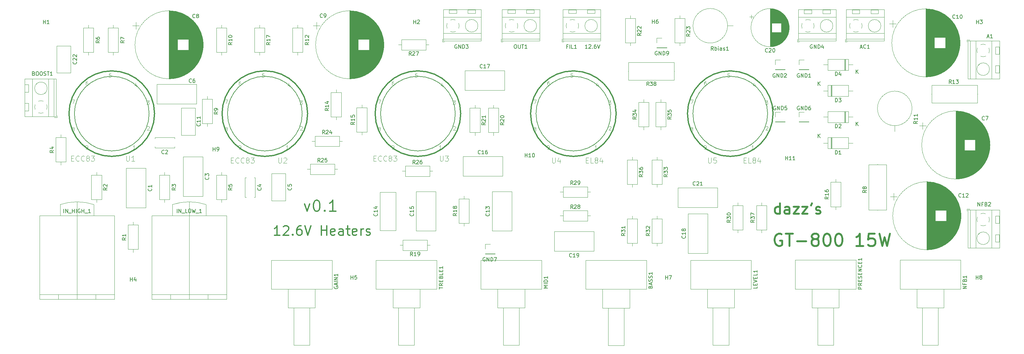
<source format=gto>
G04 #@! TF.GenerationSoftware,KiCad,Pcbnew,(5.1.4)-1*
G04 #@! TF.CreationDate,2019-12-06T23:42:24+01:00*
G04 #@! TF.ProjectId,JCM800,4a434d38-3030-42e6-9b69-6361645f7063,rev?*
G04 #@! TF.SameCoordinates,Original*
G04 #@! TF.FileFunction,Legend,Top*
G04 #@! TF.FilePolarity,Positive*
%FSLAX46Y46*%
G04 Gerber Fmt 4.6, Leading zero omitted, Abs format (unit mm)*
G04 Created by KiCad (PCBNEW (5.1.4)-1) date 2019-12-06 23:42:24*
%MOMM*%
%LPD*%
G04 APERTURE LIST*
%ADD10C,0.150000*%
%ADD11C,0.300000*%
%ADD12C,0.500000*%
%ADD13C,0.304800*%
%ADD14C,0.127000*%
%ADD15C,0.120000*%
%ADD16C,0.050000*%
G04 APERTURE END LIST*
D10*
X168338666Y-64460380D02*
X167767238Y-64460380D01*
X168052952Y-64460380D02*
X168052952Y-63460380D01*
X167957714Y-63603238D01*
X167862476Y-63698476D01*
X167767238Y-63746095D01*
X168719619Y-63555619D02*
X168767238Y-63508000D01*
X168862476Y-63460380D01*
X169100571Y-63460380D01*
X169195809Y-63508000D01*
X169243428Y-63555619D01*
X169291047Y-63650857D01*
X169291047Y-63746095D01*
X169243428Y-63888952D01*
X168672000Y-64460380D01*
X169291047Y-64460380D01*
X169719619Y-64365142D02*
X169767238Y-64412761D01*
X169719619Y-64460380D01*
X169672000Y-64412761D01*
X169719619Y-64365142D01*
X169719619Y-64460380D01*
X170624380Y-63460380D02*
X170433904Y-63460380D01*
X170338666Y-63508000D01*
X170291047Y-63555619D01*
X170195809Y-63698476D01*
X170148190Y-63888952D01*
X170148190Y-64269904D01*
X170195809Y-64365142D01*
X170243428Y-64412761D01*
X170338666Y-64460380D01*
X170529142Y-64460380D01*
X170624380Y-64412761D01*
X170672000Y-64365142D01*
X170719619Y-64269904D01*
X170719619Y-64031809D01*
X170672000Y-63936571D01*
X170624380Y-63888952D01*
X170529142Y-63841333D01*
X170338666Y-63841333D01*
X170243428Y-63888952D01*
X170195809Y-63936571D01*
X170148190Y-64031809D01*
X171005333Y-63460380D02*
X171338666Y-64460380D01*
X171672000Y-63460380D01*
D11*
X86166952Y-114414952D02*
X84738380Y-114414952D01*
X85452666Y-114414952D02*
X85452666Y-111914952D01*
X85214571Y-112272095D01*
X84976476Y-112510190D01*
X84738380Y-112629238D01*
X87119333Y-112153047D02*
X87238380Y-112034000D01*
X87476476Y-111914952D01*
X88071714Y-111914952D01*
X88309809Y-112034000D01*
X88428857Y-112153047D01*
X88547904Y-112391142D01*
X88547904Y-112629238D01*
X88428857Y-112986380D01*
X87000285Y-114414952D01*
X88547904Y-114414952D01*
X89619333Y-114176857D02*
X89738380Y-114295904D01*
X89619333Y-114414952D01*
X89500285Y-114295904D01*
X89619333Y-114176857D01*
X89619333Y-114414952D01*
X91881238Y-111914952D02*
X91405047Y-111914952D01*
X91166952Y-112034000D01*
X91047904Y-112153047D01*
X90809809Y-112510190D01*
X90690761Y-112986380D01*
X90690761Y-113938761D01*
X90809809Y-114176857D01*
X90928857Y-114295904D01*
X91166952Y-114414952D01*
X91643142Y-114414952D01*
X91881238Y-114295904D01*
X92000285Y-114176857D01*
X92119333Y-113938761D01*
X92119333Y-113343523D01*
X92000285Y-113105428D01*
X91881238Y-112986380D01*
X91643142Y-112867333D01*
X91166952Y-112867333D01*
X90928857Y-112986380D01*
X90809809Y-113105428D01*
X90690761Y-113343523D01*
X92833619Y-111914952D02*
X93666952Y-114414952D01*
X94500285Y-111914952D01*
X97238380Y-114414952D02*
X97238380Y-111914952D01*
X97238380Y-113105428D02*
X98666952Y-113105428D01*
X98666952Y-114414952D02*
X98666952Y-111914952D01*
X100809809Y-114295904D02*
X100571714Y-114414952D01*
X100095523Y-114414952D01*
X99857428Y-114295904D01*
X99738380Y-114057809D01*
X99738380Y-113105428D01*
X99857428Y-112867333D01*
X100095523Y-112748285D01*
X100571714Y-112748285D01*
X100809809Y-112867333D01*
X100928857Y-113105428D01*
X100928857Y-113343523D01*
X99738380Y-113581619D01*
X103071714Y-114414952D02*
X103071714Y-113105428D01*
X102952666Y-112867333D01*
X102714571Y-112748285D01*
X102238380Y-112748285D01*
X102000285Y-112867333D01*
X103071714Y-114295904D02*
X102833619Y-114414952D01*
X102238380Y-114414952D01*
X102000285Y-114295904D01*
X101881238Y-114057809D01*
X101881238Y-113819714D01*
X102000285Y-113581619D01*
X102238380Y-113462571D01*
X102833619Y-113462571D01*
X103071714Y-113343523D01*
X103905047Y-112748285D02*
X104857428Y-112748285D01*
X104262190Y-111914952D02*
X104262190Y-114057809D01*
X104381238Y-114295904D01*
X104619333Y-114414952D01*
X104857428Y-114414952D01*
X106643142Y-114295904D02*
X106405047Y-114414952D01*
X105928857Y-114414952D01*
X105690761Y-114295904D01*
X105571714Y-114057809D01*
X105571714Y-113105428D01*
X105690761Y-112867333D01*
X105928857Y-112748285D01*
X106405047Y-112748285D01*
X106643142Y-112867333D01*
X106762190Y-113105428D01*
X106762190Y-113343523D01*
X105571714Y-113581619D01*
X107833619Y-114414952D02*
X107833619Y-112748285D01*
X107833619Y-113224476D02*
X107952666Y-112986380D01*
X108071714Y-112867333D01*
X108309809Y-112748285D01*
X108547904Y-112748285D01*
X109262190Y-114295904D02*
X109500285Y-114414952D01*
X109976476Y-114414952D01*
X110214571Y-114295904D01*
X110333619Y-114057809D01*
X110333619Y-113938761D01*
X110214571Y-113700666D01*
X109976476Y-113581619D01*
X109619333Y-113581619D01*
X109381238Y-113462571D01*
X109262190Y-113224476D01*
X109262190Y-113105428D01*
X109381238Y-112867333D01*
X109619333Y-112748285D01*
X109976476Y-112748285D01*
X110214571Y-112867333D01*
D12*
X219802666Y-108708666D02*
X219802666Y-105908666D01*
X219802666Y-108575333D02*
X219536000Y-108708666D01*
X219002666Y-108708666D01*
X218736000Y-108575333D01*
X218602666Y-108442000D01*
X218469333Y-108175333D01*
X218469333Y-107375333D01*
X218602666Y-107108666D01*
X218736000Y-106975333D01*
X219002666Y-106842000D01*
X219536000Y-106842000D01*
X219802666Y-106975333D01*
X222336000Y-108708666D02*
X222336000Y-107242000D01*
X222202666Y-106975333D01*
X221936000Y-106842000D01*
X221402666Y-106842000D01*
X221136000Y-106975333D01*
X222336000Y-108575333D02*
X222069333Y-108708666D01*
X221402666Y-108708666D01*
X221136000Y-108575333D01*
X221002666Y-108308666D01*
X221002666Y-108042000D01*
X221136000Y-107775333D01*
X221402666Y-107642000D01*
X222069333Y-107642000D01*
X222336000Y-107508666D01*
X223402666Y-106842000D02*
X224869333Y-106842000D01*
X223402666Y-108708666D01*
X224869333Y-108708666D01*
X225669333Y-106842000D02*
X227136000Y-106842000D01*
X225669333Y-108708666D01*
X227136000Y-108708666D01*
X228336000Y-105908666D02*
X228069333Y-106442000D01*
X229402666Y-108575333D02*
X229669333Y-108708666D01*
X230202666Y-108708666D01*
X230469333Y-108575333D01*
X230602666Y-108308666D01*
X230602666Y-108175333D01*
X230469333Y-107908666D01*
X230202666Y-107775333D01*
X229802666Y-107775333D01*
X229536000Y-107642000D01*
X229402666Y-107375333D01*
X229402666Y-107242000D01*
X229536000Y-106975333D01*
X229802666Y-106842000D01*
X230202666Y-106842000D01*
X230469333Y-106975333D01*
D11*
X92742285Y-106037142D02*
X93456571Y-108037142D01*
X94170857Y-106037142D01*
X95885142Y-105037142D02*
X96170857Y-105037142D01*
X96456571Y-105180000D01*
X96599428Y-105322857D01*
X96742285Y-105608571D01*
X96885142Y-106180000D01*
X96885142Y-106894285D01*
X96742285Y-107465714D01*
X96599428Y-107751428D01*
X96456571Y-107894285D01*
X96170857Y-108037142D01*
X95885142Y-108037142D01*
X95599428Y-107894285D01*
X95456571Y-107751428D01*
X95313714Y-107465714D01*
X95170857Y-106894285D01*
X95170857Y-106180000D01*
X95313714Y-105608571D01*
X95456571Y-105322857D01*
X95599428Y-105180000D01*
X95885142Y-105037142D01*
X98170857Y-107751428D02*
X98313714Y-107894285D01*
X98170857Y-108037142D01*
X98028000Y-107894285D01*
X98170857Y-107751428D01*
X98170857Y-108037142D01*
X101170857Y-108037142D02*
X99456571Y-108037142D01*
X100313714Y-108037142D02*
X100313714Y-105037142D01*
X100028000Y-105465714D01*
X99742285Y-105751428D01*
X99456571Y-105894285D01*
D12*
X220244285Y-114174000D02*
X219930000Y-114016857D01*
X219458571Y-114016857D01*
X218987142Y-114174000D01*
X218672857Y-114488285D01*
X218515714Y-114802571D01*
X218358571Y-115431142D01*
X218358571Y-115902571D01*
X218515714Y-116531142D01*
X218672857Y-116845428D01*
X218987142Y-117159714D01*
X219458571Y-117316857D01*
X219772857Y-117316857D01*
X220244285Y-117159714D01*
X220401428Y-117002571D01*
X220401428Y-115902571D01*
X219772857Y-115902571D01*
X221344285Y-114016857D02*
X223230000Y-114016857D01*
X222287142Y-117316857D02*
X222287142Y-114016857D01*
X224330000Y-116059714D02*
X226844285Y-116059714D01*
X228887142Y-115431142D02*
X228572857Y-115274000D01*
X228415714Y-115116857D01*
X228258571Y-114802571D01*
X228258571Y-114645428D01*
X228415714Y-114331142D01*
X228572857Y-114174000D01*
X228887142Y-114016857D01*
X229515714Y-114016857D01*
X229830000Y-114174000D01*
X229987142Y-114331142D01*
X230144285Y-114645428D01*
X230144285Y-114802571D01*
X229987142Y-115116857D01*
X229830000Y-115274000D01*
X229515714Y-115431142D01*
X228887142Y-115431142D01*
X228572857Y-115588285D01*
X228415714Y-115745428D01*
X228258571Y-116059714D01*
X228258571Y-116688285D01*
X228415714Y-117002571D01*
X228572857Y-117159714D01*
X228887142Y-117316857D01*
X229515714Y-117316857D01*
X229830000Y-117159714D01*
X229987142Y-117002571D01*
X230144285Y-116688285D01*
X230144285Y-116059714D01*
X229987142Y-115745428D01*
X229830000Y-115588285D01*
X229515714Y-115431142D01*
X232187142Y-114016857D02*
X232501428Y-114016857D01*
X232815714Y-114174000D01*
X232972857Y-114331142D01*
X233130000Y-114645428D01*
X233287142Y-115274000D01*
X233287142Y-116059714D01*
X233130000Y-116688285D01*
X232972857Y-117002571D01*
X232815714Y-117159714D01*
X232501428Y-117316857D01*
X232187142Y-117316857D01*
X231872857Y-117159714D01*
X231715714Y-117002571D01*
X231558571Y-116688285D01*
X231401428Y-116059714D01*
X231401428Y-115274000D01*
X231558571Y-114645428D01*
X231715714Y-114331142D01*
X231872857Y-114174000D01*
X232187142Y-114016857D01*
X235330000Y-114016857D02*
X235644285Y-114016857D01*
X235958571Y-114174000D01*
X236115714Y-114331142D01*
X236272857Y-114645428D01*
X236430000Y-115274000D01*
X236430000Y-116059714D01*
X236272857Y-116688285D01*
X236115714Y-117002571D01*
X235958571Y-117159714D01*
X235644285Y-117316857D01*
X235330000Y-117316857D01*
X235015714Y-117159714D01*
X234858571Y-117002571D01*
X234701428Y-116688285D01*
X234544285Y-116059714D01*
X234544285Y-115274000D01*
X234701428Y-114645428D01*
X234858571Y-114331142D01*
X235015714Y-114174000D01*
X235330000Y-114016857D01*
X242087142Y-117316857D02*
X240201428Y-117316857D01*
X241144285Y-117316857D02*
X241144285Y-114016857D01*
X240830000Y-114488285D01*
X240515714Y-114802571D01*
X240201428Y-114959714D01*
X245072857Y-114016857D02*
X243501428Y-114016857D01*
X243344285Y-115588285D01*
X243501428Y-115431142D01*
X243815714Y-115274000D01*
X244601428Y-115274000D01*
X244915714Y-115431142D01*
X245072857Y-115588285D01*
X245230000Y-115902571D01*
X245230000Y-116688285D01*
X245072857Y-117002571D01*
X244915714Y-117159714D01*
X244601428Y-117316857D01*
X243815714Y-117316857D01*
X243501428Y-117159714D01*
X243344285Y-117002571D01*
X246330000Y-114016857D02*
X247115714Y-117316857D01*
X247744285Y-114959714D01*
X248372857Y-117316857D01*
X249158571Y-114016857D01*
D13*
X217932000Y-81915000D02*
G75*
G03X217932000Y-81915000I-11430000J0D01*
G01*
D14*
X216484230Y-81915000D02*
G75*
G03X216484230Y-81915000I-9982230J0D01*
G01*
D15*
X89562000Y-65500000D02*
X92302000Y-65500000D01*
X92302000Y-65500000D02*
X92302000Y-58960000D01*
X92302000Y-58960000D02*
X89562000Y-58960000D01*
X89562000Y-58960000D02*
X89562000Y-65500000D01*
X90932000Y-66270000D02*
X90932000Y-65500000D01*
X90932000Y-58190000D02*
X90932000Y-58960000D01*
X243502000Y-107670000D02*
X248242000Y-107670000D01*
X248242000Y-107670000D02*
X248242000Y-95530000D01*
X248242000Y-95530000D02*
X243502000Y-95530000D01*
X243502000Y-95530000D02*
X243502000Y-107670000D01*
X245872000Y-107780000D02*
X245872000Y-107670000D01*
X245872000Y-95420000D02*
X245872000Y-95530000D01*
X113962000Y-63500000D02*
G75*
G03X113962000Y-63500000I-9120000J0D01*
G01*
X104842000Y-54419000D02*
X104842000Y-72581000D01*
X104882000Y-54420000D02*
X104882000Y-72580000D01*
X104922000Y-54420000D02*
X104922000Y-72580000D01*
X104962000Y-54420000D02*
X104962000Y-72580000D01*
X105002000Y-54421000D02*
X105002000Y-72579000D01*
X105042000Y-54422000D02*
X105042000Y-72578000D01*
X105082000Y-54423000D02*
X105082000Y-72577000D01*
X105122000Y-54424000D02*
X105122000Y-72576000D01*
X105162000Y-54425000D02*
X105162000Y-72575000D01*
X105202000Y-54427000D02*
X105202000Y-72573000D01*
X105242000Y-54428000D02*
X105242000Y-72572000D01*
X105282000Y-54430000D02*
X105282000Y-72570000D01*
X105322000Y-54432000D02*
X105322000Y-72568000D01*
X105362000Y-54434000D02*
X105362000Y-72566000D01*
X105402000Y-54437000D02*
X105402000Y-72563000D01*
X105442000Y-54439000D02*
X105442000Y-72561000D01*
X105482000Y-54442000D02*
X105482000Y-72558000D01*
X105522000Y-54445000D02*
X105522000Y-72555000D01*
X105563000Y-54448000D02*
X105563000Y-72552000D01*
X105603000Y-54451000D02*
X105603000Y-72549000D01*
X105643000Y-54455000D02*
X105643000Y-72545000D01*
X105683000Y-54458000D02*
X105683000Y-72542000D01*
X105723000Y-54462000D02*
X105723000Y-72538000D01*
X105763000Y-54466000D02*
X105763000Y-72534000D01*
X105803000Y-54470000D02*
X105803000Y-72530000D01*
X105843000Y-54474000D02*
X105843000Y-72526000D01*
X105883000Y-54479000D02*
X105883000Y-72521000D01*
X105923000Y-54484000D02*
X105923000Y-72516000D01*
X105963000Y-54489000D02*
X105963000Y-72511000D01*
X106003000Y-54494000D02*
X106003000Y-72506000D01*
X106043000Y-54499000D02*
X106043000Y-72501000D01*
X106083000Y-54504000D02*
X106083000Y-72496000D01*
X106123000Y-54510000D02*
X106123000Y-72490000D01*
X106163000Y-54516000D02*
X106163000Y-72484000D01*
X106203000Y-54521000D02*
X106203000Y-72479000D01*
X106243000Y-54528000D02*
X106243000Y-72472000D01*
X106283000Y-54534000D02*
X106283000Y-72466000D01*
X106323000Y-54540000D02*
X106323000Y-72460000D01*
X106363000Y-54547000D02*
X106363000Y-72453000D01*
X106403000Y-54554000D02*
X106403000Y-72446000D01*
X106443000Y-54561000D02*
X106443000Y-72439000D01*
X106483000Y-54568000D02*
X106483000Y-72432000D01*
X106523000Y-54576000D02*
X106523000Y-72424000D01*
X106563000Y-54583000D02*
X106563000Y-72417000D01*
X106603000Y-54591000D02*
X106603000Y-72409000D01*
X106643000Y-54599000D02*
X106643000Y-72401000D01*
X106683000Y-54607000D02*
X106683000Y-72393000D01*
X106723000Y-54615000D02*
X106723000Y-72385000D01*
X106763000Y-54624000D02*
X106763000Y-72376000D01*
X106803000Y-54633000D02*
X106803000Y-72367000D01*
X106843000Y-54642000D02*
X106843000Y-72358000D01*
X106883000Y-54651000D02*
X106883000Y-72349000D01*
X106923000Y-54660000D02*
X106923000Y-72340000D01*
X106963000Y-54669000D02*
X106963000Y-72331000D01*
X107003000Y-54679000D02*
X107003000Y-72321000D01*
X107043000Y-54689000D02*
X107043000Y-72311000D01*
X107083000Y-54699000D02*
X107083000Y-72301000D01*
X107123000Y-54709000D02*
X107123000Y-72291000D01*
X107163000Y-54720000D02*
X107163000Y-62060000D01*
X107163000Y-64940000D02*
X107163000Y-72280000D01*
X107203000Y-54730000D02*
X107203000Y-62060000D01*
X107203000Y-64940000D02*
X107203000Y-72270000D01*
X107243000Y-54741000D02*
X107243000Y-62060000D01*
X107243000Y-64940000D02*
X107243000Y-72259000D01*
X107283000Y-54752000D02*
X107283000Y-62060000D01*
X107283000Y-64940000D02*
X107283000Y-72248000D01*
X107323000Y-54763000D02*
X107323000Y-62060000D01*
X107323000Y-64940000D02*
X107323000Y-72237000D01*
X107363000Y-54775000D02*
X107363000Y-62060000D01*
X107363000Y-64940000D02*
X107363000Y-72225000D01*
X107403000Y-54786000D02*
X107403000Y-62060000D01*
X107403000Y-64940000D02*
X107403000Y-72214000D01*
X107443000Y-54798000D02*
X107443000Y-62060000D01*
X107443000Y-64940000D02*
X107443000Y-72202000D01*
X107483000Y-54810000D02*
X107483000Y-62060000D01*
X107483000Y-64940000D02*
X107483000Y-72190000D01*
X107523000Y-54822000D02*
X107523000Y-62060000D01*
X107523000Y-64940000D02*
X107523000Y-72178000D01*
X107563000Y-54835000D02*
X107563000Y-62060000D01*
X107563000Y-64940000D02*
X107563000Y-72165000D01*
X107603000Y-54847000D02*
X107603000Y-62060000D01*
X107603000Y-64940000D02*
X107603000Y-72153000D01*
X107643000Y-54860000D02*
X107643000Y-62060000D01*
X107643000Y-64940000D02*
X107643000Y-72140000D01*
X107683000Y-54873000D02*
X107683000Y-62060000D01*
X107683000Y-64940000D02*
X107683000Y-72127000D01*
X107723000Y-54886000D02*
X107723000Y-62060000D01*
X107723000Y-64940000D02*
X107723000Y-72114000D01*
X107763000Y-54900000D02*
X107763000Y-62060000D01*
X107763000Y-64940000D02*
X107763000Y-72100000D01*
X107803000Y-54913000D02*
X107803000Y-62060000D01*
X107803000Y-64940000D02*
X107803000Y-72087000D01*
X107843000Y-54927000D02*
X107843000Y-62060000D01*
X107843000Y-64940000D02*
X107843000Y-72073000D01*
X107883000Y-54941000D02*
X107883000Y-62060000D01*
X107883000Y-64940000D02*
X107883000Y-72059000D01*
X107923000Y-54955000D02*
X107923000Y-62060000D01*
X107923000Y-64940000D02*
X107923000Y-72045000D01*
X107963000Y-54970000D02*
X107963000Y-62060000D01*
X107963000Y-64940000D02*
X107963000Y-72030000D01*
X108003000Y-54984000D02*
X108003000Y-62060000D01*
X108003000Y-64940000D02*
X108003000Y-72016000D01*
X108043000Y-54999000D02*
X108043000Y-62060000D01*
X108043000Y-64940000D02*
X108043000Y-72001000D01*
X108083000Y-55014000D02*
X108083000Y-62060000D01*
X108083000Y-64940000D02*
X108083000Y-71986000D01*
X108123000Y-55030000D02*
X108123000Y-62060000D01*
X108123000Y-64940000D02*
X108123000Y-71970000D01*
X108163000Y-55045000D02*
X108163000Y-62060000D01*
X108163000Y-64940000D02*
X108163000Y-71955000D01*
X108203000Y-55061000D02*
X108203000Y-62060000D01*
X108203000Y-64940000D02*
X108203000Y-71939000D01*
X108243000Y-55077000D02*
X108243000Y-62060000D01*
X108243000Y-64940000D02*
X108243000Y-71923000D01*
X108283000Y-55093000D02*
X108283000Y-62060000D01*
X108283000Y-64940000D02*
X108283000Y-71907000D01*
X108323000Y-55110000D02*
X108323000Y-62060000D01*
X108323000Y-64940000D02*
X108323000Y-71890000D01*
X108363000Y-55126000D02*
X108363000Y-62060000D01*
X108363000Y-64940000D02*
X108363000Y-71874000D01*
X108403000Y-55143000D02*
X108403000Y-62060000D01*
X108403000Y-64940000D02*
X108403000Y-71857000D01*
X108443000Y-55160000D02*
X108443000Y-62060000D01*
X108443000Y-64940000D02*
X108443000Y-71840000D01*
X108483000Y-55177000D02*
X108483000Y-62060000D01*
X108483000Y-64940000D02*
X108483000Y-71823000D01*
X108523000Y-55195000D02*
X108523000Y-62060000D01*
X108523000Y-64940000D02*
X108523000Y-71805000D01*
X108563000Y-55213000D02*
X108563000Y-62060000D01*
X108563000Y-64940000D02*
X108563000Y-71787000D01*
X108603000Y-55231000D02*
X108603000Y-62060000D01*
X108603000Y-64940000D02*
X108603000Y-71769000D01*
X108643000Y-55249000D02*
X108643000Y-62060000D01*
X108643000Y-64940000D02*
X108643000Y-71751000D01*
X108683000Y-55267000D02*
X108683000Y-62060000D01*
X108683000Y-64940000D02*
X108683000Y-71733000D01*
X108723000Y-55286000D02*
X108723000Y-62060000D01*
X108723000Y-64940000D02*
X108723000Y-71714000D01*
X108763000Y-55305000D02*
X108763000Y-62060000D01*
X108763000Y-64940000D02*
X108763000Y-71695000D01*
X108803000Y-55324000D02*
X108803000Y-62060000D01*
X108803000Y-64940000D02*
X108803000Y-71676000D01*
X108843000Y-55344000D02*
X108843000Y-62060000D01*
X108843000Y-64940000D02*
X108843000Y-71656000D01*
X108883000Y-55363000D02*
X108883000Y-62060000D01*
X108883000Y-64940000D02*
X108883000Y-71637000D01*
X108923000Y-55383000D02*
X108923000Y-62060000D01*
X108923000Y-64940000D02*
X108923000Y-71617000D01*
X108963000Y-55403000D02*
X108963000Y-62060000D01*
X108963000Y-64940000D02*
X108963000Y-71597000D01*
X109003000Y-55424000D02*
X109003000Y-62060000D01*
X109003000Y-64940000D02*
X109003000Y-71576000D01*
X109043000Y-55444000D02*
X109043000Y-62060000D01*
X109043000Y-64940000D02*
X109043000Y-71556000D01*
X109083000Y-55465000D02*
X109083000Y-62060000D01*
X109083000Y-64940000D02*
X109083000Y-71535000D01*
X109123000Y-55486000D02*
X109123000Y-62060000D01*
X109123000Y-64940000D02*
X109123000Y-71514000D01*
X109163000Y-55508000D02*
X109163000Y-62060000D01*
X109163000Y-64940000D02*
X109163000Y-71492000D01*
X109203000Y-55529000D02*
X109203000Y-62060000D01*
X109203000Y-64940000D02*
X109203000Y-71471000D01*
X109243000Y-55551000D02*
X109243000Y-62060000D01*
X109243000Y-64940000D02*
X109243000Y-71449000D01*
X109283000Y-55573000D02*
X109283000Y-62060000D01*
X109283000Y-64940000D02*
X109283000Y-71427000D01*
X109323000Y-55596000D02*
X109323000Y-62060000D01*
X109323000Y-64940000D02*
X109323000Y-71404000D01*
X109363000Y-55618000D02*
X109363000Y-62060000D01*
X109363000Y-64940000D02*
X109363000Y-71382000D01*
X109403000Y-55641000D02*
X109403000Y-62060000D01*
X109403000Y-64940000D02*
X109403000Y-71359000D01*
X109443000Y-55665000D02*
X109443000Y-62060000D01*
X109443000Y-64940000D02*
X109443000Y-71335000D01*
X109483000Y-55688000D02*
X109483000Y-62060000D01*
X109483000Y-64940000D02*
X109483000Y-71312000D01*
X109523000Y-55712000D02*
X109523000Y-62060000D01*
X109523000Y-64940000D02*
X109523000Y-71288000D01*
X109563000Y-55736000D02*
X109563000Y-62060000D01*
X109563000Y-64940000D02*
X109563000Y-71264000D01*
X109603000Y-55760000D02*
X109603000Y-62060000D01*
X109603000Y-64940000D02*
X109603000Y-71240000D01*
X109643000Y-55785000D02*
X109643000Y-62060000D01*
X109643000Y-64940000D02*
X109643000Y-71215000D01*
X109683000Y-55810000D02*
X109683000Y-62060000D01*
X109683000Y-64940000D02*
X109683000Y-71190000D01*
X109723000Y-55835000D02*
X109723000Y-62060000D01*
X109723000Y-64940000D02*
X109723000Y-71165000D01*
X109763000Y-55860000D02*
X109763000Y-62060000D01*
X109763000Y-64940000D02*
X109763000Y-71140000D01*
X109803000Y-55886000D02*
X109803000Y-62060000D01*
X109803000Y-64940000D02*
X109803000Y-71114000D01*
X109843000Y-55912000D02*
X109843000Y-62060000D01*
X109843000Y-64940000D02*
X109843000Y-71088000D01*
X109883000Y-55939000D02*
X109883000Y-62060000D01*
X109883000Y-64940000D02*
X109883000Y-71061000D01*
X109923000Y-55965000D02*
X109923000Y-62060000D01*
X109923000Y-64940000D02*
X109923000Y-71035000D01*
X109963000Y-55992000D02*
X109963000Y-62060000D01*
X109963000Y-64940000D02*
X109963000Y-71008000D01*
X110003000Y-56020000D02*
X110003000Y-62060000D01*
X110003000Y-64940000D02*
X110003000Y-70980000D01*
X110043000Y-56047000D02*
X110043000Y-70953000D01*
X110083000Y-56075000D02*
X110083000Y-70925000D01*
X110123000Y-56103000D02*
X110123000Y-70897000D01*
X110163000Y-56132000D02*
X110163000Y-70868000D01*
X110203000Y-56161000D02*
X110203000Y-70839000D01*
X110243000Y-56190000D02*
X110243000Y-70810000D01*
X110283000Y-56220000D02*
X110283000Y-70780000D01*
X110323000Y-56250000D02*
X110323000Y-70750000D01*
X110363000Y-56280000D02*
X110363000Y-70720000D01*
X110403000Y-56310000D02*
X110403000Y-70690000D01*
X110443000Y-56341000D02*
X110443000Y-70659000D01*
X110483000Y-56373000D02*
X110483000Y-70627000D01*
X110523000Y-56404000D02*
X110523000Y-70596000D01*
X110563000Y-56436000D02*
X110563000Y-70564000D01*
X110603000Y-56469000D02*
X110603000Y-70531000D01*
X110643000Y-56501000D02*
X110643000Y-70499000D01*
X110683000Y-56535000D02*
X110683000Y-70465000D01*
X110723000Y-56568000D02*
X110723000Y-70432000D01*
X110763000Y-56602000D02*
X110763000Y-70398000D01*
X110803000Y-56636000D02*
X110803000Y-70364000D01*
X110843000Y-56671000D02*
X110843000Y-70329000D01*
X110883000Y-56706000D02*
X110883000Y-70294000D01*
X110923000Y-56742000D02*
X110923000Y-70258000D01*
X110963000Y-56778000D02*
X110963000Y-70222000D01*
X111003000Y-56814000D02*
X111003000Y-70186000D01*
X111043000Y-56851000D02*
X111043000Y-70149000D01*
X111083000Y-56888000D02*
X111083000Y-70112000D01*
X111123000Y-56926000D02*
X111123000Y-70074000D01*
X111163000Y-56964000D02*
X111163000Y-70036000D01*
X111203000Y-57003000D02*
X111203000Y-69997000D01*
X111243000Y-57042000D02*
X111243000Y-69958000D01*
X111283000Y-57082000D02*
X111283000Y-69918000D01*
X111323000Y-57122000D02*
X111323000Y-69878000D01*
X111363000Y-57163000D02*
X111363000Y-69837000D01*
X111403000Y-57204000D02*
X111403000Y-69796000D01*
X111443000Y-57246000D02*
X111443000Y-69754000D01*
X111483000Y-57288000D02*
X111483000Y-69712000D01*
X111523000Y-57330000D02*
X111523000Y-69670000D01*
X111563000Y-57374000D02*
X111563000Y-69626000D01*
X111603000Y-57418000D02*
X111603000Y-69582000D01*
X111643000Y-57462000D02*
X111643000Y-69538000D01*
X111683000Y-57507000D02*
X111683000Y-69493000D01*
X111723000Y-57553000D02*
X111723000Y-69447000D01*
X111763000Y-57599000D02*
X111763000Y-69401000D01*
X111803000Y-57646000D02*
X111803000Y-69354000D01*
X111843000Y-57694000D02*
X111843000Y-69306000D01*
X111883000Y-57742000D02*
X111883000Y-69258000D01*
X111923000Y-57791000D02*
X111923000Y-69209000D01*
X111963000Y-57840000D02*
X111963000Y-69160000D01*
X112003000Y-57891000D02*
X112003000Y-69109000D01*
X112043000Y-57942000D02*
X112043000Y-69058000D01*
X112083000Y-57994000D02*
X112083000Y-69006000D01*
X112123000Y-58046000D02*
X112123000Y-68954000D01*
X112163000Y-58100000D02*
X112163000Y-68900000D01*
X112203000Y-58154000D02*
X112203000Y-68846000D01*
X112243000Y-58209000D02*
X112243000Y-68791000D01*
X112283000Y-58265000D02*
X112283000Y-68735000D01*
X112323000Y-58322000D02*
X112323000Y-68678000D01*
X112363000Y-58380000D02*
X112363000Y-68620000D01*
X112403000Y-58438000D02*
X112403000Y-68562000D01*
X112443000Y-58498000D02*
X112443000Y-68502000D01*
X112483000Y-58559000D02*
X112483000Y-68441000D01*
X112523000Y-58621000D02*
X112523000Y-68379000D01*
X112563000Y-58684000D02*
X112563000Y-68316000D01*
X112603000Y-58748000D02*
X112603000Y-68252000D01*
X112643000Y-58814000D02*
X112643000Y-68186000D01*
X112683000Y-58880000D02*
X112683000Y-68120000D01*
X112723000Y-58948000D02*
X112723000Y-68052000D01*
X112763000Y-59018000D02*
X112763000Y-67982000D01*
X112803000Y-59088000D02*
X112803000Y-67912000D01*
X112843000Y-59161000D02*
X112843000Y-67839000D01*
X112883000Y-59235000D02*
X112883000Y-67765000D01*
X112923000Y-59310000D02*
X112923000Y-67690000D01*
X112963000Y-59387000D02*
X112963000Y-67613000D01*
X113003000Y-59467000D02*
X113003000Y-67533000D01*
X113042000Y-59548000D02*
X113042000Y-67452000D01*
X113082000Y-59631000D02*
X113082000Y-67369000D01*
X113122000Y-59716000D02*
X113122000Y-67284000D01*
X113162000Y-59804000D02*
X113162000Y-67196000D01*
X113202000Y-59895000D02*
X113202000Y-67105000D01*
X113242000Y-59988000D02*
X113242000Y-67012000D01*
X113282000Y-60084000D02*
X113282000Y-66916000D01*
X113322000Y-60183000D02*
X113322000Y-66817000D01*
X113362000Y-60286000D02*
X113362000Y-66714000D01*
X113402000Y-60393000D02*
X113402000Y-66607000D01*
X113442000Y-60504000D02*
X113442000Y-66496000D01*
X113482000Y-60620000D02*
X113482000Y-66380000D01*
X113522000Y-60741000D02*
X113522000Y-66259000D01*
X113562000Y-60868000D02*
X113562000Y-66132000D01*
X113602000Y-61002000D02*
X113602000Y-65998000D01*
X113642000Y-61145000D02*
X113642000Y-65855000D01*
X113682000Y-61297000D02*
X113682000Y-65703000D01*
X113722000Y-61461000D02*
X113722000Y-65539000D01*
X113762000Y-61640000D02*
X113762000Y-65360000D01*
X113802000Y-61839000D02*
X113802000Y-65161000D01*
X113842000Y-62065000D02*
X113842000Y-64935000D01*
X113882000Y-62334000D02*
X113882000Y-64666000D01*
X113922000Y-62686000D02*
X113922000Y-64314000D01*
X113962000Y-63460000D02*
X113962000Y-63540000D01*
X95082560Y-58385000D02*
X96882560Y-58385000D01*
X95982560Y-57485000D02*
X95982560Y-59285000D01*
X27492000Y-106230002D02*
G75*
G02X36491999Y-106230001I4500000J-13399998D01*
G01*
X27492000Y-109230000D02*
X27492000Y-106230000D01*
X36492000Y-109230000D02*
X36492000Y-106230000D01*
X31992000Y-129130000D02*
X31992000Y-105530000D01*
X31992000Y-129130000D02*
X31992000Y-131530000D01*
X36992000Y-131530000D02*
X36992000Y-130230000D01*
X26992000Y-130230000D02*
X26992000Y-131530000D01*
X41992000Y-131530000D02*
X41992000Y-130230000D01*
X21992000Y-131530000D02*
X41992000Y-131530000D01*
X21992000Y-130230000D02*
X21992000Y-131530000D01*
X21992000Y-130230000D02*
X21992000Y-109230000D01*
X41992000Y-130230000D02*
X21992000Y-130230000D01*
X41992000Y-109230000D02*
X41992000Y-130230000D01*
X21992000Y-109230000D02*
X41992000Y-109230000D01*
X57492000Y-106230002D02*
G75*
G02X66491999Y-106230001I4500000J-13399998D01*
G01*
X57492000Y-109230000D02*
X57492000Y-106230000D01*
X66492000Y-109230000D02*
X66492000Y-106230000D01*
X61992000Y-129130000D02*
X61992000Y-105530000D01*
X61992000Y-129130000D02*
X61992000Y-131530000D01*
X66992000Y-131530000D02*
X66992000Y-130230000D01*
X56992000Y-130230000D02*
X56992000Y-131530000D01*
X71992000Y-131530000D02*
X71992000Y-130230000D01*
X51992000Y-131530000D02*
X71992000Y-131530000D01*
X51992000Y-130230000D02*
X51992000Y-131530000D01*
X51992000Y-130230000D02*
X51992000Y-109230000D01*
X71992000Y-130230000D02*
X51992000Y-130230000D01*
X71992000Y-109230000D02*
X71992000Y-130230000D01*
X51992000Y-109230000D02*
X71992000Y-109230000D01*
X63592000Y-80414000D02*
X63592000Y-87654000D01*
X59852000Y-80414000D02*
X59852000Y-87654000D01*
X63592000Y-80414000D02*
X59852000Y-80414000D01*
X63592000Y-87654000D02*
X59852000Y-87654000D01*
X87722000Y-97940000D02*
X87722000Y-105180000D01*
X83982000Y-97940000D02*
X83982000Y-105180000D01*
X87722000Y-97940000D02*
X83982000Y-97940000D01*
X87722000Y-105180000D02*
X83982000Y-105180000D01*
X122602000Y-113280000D02*
X122602000Y-102740000D01*
X127842000Y-113280000D02*
X127842000Y-102740000D01*
X122602000Y-113280000D02*
X127842000Y-113280000D01*
X122602000Y-102740000D02*
X127842000Y-102740000D01*
X148162000Y-102747000D02*
X148162000Y-113287000D01*
X142922000Y-102747000D02*
X142922000Y-113287000D01*
X148162000Y-102747000D02*
X142922000Y-102747000D01*
X148162000Y-113287000D02*
X142922000Y-113287000D01*
X63877000Y-79328000D02*
X53337000Y-79328000D01*
X63877000Y-74088000D02*
X53337000Y-74088000D01*
X63877000Y-79328000D02*
X63877000Y-74088000D01*
X53337000Y-79328000D02*
X53337000Y-74088000D01*
X65612000Y-93476000D02*
X65612000Y-104016000D01*
X60372000Y-93476000D02*
X60372000Y-104016000D01*
X65612000Y-93476000D02*
X60372000Y-93476000D01*
X65612000Y-104016000D02*
X60372000Y-104016000D01*
X50372000Y-96524000D02*
X50372000Y-107064000D01*
X45132000Y-96524000D02*
X45132000Y-107064000D01*
X50372000Y-96524000D02*
X45132000Y-96524000D01*
X50372000Y-107064000D02*
X45132000Y-107064000D01*
X112942000Y-113130000D02*
X112942000Y-102890000D01*
X117182000Y-113130000D02*
X117182000Y-102890000D01*
X112942000Y-113130000D02*
X117182000Y-113130000D01*
X112942000Y-102890000D02*
X117182000Y-102890000D01*
X227917318Y-59970756D02*
G75*
G02X227234000Y-60116000I-683318J1534756D01*
G01*
X228769426Y-57752958D02*
G75*
G02X228769000Y-59120000I-1535426J-683042D01*
G01*
X226550958Y-56900574D02*
G75*
G02X227918000Y-56901000I683042J-1535426D01*
G01*
X225698574Y-59119042D02*
G75*
G02X225699000Y-57752000I1535426J683042D01*
G01*
X227262805Y-60116253D02*
G75*
G02X226550000Y-59971000I-28805J1680253D01*
G01*
X233914000Y-58436000D02*
G75*
G03X233914000Y-58436000I-1680000J0D01*
G01*
X224674000Y-61936000D02*
X234794000Y-61936000D01*
X224674000Y-60436000D02*
X234794000Y-60436000D01*
X224674000Y-56135000D02*
X234794000Y-56135000D01*
X224674000Y-54076000D02*
X234794000Y-54076000D01*
X224674000Y-62496000D02*
X234794000Y-62496000D01*
X224674000Y-54076000D02*
X224674000Y-62496000D01*
X234794000Y-54076000D02*
X234794000Y-62496000D01*
X226234000Y-54136000D02*
X228234000Y-54136000D01*
X226234000Y-55136000D02*
X228234000Y-55136000D01*
X226234000Y-54136000D02*
X226234000Y-55136000D01*
X228234000Y-54136000D02*
X228234000Y-55136000D01*
X233509000Y-57367000D02*
X233462000Y-57413000D01*
X231200000Y-59675000D02*
X231165000Y-59710000D01*
X233304000Y-57161000D02*
X233269000Y-57197000D01*
X231007000Y-59459000D02*
X230960000Y-59505000D01*
X231234000Y-54136000D02*
X233234000Y-54136000D01*
X231234000Y-55136000D02*
X233234000Y-55136000D01*
X231234000Y-54136000D02*
X231234000Y-55136000D01*
X233234000Y-54136000D02*
X233234000Y-55136000D01*
X224434000Y-61996000D02*
X224434000Y-62736000D01*
X224434000Y-62736000D02*
X224934000Y-62736000D01*
X268140000Y-109220000D02*
G75*
G03X268140000Y-109220000I-9120000J0D01*
G01*
X259020000Y-100139000D02*
X259020000Y-118301000D01*
X259060000Y-100140000D02*
X259060000Y-118300000D01*
X259100000Y-100140000D02*
X259100000Y-118300000D01*
X259140000Y-100140000D02*
X259140000Y-118300000D01*
X259180000Y-100141000D02*
X259180000Y-118299000D01*
X259220000Y-100142000D02*
X259220000Y-118298000D01*
X259260000Y-100143000D02*
X259260000Y-118297000D01*
X259300000Y-100144000D02*
X259300000Y-118296000D01*
X259340000Y-100145000D02*
X259340000Y-118295000D01*
X259380000Y-100147000D02*
X259380000Y-118293000D01*
X259420000Y-100148000D02*
X259420000Y-118292000D01*
X259460000Y-100150000D02*
X259460000Y-118290000D01*
X259500000Y-100152000D02*
X259500000Y-118288000D01*
X259540000Y-100154000D02*
X259540000Y-118286000D01*
X259580000Y-100157000D02*
X259580000Y-118283000D01*
X259620000Y-100159000D02*
X259620000Y-118281000D01*
X259660000Y-100162000D02*
X259660000Y-118278000D01*
X259700000Y-100165000D02*
X259700000Y-118275000D01*
X259741000Y-100168000D02*
X259741000Y-118272000D01*
X259781000Y-100171000D02*
X259781000Y-118269000D01*
X259821000Y-100175000D02*
X259821000Y-118265000D01*
X259861000Y-100178000D02*
X259861000Y-118262000D01*
X259901000Y-100182000D02*
X259901000Y-118258000D01*
X259941000Y-100186000D02*
X259941000Y-118254000D01*
X259981000Y-100190000D02*
X259981000Y-118250000D01*
X260021000Y-100194000D02*
X260021000Y-118246000D01*
X260061000Y-100199000D02*
X260061000Y-118241000D01*
X260101000Y-100204000D02*
X260101000Y-118236000D01*
X260141000Y-100209000D02*
X260141000Y-118231000D01*
X260181000Y-100214000D02*
X260181000Y-118226000D01*
X260221000Y-100219000D02*
X260221000Y-118221000D01*
X260261000Y-100224000D02*
X260261000Y-118216000D01*
X260301000Y-100230000D02*
X260301000Y-118210000D01*
X260341000Y-100236000D02*
X260341000Y-118204000D01*
X260381000Y-100241000D02*
X260381000Y-118199000D01*
X260421000Y-100248000D02*
X260421000Y-118192000D01*
X260461000Y-100254000D02*
X260461000Y-118186000D01*
X260501000Y-100260000D02*
X260501000Y-118180000D01*
X260541000Y-100267000D02*
X260541000Y-118173000D01*
X260581000Y-100274000D02*
X260581000Y-118166000D01*
X260621000Y-100281000D02*
X260621000Y-118159000D01*
X260661000Y-100288000D02*
X260661000Y-118152000D01*
X260701000Y-100296000D02*
X260701000Y-118144000D01*
X260741000Y-100303000D02*
X260741000Y-118137000D01*
X260781000Y-100311000D02*
X260781000Y-118129000D01*
X260821000Y-100319000D02*
X260821000Y-118121000D01*
X260861000Y-100327000D02*
X260861000Y-118113000D01*
X260901000Y-100335000D02*
X260901000Y-118105000D01*
X260941000Y-100344000D02*
X260941000Y-118096000D01*
X260981000Y-100353000D02*
X260981000Y-118087000D01*
X261021000Y-100362000D02*
X261021000Y-118078000D01*
X261061000Y-100371000D02*
X261061000Y-118069000D01*
X261101000Y-100380000D02*
X261101000Y-118060000D01*
X261141000Y-100389000D02*
X261141000Y-118051000D01*
X261181000Y-100399000D02*
X261181000Y-118041000D01*
X261221000Y-100409000D02*
X261221000Y-118031000D01*
X261261000Y-100419000D02*
X261261000Y-118021000D01*
X261301000Y-100429000D02*
X261301000Y-118011000D01*
X261341000Y-100440000D02*
X261341000Y-107780000D01*
X261341000Y-110660000D02*
X261341000Y-118000000D01*
X261381000Y-100450000D02*
X261381000Y-107780000D01*
X261381000Y-110660000D02*
X261381000Y-117990000D01*
X261421000Y-100461000D02*
X261421000Y-107780000D01*
X261421000Y-110660000D02*
X261421000Y-117979000D01*
X261461000Y-100472000D02*
X261461000Y-107780000D01*
X261461000Y-110660000D02*
X261461000Y-117968000D01*
X261501000Y-100483000D02*
X261501000Y-107780000D01*
X261501000Y-110660000D02*
X261501000Y-117957000D01*
X261541000Y-100495000D02*
X261541000Y-107780000D01*
X261541000Y-110660000D02*
X261541000Y-117945000D01*
X261581000Y-100506000D02*
X261581000Y-107780000D01*
X261581000Y-110660000D02*
X261581000Y-117934000D01*
X261621000Y-100518000D02*
X261621000Y-107780000D01*
X261621000Y-110660000D02*
X261621000Y-117922000D01*
X261661000Y-100530000D02*
X261661000Y-107780000D01*
X261661000Y-110660000D02*
X261661000Y-117910000D01*
X261701000Y-100542000D02*
X261701000Y-107780000D01*
X261701000Y-110660000D02*
X261701000Y-117898000D01*
X261741000Y-100555000D02*
X261741000Y-107780000D01*
X261741000Y-110660000D02*
X261741000Y-117885000D01*
X261781000Y-100567000D02*
X261781000Y-107780000D01*
X261781000Y-110660000D02*
X261781000Y-117873000D01*
X261821000Y-100580000D02*
X261821000Y-107780000D01*
X261821000Y-110660000D02*
X261821000Y-117860000D01*
X261861000Y-100593000D02*
X261861000Y-107780000D01*
X261861000Y-110660000D02*
X261861000Y-117847000D01*
X261901000Y-100606000D02*
X261901000Y-107780000D01*
X261901000Y-110660000D02*
X261901000Y-117834000D01*
X261941000Y-100620000D02*
X261941000Y-107780000D01*
X261941000Y-110660000D02*
X261941000Y-117820000D01*
X261981000Y-100633000D02*
X261981000Y-107780000D01*
X261981000Y-110660000D02*
X261981000Y-117807000D01*
X262021000Y-100647000D02*
X262021000Y-107780000D01*
X262021000Y-110660000D02*
X262021000Y-117793000D01*
X262061000Y-100661000D02*
X262061000Y-107780000D01*
X262061000Y-110660000D02*
X262061000Y-117779000D01*
X262101000Y-100675000D02*
X262101000Y-107780000D01*
X262101000Y-110660000D02*
X262101000Y-117765000D01*
X262141000Y-100690000D02*
X262141000Y-107780000D01*
X262141000Y-110660000D02*
X262141000Y-117750000D01*
X262181000Y-100704000D02*
X262181000Y-107780000D01*
X262181000Y-110660000D02*
X262181000Y-117736000D01*
X262221000Y-100719000D02*
X262221000Y-107780000D01*
X262221000Y-110660000D02*
X262221000Y-117721000D01*
X262261000Y-100734000D02*
X262261000Y-107780000D01*
X262261000Y-110660000D02*
X262261000Y-117706000D01*
X262301000Y-100750000D02*
X262301000Y-107780000D01*
X262301000Y-110660000D02*
X262301000Y-117690000D01*
X262341000Y-100765000D02*
X262341000Y-107780000D01*
X262341000Y-110660000D02*
X262341000Y-117675000D01*
X262381000Y-100781000D02*
X262381000Y-107780000D01*
X262381000Y-110660000D02*
X262381000Y-117659000D01*
X262421000Y-100797000D02*
X262421000Y-107780000D01*
X262421000Y-110660000D02*
X262421000Y-117643000D01*
X262461000Y-100813000D02*
X262461000Y-107780000D01*
X262461000Y-110660000D02*
X262461000Y-117627000D01*
X262501000Y-100830000D02*
X262501000Y-107780000D01*
X262501000Y-110660000D02*
X262501000Y-117610000D01*
X262541000Y-100846000D02*
X262541000Y-107780000D01*
X262541000Y-110660000D02*
X262541000Y-117594000D01*
X262581000Y-100863000D02*
X262581000Y-107780000D01*
X262581000Y-110660000D02*
X262581000Y-117577000D01*
X262621000Y-100880000D02*
X262621000Y-107780000D01*
X262621000Y-110660000D02*
X262621000Y-117560000D01*
X262661000Y-100897000D02*
X262661000Y-107780000D01*
X262661000Y-110660000D02*
X262661000Y-117543000D01*
X262701000Y-100915000D02*
X262701000Y-107780000D01*
X262701000Y-110660000D02*
X262701000Y-117525000D01*
X262741000Y-100933000D02*
X262741000Y-107780000D01*
X262741000Y-110660000D02*
X262741000Y-117507000D01*
X262781000Y-100951000D02*
X262781000Y-107780000D01*
X262781000Y-110660000D02*
X262781000Y-117489000D01*
X262821000Y-100969000D02*
X262821000Y-107780000D01*
X262821000Y-110660000D02*
X262821000Y-117471000D01*
X262861000Y-100987000D02*
X262861000Y-107780000D01*
X262861000Y-110660000D02*
X262861000Y-117453000D01*
X262901000Y-101006000D02*
X262901000Y-107780000D01*
X262901000Y-110660000D02*
X262901000Y-117434000D01*
X262941000Y-101025000D02*
X262941000Y-107780000D01*
X262941000Y-110660000D02*
X262941000Y-117415000D01*
X262981000Y-101044000D02*
X262981000Y-107780000D01*
X262981000Y-110660000D02*
X262981000Y-117396000D01*
X263021000Y-101064000D02*
X263021000Y-107780000D01*
X263021000Y-110660000D02*
X263021000Y-117376000D01*
X263061000Y-101083000D02*
X263061000Y-107780000D01*
X263061000Y-110660000D02*
X263061000Y-117357000D01*
X263101000Y-101103000D02*
X263101000Y-107780000D01*
X263101000Y-110660000D02*
X263101000Y-117337000D01*
X263141000Y-101123000D02*
X263141000Y-107780000D01*
X263141000Y-110660000D02*
X263141000Y-117317000D01*
X263181000Y-101144000D02*
X263181000Y-107780000D01*
X263181000Y-110660000D02*
X263181000Y-117296000D01*
X263221000Y-101164000D02*
X263221000Y-107780000D01*
X263221000Y-110660000D02*
X263221000Y-117276000D01*
X263261000Y-101185000D02*
X263261000Y-107780000D01*
X263261000Y-110660000D02*
X263261000Y-117255000D01*
X263301000Y-101206000D02*
X263301000Y-107780000D01*
X263301000Y-110660000D02*
X263301000Y-117234000D01*
X263341000Y-101228000D02*
X263341000Y-107780000D01*
X263341000Y-110660000D02*
X263341000Y-117212000D01*
X263381000Y-101249000D02*
X263381000Y-107780000D01*
X263381000Y-110660000D02*
X263381000Y-117191000D01*
X263421000Y-101271000D02*
X263421000Y-107780000D01*
X263421000Y-110660000D02*
X263421000Y-117169000D01*
X263461000Y-101293000D02*
X263461000Y-107780000D01*
X263461000Y-110660000D02*
X263461000Y-117147000D01*
X263501000Y-101316000D02*
X263501000Y-107780000D01*
X263501000Y-110660000D02*
X263501000Y-117124000D01*
X263541000Y-101338000D02*
X263541000Y-107780000D01*
X263541000Y-110660000D02*
X263541000Y-117102000D01*
X263581000Y-101361000D02*
X263581000Y-107780000D01*
X263581000Y-110660000D02*
X263581000Y-117079000D01*
X263621000Y-101385000D02*
X263621000Y-107780000D01*
X263621000Y-110660000D02*
X263621000Y-117055000D01*
X263661000Y-101408000D02*
X263661000Y-107780000D01*
X263661000Y-110660000D02*
X263661000Y-117032000D01*
X263701000Y-101432000D02*
X263701000Y-107780000D01*
X263701000Y-110660000D02*
X263701000Y-117008000D01*
X263741000Y-101456000D02*
X263741000Y-107780000D01*
X263741000Y-110660000D02*
X263741000Y-116984000D01*
X263781000Y-101480000D02*
X263781000Y-107780000D01*
X263781000Y-110660000D02*
X263781000Y-116960000D01*
X263821000Y-101505000D02*
X263821000Y-107780000D01*
X263821000Y-110660000D02*
X263821000Y-116935000D01*
X263861000Y-101530000D02*
X263861000Y-107780000D01*
X263861000Y-110660000D02*
X263861000Y-116910000D01*
X263901000Y-101555000D02*
X263901000Y-107780000D01*
X263901000Y-110660000D02*
X263901000Y-116885000D01*
X263941000Y-101580000D02*
X263941000Y-107780000D01*
X263941000Y-110660000D02*
X263941000Y-116860000D01*
X263981000Y-101606000D02*
X263981000Y-107780000D01*
X263981000Y-110660000D02*
X263981000Y-116834000D01*
X264021000Y-101632000D02*
X264021000Y-107780000D01*
X264021000Y-110660000D02*
X264021000Y-116808000D01*
X264061000Y-101659000D02*
X264061000Y-107780000D01*
X264061000Y-110660000D02*
X264061000Y-116781000D01*
X264101000Y-101685000D02*
X264101000Y-107780000D01*
X264101000Y-110660000D02*
X264101000Y-116755000D01*
X264141000Y-101712000D02*
X264141000Y-107780000D01*
X264141000Y-110660000D02*
X264141000Y-116728000D01*
X264181000Y-101740000D02*
X264181000Y-107780000D01*
X264181000Y-110660000D02*
X264181000Y-116700000D01*
X264221000Y-101767000D02*
X264221000Y-116673000D01*
X264261000Y-101795000D02*
X264261000Y-116645000D01*
X264301000Y-101823000D02*
X264301000Y-116617000D01*
X264341000Y-101852000D02*
X264341000Y-116588000D01*
X264381000Y-101881000D02*
X264381000Y-116559000D01*
X264421000Y-101910000D02*
X264421000Y-116530000D01*
X264461000Y-101940000D02*
X264461000Y-116500000D01*
X264501000Y-101970000D02*
X264501000Y-116470000D01*
X264541000Y-102000000D02*
X264541000Y-116440000D01*
X264581000Y-102030000D02*
X264581000Y-116410000D01*
X264621000Y-102061000D02*
X264621000Y-116379000D01*
X264661000Y-102093000D02*
X264661000Y-116347000D01*
X264701000Y-102124000D02*
X264701000Y-116316000D01*
X264741000Y-102156000D02*
X264741000Y-116284000D01*
X264781000Y-102189000D02*
X264781000Y-116251000D01*
X264821000Y-102221000D02*
X264821000Y-116219000D01*
X264861000Y-102255000D02*
X264861000Y-116185000D01*
X264901000Y-102288000D02*
X264901000Y-116152000D01*
X264941000Y-102322000D02*
X264941000Y-116118000D01*
X264981000Y-102356000D02*
X264981000Y-116084000D01*
X265021000Y-102391000D02*
X265021000Y-116049000D01*
X265061000Y-102426000D02*
X265061000Y-116014000D01*
X265101000Y-102462000D02*
X265101000Y-115978000D01*
X265141000Y-102498000D02*
X265141000Y-115942000D01*
X265181000Y-102534000D02*
X265181000Y-115906000D01*
X265221000Y-102571000D02*
X265221000Y-115869000D01*
X265261000Y-102608000D02*
X265261000Y-115832000D01*
X265301000Y-102646000D02*
X265301000Y-115794000D01*
X265341000Y-102684000D02*
X265341000Y-115756000D01*
X265381000Y-102723000D02*
X265381000Y-115717000D01*
X265421000Y-102762000D02*
X265421000Y-115678000D01*
X265461000Y-102802000D02*
X265461000Y-115638000D01*
X265501000Y-102842000D02*
X265501000Y-115598000D01*
X265541000Y-102883000D02*
X265541000Y-115557000D01*
X265581000Y-102924000D02*
X265581000Y-115516000D01*
X265621000Y-102966000D02*
X265621000Y-115474000D01*
X265661000Y-103008000D02*
X265661000Y-115432000D01*
X265701000Y-103050000D02*
X265701000Y-115390000D01*
X265741000Y-103094000D02*
X265741000Y-115346000D01*
X265781000Y-103138000D02*
X265781000Y-115302000D01*
X265821000Y-103182000D02*
X265821000Y-115258000D01*
X265861000Y-103227000D02*
X265861000Y-115213000D01*
X265901000Y-103273000D02*
X265901000Y-115167000D01*
X265941000Y-103319000D02*
X265941000Y-115121000D01*
X265981000Y-103366000D02*
X265981000Y-115074000D01*
X266021000Y-103414000D02*
X266021000Y-115026000D01*
X266061000Y-103462000D02*
X266061000Y-114978000D01*
X266101000Y-103511000D02*
X266101000Y-114929000D01*
X266141000Y-103560000D02*
X266141000Y-114880000D01*
X266181000Y-103611000D02*
X266181000Y-114829000D01*
X266221000Y-103662000D02*
X266221000Y-114778000D01*
X266261000Y-103714000D02*
X266261000Y-114726000D01*
X266301000Y-103766000D02*
X266301000Y-114674000D01*
X266341000Y-103820000D02*
X266341000Y-114620000D01*
X266381000Y-103874000D02*
X266381000Y-114566000D01*
X266421000Y-103929000D02*
X266421000Y-114511000D01*
X266461000Y-103985000D02*
X266461000Y-114455000D01*
X266501000Y-104042000D02*
X266501000Y-114398000D01*
X266541000Y-104100000D02*
X266541000Y-114340000D01*
X266581000Y-104158000D02*
X266581000Y-114282000D01*
X266621000Y-104218000D02*
X266621000Y-114222000D01*
X266661000Y-104279000D02*
X266661000Y-114161000D01*
X266701000Y-104341000D02*
X266701000Y-114099000D01*
X266741000Y-104404000D02*
X266741000Y-114036000D01*
X266781000Y-104468000D02*
X266781000Y-113972000D01*
X266821000Y-104534000D02*
X266821000Y-113906000D01*
X266861000Y-104600000D02*
X266861000Y-113840000D01*
X266901000Y-104668000D02*
X266901000Y-113772000D01*
X266941000Y-104738000D02*
X266941000Y-113702000D01*
X266981000Y-104808000D02*
X266981000Y-113632000D01*
X267021000Y-104881000D02*
X267021000Y-113559000D01*
X267061000Y-104955000D02*
X267061000Y-113485000D01*
X267101000Y-105030000D02*
X267101000Y-113410000D01*
X267141000Y-105107000D02*
X267141000Y-113333000D01*
X267181000Y-105187000D02*
X267181000Y-113253000D01*
X267220000Y-105268000D02*
X267220000Y-113172000D01*
X267260000Y-105351000D02*
X267260000Y-113089000D01*
X267300000Y-105436000D02*
X267300000Y-113004000D01*
X267340000Y-105524000D02*
X267340000Y-112916000D01*
X267380000Y-105615000D02*
X267380000Y-112825000D01*
X267420000Y-105708000D02*
X267420000Y-112732000D01*
X267460000Y-105804000D02*
X267460000Y-112636000D01*
X267500000Y-105903000D02*
X267500000Y-112537000D01*
X267540000Y-106006000D02*
X267540000Y-112434000D01*
X267580000Y-106113000D02*
X267580000Y-112327000D01*
X267620000Y-106224000D02*
X267620000Y-112216000D01*
X267660000Y-106340000D02*
X267660000Y-112100000D01*
X267700000Y-106461000D02*
X267700000Y-111979000D01*
X267740000Y-106588000D02*
X267740000Y-111852000D01*
X267780000Y-106722000D02*
X267780000Y-111718000D01*
X267820000Y-106865000D02*
X267820000Y-111575000D01*
X267860000Y-107017000D02*
X267860000Y-111423000D01*
X267900000Y-107181000D02*
X267900000Y-111259000D01*
X267940000Y-107360000D02*
X267940000Y-111080000D01*
X267980000Y-107559000D02*
X267980000Y-110881000D01*
X268020000Y-107785000D02*
X268020000Y-110655000D01*
X268060000Y-108054000D02*
X268060000Y-110386000D01*
X268100000Y-108406000D02*
X268100000Y-110034000D01*
X268140000Y-109180000D02*
X268140000Y-109260000D01*
X249260560Y-104105000D02*
X251060560Y-104105000D01*
X250160560Y-103205000D02*
X250160560Y-105005000D01*
X267886000Y-62992000D02*
G75*
G03X267886000Y-62992000I-9120000J0D01*
G01*
X258766000Y-53911000D02*
X258766000Y-72073000D01*
X258806000Y-53912000D02*
X258806000Y-72072000D01*
X258846000Y-53912000D02*
X258846000Y-72072000D01*
X258886000Y-53912000D02*
X258886000Y-72072000D01*
X258926000Y-53913000D02*
X258926000Y-72071000D01*
X258966000Y-53914000D02*
X258966000Y-72070000D01*
X259006000Y-53915000D02*
X259006000Y-72069000D01*
X259046000Y-53916000D02*
X259046000Y-72068000D01*
X259086000Y-53917000D02*
X259086000Y-72067000D01*
X259126000Y-53919000D02*
X259126000Y-72065000D01*
X259166000Y-53920000D02*
X259166000Y-72064000D01*
X259206000Y-53922000D02*
X259206000Y-72062000D01*
X259246000Y-53924000D02*
X259246000Y-72060000D01*
X259286000Y-53926000D02*
X259286000Y-72058000D01*
X259326000Y-53929000D02*
X259326000Y-72055000D01*
X259366000Y-53931000D02*
X259366000Y-72053000D01*
X259406000Y-53934000D02*
X259406000Y-72050000D01*
X259446000Y-53937000D02*
X259446000Y-72047000D01*
X259487000Y-53940000D02*
X259487000Y-72044000D01*
X259527000Y-53943000D02*
X259527000Y-72041000D01*
X259567000Y-53947000D02*
X259567000Y-72037000D01*
X259607000Y-53950000D02*
X259607000Y-72034000D01*
X259647000Y-53954000D02*
X259647000Y-72030000D01*
X259687000Y-53958000D02*
X259687000Y-72026000D01*
X259727000Y-53962000D02*
X259727000Y-72022000D01*
X259767000Y-53966000D02*
X259767000Y-72018000D01*
X259807000Y-53971000D02*
X259807000Y-72013000D01*
X259847000Y-53976000D02*
X259847000Y-72008000D01*
X259887000Y-53981000D02*
X259887000Y-72003000D01*
X259927000Y-53986000D02*
X259927000Y-71998000D01*
X259967000Y-53991000D02*
X259967000Y-71993000D01*
X260007000Y-53996000D02*
X260007000Y-71988000D01*
X260047000Y-54002000D02*
X260047000Y-71982000D01*
X260087000Y-54008000D02*
X260087000Y-71976000D01*
X260127000Y-54013000D02*
X260127000Y-71971000D01*
X260167000Y-54020000D02*
X260167000Y-71964000D01*
X260207000Y-54026000D02*
X260207000Y-71958000D01*
X260247000Y-54032000D02*
X260247000Y-71952000D01*
X260287000Y-54039000D02*
X260287000Y-71945000D01*
X260327000Y-54046000D02*
X260327000Y-71938000D01*
X260367000Y-54053000D02*
X260367000Y-71931000D01*
X260407000Y-54060000D02*
X260407000Y-71924000D01*
X260447000Y-54068000D02*
X260447000Y-71916000D01*
X260487000Y-54075000D02*
X260487000Y-71909000D01*
X260527000Y-54083000D02*
X260527000Y-71901000D01*
X260567000Y-54091000D02*
X260567000Y-71893000D01*
X260607000Y-54099000D02*
X260607000Y-71885000D01*
X260647000Y-54107000D02*
X260647000Y-71877000D01*
X260687000Y-54116000D02*
X260687000Y-71868000D01*
X260727000Y-54125000D02*
X260727000Y-71859000D01*
X260767000Y-54134000D02*
X260767000Y-71850000D01*
X260807000Y-54143000D02*
X260807000Y-71841000D01*
X260847000Y-54152000D02*
X260847000Y-71832000D01*
X260887000Y-54161000D02*
X260887000Y-71823000D01*
X260927000Y-54171000D02*
X260927000Y-71813000D01*
X260967000Y-54181000D02*
X260967000Y-71803000D01*
X261007000Y-54191000D02*
X261007000Y-71793000D01*
X261047000Y-54201000D02*
X261047000Y-71783000D01*
X261087000Y-54212000D02*
X261087000Y-61552000D01*
X261087000Y-64432000D02*
X261087000Y-71772000D01*
X261127000Y-54222000D02*
X261127000Y-61552000D01*
X261127000Y-64432000D02*
X261127000Y-71762000D01*
X261167000Y-54233000D02*
X261167000Y-61552000D01*
X261167000Y-64432000D02*
X261167000Y-71751000D01*
X261207000Y-54244000D02*
X261207000Y-61552000D01*
X261207000Y-64432000D02*
X261207000Y-71740000D01*
X261247000Y-54255000D02*
X261247000Y-61552000D01*
X261247000Y-64432000D02*
X261247000Y-71729000D01*
X261287000Y-54267000D02*
X261287000Y-61552000D01*
X261287000Y-64432000D02*
X261287000Y-71717000D01*
X261327000Y-54278000D02*
X261327000Y-61552000D01*
X261327000Y-64432000D02*
X261327000Y-71706000D01*
X261367000Y-54290000D02*
X261367000Y-61552000D01*
X261367000Y-64432000D02*
X261367000Y-71694000D01*
X261407000Y-54302000D02*
X261407000Y-61552000D01*
X261407000Y-64432000D02*
X261407000Y-71682000D01*
X261447000Y-54314000D02*
X261447000Y-61552000D01*
X261447000Y-64432000D02*
X261447000Y-71670000D01*
X261487000Y-54327000D02*
X261487000Y-61552000D01*
X261487000Y-64432000D02*
X261487000Y-71657000D01*
X261527000Y-54339000D02*
X261527000Y-61552000D01*
X261527000Y-64432000D02*
X261527000Y-71645000D01*
X261567000Y-54352000D02*
X261567000Y-61552000D01*
X261567000Y-64432000D02*
X261567000Y-71632000D01*
X261607000Y-54365000D02*
X261607000Y-61552000D01*
X261607000Y-64432000D02*
X261607000Y-71619000D01*
X261647000Y-54378000D02*
X261647000Y-61552000D01*
X261647000Y-64432000D02*
X261647000Y-71606000D01*
X261687000Y-54392000D02*
X261687000Y-61552000D01*
X261687000Y-64432000D02*
X261687000Y-71592000D01*
X261727000Y-54405000D02*
X261727000Y-61552000D01*
X261727000Y-64432000D02*
X261727000Y-71579000D01*
X261767000Y-54419000D02*
X261767000Y-61552000D01*
X261767000Y-64432000D02*
X261767000Y-71565000D01*
X261807000Y-54433000D02*
X261807000Y-61552000D01*
X261807000Y-64432000D02*
X261807000Y-71551000D01*
X261847000Y-54447000D02*
X261847000Y-61552000D01*
X261847000Y-64432000D02*
X261847000Y-71537000D01*
X261887000Y-54462000D02*
X261887000Y-61552000D01*
X261887000Y-64432000D02*
X261887000Y-71522000D01*
X261927000Y-54476000D02*
X261927000Y-61552000D01*
X261927000Y-64432000D02*
X261927000Y-71508000D01*
X261967000Y-54491000D02*
X261967000Y-61552000D01*
X261967000Y-64432000D02*
X261967000Y-71493000D01*
X262007000Y-54506000D02*
X262007000Y-61552000D01*
X262007000Y-64432000D02*
X262007000Y-71478000D01*
X262047000Y-54522000D02*
X262047000Y-61552000D01*
X262047000Y-64432000D02*
X262047000Y-71462000D01*
X262087000Y-54537000D02*
X262087000Y-61552000D01*
X262087000Y-64432000D02*
X262087000Y-71447000D01*
X262127000Y-54553000D02*
X262127000Y-61552000D01*
X262127000Y-64432000D02*
X262127000Y-71431000D01*
X262167000Y-54569000D02*
X262167000Y-61552000D01*
X262167000Y-64432000D02*
X262167000Y-71415000D01*
X262207000Y-54585000D02*
X262207000Y-61552000D01*
X262207000Y-64432000D02*
X262207000Y-71399000D01*
X262247000Y-54602000D02*
X262247000Y-61552000D01*
X262247000Y-64432000D02*
X262247000Y-71382000D01*
X262287000Y-54618000D02*
X262287000Y-61552000D01*
X262287000Y-64432000D02*
X262287000Y-71366000D01*
X262327000Y-54635000D02*
X262327000Y-61552000D01*
X262327000Y-64432000D02*
X262327000Y-71349000D01*
X262367000Y-54652000D02*
X262367000Y-61552000D01*
X262367000Y-64432000D02*
X262367000Y-71332000D01*
X262407000Y-54669000D02*
X262407000Y-61552000D01*
X262407000Y-64432000D02*
X262407000Y-71315000D01*
X262447000Y-54687000D02*
X262447000Y-61552000D01*
X262447000Y-64432000D02*
X262447000Y-71297000D01*
X262487000Y-54705000D02*
X262487000Y-61552000D01*
X262487000Y-64432000D02*
X262487000Y-71279000D01*
X262527000Y-54723000D02*
X262527000Y-61552000D01*
X262527000Y-64432000D02*
X262527000Y-71261000D01*
X262567000Y-54741000D02*
X262567000Y-61552000D01*
X262567000Y-64432000D02*
X262567000Y-71243000D01*
X262607000Y-54759000D02*
X262607000Y-61552000D01*
X262607000Y-64432000D02*
X262607000Y-71225000D01*
X262647000Y-54778000D02*
X262647000Y-61552000D01*
X262647000Y-64432000D02*
X262647000Y-71206000D01*
X262687000Y-54797000D02*
X262687000Y-61552000D01*
X262687000Y-64432000D02*
X262687000Y-71187000D01*
X262727000Y-54816000D02*
X262727000Y-61552000D01*
X262727000Y-64432000D02*
X262727000Y-71168000D01*
X262767000Y-54836000D02*
X262767000Y-61552000D01*
X262767000Y-64432000D02*
X262767000Y-71148000D01*
X262807000Y-54855000D02*
X262807000Y-61552000D01*
X262807000Y-64432000D02*
X262807000Y-71129000D01*
X262847000Y-54875000D02*
X262847000Y-61552000D01*
X262847000Y-64432000D02*
X262847000Y-71109000D01*
X262887000Y-54895000D02*
X262887000Y-61552000D01*
X262887000Y-64432000D02*
X262887000Y-71089000D01*
X262927000Y-54916000D02*
X262927000Y-61552000D01*
X262927000Y-64432000D02*
X262927000Y-71068000D01*
X262967000Y-54936000D02*
X262967000Y-61552000D01*
X262967000Y-64432000D02*
X262967000Y-71048000D01*
X263007000Y-54957000D02*
X263007000Y-61552000D01*
X263007000Y-64432000D02*
X263007000Y-71027000D01*
X263047000Y-54978000D02*
X263047000Y-61552000D01*
X263047000Y-64432000D02*
X263047000Y-71006000D01*
X263087000Y-55000000D02*
X263087000Y-61552000D01*
X263087000Y-64432000D02*
X263087000Y-70984000D01*
X263127000Y-55021000D02*
X263127000Y-61552000D01*
X263127000Y-64432000D02*
X263127000Y-70963000D01*
X263167000Y-55043000D02*
X263167000Y-61552000D01*
X263167000Y-64432000D02*
X263167000Y-70941000D01*
X263207000Y-55065000D02*
X263207000Y-61552000D01*
X263207000Y-64432000D02*
X263207000Y-70919000D01*
X263247000Y-55088000D02*
X263247000Y-61552000D01*
X263247000Y-64432000D02*
X263247000Y-70896000D01*
X263287000Y-55110000D02*
X263287000Y-61552000D01*
X263287000Y-64432000D02*
X263287000Y-70874000D01*
X263327000Y-55133000D02*
X263327000Y-61552000D01*
X263327000Y-64432000D02*
X263327000Y-70851000D01*
X263367000Y-55157000D02*
X263367000Y-61552000D01*
X263367000Y-64432000D02*
X263367000Y-70827000D01*
X263407000Y-55180000D02*
X263407000Y-61552000D01*
X263407000Y-64432000D02*
X263407000Y-70804000D01*
X263447000Y-55204000D02*
X263447000Y-61552000D01*
X263447000Y-64432000D02*
X263447000Y-70780000D01*
X263487000Y-55228000D02*
X263487000Y-61552000D01*
X263487000Y-64432000D02*
X263487000Y-70756000D01*
X263527000Y-55252000D02*
X263527000Y-61552000D01*
X263527000Y-64432000D02*
X263527000Y-70732000D01*
X263567000Y-55277000D02*
X263567000Y-61552000D01*
X263567000Y-64432000D02*
X263567000Y-70707000D01*
X263607000Y-55302000D02*
X263607000Y-61552000D01*
X263607000Y-64432000D02*
X263607000Y-70682000D01*
X263647000Y-55327000D02*
X263647000Y-61552000D01*
X263647000Y-64432000D02*
X263647000Y-70657000D01*
X263687000Y-55352000D02*
X263687000Y-61552000D01*
X263687000Y-64432000D02*
X263687000Y-70632000D01*
X263727000Y-55378000D02*
X263727000Y-61552000D01*
X263727000Y-64432000D02*
X263727000Y-70606000D01*
X263767000Y-55404000D02*
X263767000Y-61552000D01*
X263767000Y-64432000D02*
X263767000Y-70580000D01*
X263807000Y-55431000D02*
X263807000Y-61552000D01*
X263807000Y-64432000D02*
X263807000Y-70553000D01*
X263847000Y-55457000D02*
X263847000Y-61552000D01*
X263847000Y-64432000D02*
X263847000Y-70527000D01*
X263887000Y-55484000D02*
X263887000Y-61552000D01*
X263887000Y-64432000D02*
X263887000Y-70500000D01*
X263927000Y-55512000D02*
X263927000Y-61552000D01*
X263927000Y-64432000D02*
X263927000Y-70472000D01*
X263967000Y-55539000D02*
X263967000Y-70445000D01*
X264007000Y-55567000D02*
X264007000Y-70417000D01*
X264047000Y-55595000D02*
X264047000Y-70389000D01*
X264087000Y-55624000D02*
X264087000Y-70360000D01*
X264127000Y-55653000D02*
X264127000Y-70331000D01*
X264167000Y-55682000D02*
X264167000Y-70302000D01*
X264207000Y-55712000D02*
X264207000Y-70272000D01*
X264247000Y-55742000D02*
X264247000Y-70242000D01*
X264287000Y-55772000D02*
X264287000Y-70212000D01*
X264327000Y-55802000D02*
X264327000Y-70182000D01*
X264367000Y-55833000D02*
X264367000Y-70151000D01*
X264407000Y-55865000D02*
X264407000Y-70119000D01*
X264447000Y-55896000D02*
X264447000Y-70088000D01*
X264487000Y-55928000D02*
X264487000Y-70056000D01*
X264527000Y-55961000D02*
X264527000Y-70023000D01*
X264567000Y-55993000D02*
X264567000Y-69991000D01*
X264607000Y-56027000D02*
X264607000Y-69957000D01*
X264647000Y-56060000D02*
X264647000Y-69924000D01*
X264687000Y-56094000D02*
X264687000Y-69890000D01*
X264727000Y-56128000D02*
X264727000Y-69856000D01*
X264767000Y-56163000D02*
X264767000Y-69821000D01*
X264807000Y-56198000D02*
X264807000Y-69786000D01*
X264847000Y-56234000D02*
X264847000Y-69750000D01*
X264887000Y-56270000D02*
X264887000Y-69714000D01*
X264927000Y-56306000D02*
X264927000Y-69678000D01*
X264967000Y-56343000D02*
X264967000Y-69641000D01*
X265007000Y-56380000D02*
X265007000Y-69604000D01*
X265047000Y-56418000D02*
X265047000Y-69566000D01*
X265087000Y-56456000D02*
X265087000Y-69528000D01*
X265127000Y-56495000D02*
X265127000Y-69489000D01*
X265167000Y-56534000D02*
X265167000Y-69450000D01*
X265207000Y-56574000D02*
X265207000Y-69410000D01*
X265247000Y-56614000D02*
X265247000Y-69370000D01*
X265287000Y-56655000D02*
X265287000Y-69329000D01*
X265327000Y-56696000D02*
X265327000Y-69288000D01*
X265367000Y-56738000D02*
X265367000Y-69246000D01*
X265407000Y-56780000D02*
X265407000Y-69204000D01*
X265447000Y-56822000D02*
X265447000Y-69162000D01*
X265487000Y-56866000D02*
X265487000Y-69118000D01*
X265527000Y-56910000D02*
X265527000Y-69074000D01*
X265567000Y-56954000D02*
X265567000Y-69030000D01*
X265607000Y-56999000D02*
X265607000Y-68985000D01*
X265647000Y-57045000D02*
X265647000Y-68939000D01*
X265687000Y-57091000D02*
X265687000Y-68893000D01*
X265727000Y-57138000D02*
X265727000Y-68846000D01*
X265767000Y-57186000D02*
X265767000Y-68798000D01*
X265807000Y-57234000D02*
X265807000Y-68750000D01*
X265847000Y-57283000D02*
X265847000Y-68701000D01*
X265887000Y-57332000D02*
X265887000Y-68652000D01*
X265927000Y-57383000D02*
X265927000Y-68601000D01*
X265967000Y-57434000D02*
X265967000Y-68550000D01*
X266007000Y-57486000D02*
X266007000Y-68498000D01*
X266047000Y-57538000D02*
X266047000Y-68446000D01*
X266087000Y-57592000D02*
X266087000Y-68392000D01*
X266127000Y-57646000D02*
X266127000Y-68338000D01*
X266167000Y-57701000D02*
X266167000Y-68283000D01*
X266207000Y-57757000D02*
X266207000Y-68227000D01*
X266247000Y-57814000D02*
X266247000Y-68170000D01*
X266287000Y-57872000D02*
X266287000Y-68112000D01*
X266327000Y-57930000D02*
X266327000Y-68054000D01*
X266367000Y-57990000D02*
X266367000Y-67994000D01*
X266407000Y-58051000D02*
X266407000Y-67933000D01*
X266447000Y-58113000D02*
X266447000Y-67871000D01*
X266487000Y-58176000D02*
X266487000Y-67808000D01*
X266527000Y-58240000D02*
X266527000Y-67744000D01*
X266567000Y-58306000D02*
X266567000Y-67678000D01*
X266607000Y-58372000D02*
X266607000Y-67612000D01*
X266647000Y-58440000D02*
X266647000Y-67544000D01*
X266687000Y-58510000D02*
X266687000Y-67474000D01*
X266727000Y-58580000D02*
X266727000Y-67404000D01*
X266767000Y-58653000D02*
X266767000Y-67331000D01*
X266807000Y-58727000D02*
X266807000Y-67257000D01*
X266847000Y-58802000D02*
X266847000Y-67182000D01*
X266887000Y-58879000D02*
X266887000Y-67105000D01*
X266927000Y-58959000D02*
X266927000Y-67025000D01*
X266966000Y-59040000D02*
X266966000Y-66944000D01*
X267006000Y-59123000D02*
X267006000Y-66861000D01*
X267046000Y-59208000D02*
X267046000Y-66776000D01*
X267086000Y-59296000D02*
X267086000Y-66688000D01*
X267126000Y-59387000D02*
X267126000Y-66597000D01*
X267166000Y-59480000D02*
X267166000Y-66504000D01*
X267206000Y-59576000D02*
X267206000Y-66408000D01*
X267246000Y-59675000D02*
X267246000Y-66309000D01*
X267286000Y-59778000D02*
X267286000Y-66206000D01*
X267326000Y-59885000D02*
X267326000Y-66099000D01*
X267366000Y-59996000D02*
X267366000Y-65988000D01*
X267406000Y-60112000D02*
X267406000Y-65872000D01*
X267446000Y-60233000D02*
X267446000Y-65751000D01*
X267486000Y-60360000D02*
X267486000Y-65624000D01*
X267526000Y-60494000D02*
X267526000Y-65490000D01*
X267566000Y-60637000D02*
X267566000Y-65347000D01*
X267606000Y-60789000D02*
X267606000Y-65195000D01*
X267646000Y-60953000D02*
X267646000Y-65031000D01*
X267686000Y-61132000D02*
X267686000Y-64852000D01*
X267726000Y-61331000D02*
X267726000Y-64653000D01*
X267766000Y-61557000D02*
X267766000Y-64427000D01*
X267806000Y-61826000D02*
X267806000Y-64158000D01*
X267846000Y-62178000D02*
X267846000Y-63806000D01*
X267886000Y-62952000D02*
X267886000Y-63032000D01*
X249006560Y-57877000D02*
X250806560Y-57877000D01*
X249906560Y-56977000D02*
X249906560Y-58777000D01*
X65702000Y-63500000D02*
G75*
G03X65702000Y-63500000I-9120000J0D01*
G01*
X56582000Y-54419000D02*
X56582000Y-72581000D01*
X56622000Y-54420000D02*
X56622000Y-72580000D01*
X56662000Y-54420000D02*
X56662000Y-72580000D01*
X56702000Y-54420000D02*
X56702000Y-72580000D01*
X56742000Y-54421000D02*
X56742000Y-72579000D01*
X56782000Y-54422000D02*
X56782000Y-72578000D01*
X56822000Y-54423000D02*
X56822000Y-72577000D01*
X56862000Y-54424000D02*
X56862000Y-72576000D01*
X56902000Y-54425000D02*
X56902000Y-72575000D01*
X56942000Y-54427000D02*
X56942000Y-72573000D01*
X56982000Y-54428000D02*
X56982000Y-72572000D01*
X57022000Y-54430000D02*
X57022000Y-72570000D01*
X57062000Y-54432000D02*
X57062000Y-72568000D01*
X57102000Y-54434000D02*
X57102000Y-72566000D01*
X57142000Y-54437000D02*
X57142000Y-72563000D01*
X57182000Y-54439000D02*
X57182000Y-72561000D01*
X57222000Y-54442000D02*
X57222000Y-72558000D01*
X57262000Y-54445000D02*
X57262000Y-72555000D01*
X57303000Y-54448000D02*
X57303000Y-72552000D01*
X57343000Y-54451000D02*
X57343000Y-72549000D01*
X57383000Y-54455000D02*
X57383000Y-72545000D01*
X57423000Y-54458000D02*
X57423000Y-72542000D01*
X57463000Y-54462000D02*
X57463000Y-72538000D01*
X57503000Y-54466000D02*
X57503000Y-72534000D01*
X57543000Y-54470000D02*
X57543000Y-72530000D01*
X57583000Y-54474000D02*
X57583000Y-72526000D01*
X57623000Y-54479000D02*
X57623000Y-72521000D01*
X57663000Y-54484000D02*
X57663000Y-72516000D01*
X57703000Y-54489000D02*
X57703000Y-72511000D01*
X57743000Y-54494000D02*
X57743000Y-72506000D01*
X57783000Y-54499000D02*
X57783000Y-72501000D01*
X57823000Y-54504000D02*
X57823000Y-72496000D01*
X57863000Y-54510000D02*
X57863000Y-72490000D01*
X57903000Y-54516000D02*
X57903000Y-72484000D01*
X57943000Y-54521000D02*
X57943000Y-72479000D01*
X57983000Y-54528000D02*
X57983000Y-72472000D01*
X58023000Y-54534000D02*
X58023000Y-72466000D01*
X58063000Y-54540000D02*
X58063000Y-72460000D01*
X58103000Y-54547000D02*
X58103000Y-72453000D01*
X58143000Y-54554000D02*
X58143000Y-72446000D01*
X58183000Y-54561000D02*
X58183000Y-72439000D01*
X58223000Y-54568000D02*
X58223000Y-72432000D01*
X58263000Y-54576000D02*
X58263000Y-72424000D01*
X58303000Y-54583000D02*
X58303000Y-72417000D01*
X58343000Y-54591000D02*
X58343000Y-72409000D01*
X58383000Y-54599000D02*
X58383000Y-72401000D01*
X58423000Y-54607000D02*
X58423000Y-72393000D01*
X58463000Y-54615000D02*
X58463000Y-72385000D01*
X58503000Y-54624000D02*
X58503000Y-72376000D01*
X58543000Y-54633000D02*
X58543000Y-72367000D01*
X58583000Y-54642000D02*
X58583000Y-72358000D01*
X58623000Y-54651000D02*
X58623000Y-72349000D01*
X58663000Y-54660000D02*
X58663000Y-72340000D01*
X58703000Y-54669000D02*
X58703000Y-72331000D01*
X58743000Y-54679000D02*
X58743000Y-72321000D01*
X58783000Y-54689000D02*
X58783000Y-72311000D01*
X58823000Y-54699000D02*
X58823000Y-72301000D01*
X58863000Y-54709000D02*
X58863000Y-72291000D01*
X58903000Y-54720000D02*
X58903000Y-62060000D01*
X58903000Y-64940000D02*
X58903000Y-72280000D01*
X58943000Y-54730000D02*
X58943000Y-62060000D01*
X58943000Y-64940000D02*
X58943000Y-72270000D01*
X58983000Y-54741000D02*
X58983000Y-62060000D01*
X58983000Y-64940000D02*
X58983000Y-72259000D01*
X59023000Y-54752000D02*
X59023000Y-62060000D01*
X59023000Y-64940000D02*
X59023000Y-72248000D01*
X59063000Y-54763000D02*
X59063000Y-62060000D01*
X59063000Y-64940000D02*
X59063000Y-72237000D01*
X59103000Y-54775000D02*
X59103000Y-62060000D01*
X59103000Y-64940000D02*
X59103000Y-72225000D01*
X59143000Y-54786000D02*
X59143000Y-62060000D01*
X59143000Y-64940000D02*
X59143000Y-72214000D01*
X59183000Y-54798000D02*
X59183000Y-62060000D01*
X59183000Y-64940000D02*
X59183000Y-72202000D01*
X59223000Y-54810000D02*
X59223000Y-62060000D01*
X59223000Y-64940000D02*
X59223000Y-72190000D01*
X59263000Y-54822000D02*
X59263000Y-62060000D01*
X59263000Y-64940000D02*
X59263000Y-72178000D01*
X59303000Y-54835000D02*
X59303000Y-62060000D01*
X59303000Y-64940000D02*
X59303000Y-72165000D01*
X59343000Y-54847000D02*
X59343000Y-62060000D01*
X59343000Y-64940000D02*
X59343000Y-72153000D01*
X59383000Y-54860000D02*
X59383000Y-62060000D01*
X59383000Y-64940000D02*
X59383000Y-72140000D01*
X59423000Y-54873000D02*
X59423000Y-62060000D01*
X59423000Y-64940000D02*
X59423000Y-72127000D01*
X59463000Y-54886000D02*
X59463000Y-62060000D01*
X59463000Y-64940000D02*
X59463000Y-72114000D01*
X59503000Y-54900000D02*
X59503000Y-62060000D01*
X59503000Y-64940000D02*
X59503000Y-72100000D01*
X59543000Y-54913000D02*
X59543000Y-62060000D01*
X59543000Y-64940000D02*
X59543000Y-72087000D01*
X59583000Y-54927000D02*
X59583000Y-62060000D01*
X59583000Y-64940000D02*
X59583000Y-72073000D01*
X59623000Y-54941000D02*
X59623000Y-62060000D01*
X59623000Y-64940000D02*
X59623000Y-72059000D01*
X59663000Y-54955000D02*
X59663000Y-62060000D01*
X59663000Y-64940000D02*
X59663000Y-72045000D01*
X59703000Y-54970000D02*
X59703000Y-62060000D01*
X59703000Y-64940000D02*
X59703000Y-72030000D01*
X59743000Y-54984000D02*
X59743000Y-62060000D01*
X59743000Y-64940000D02*
X59743000Y-72016000D01*
X59783000Y-54999000D02*
X59783000Y-62060000D01*
X59783000Y-64940000D02*
X59783000Y-72001000D01*
X59823000Y-55014000D02*
X59823000Y-62060000D01*
X59823000Y-64940000D02*
X59823000Y-71986000D01*
X59863000Y-55030000D02*
X59863000Y-62060000D01*
X59863000Y-64940000D02*
X59863000Y-71970000D01*
X59903000Y-55045000D02*
X59903000Y-62060000D01*
X59903000Y-64940000D02*
X59903000Y-71955000D01*
X59943000Y-55061000D02*
X59943000Y-62060000D01*
X59943000Y-64940000D02*
X59943000Y-71939000D01*
X59983000Y-55077000D02*
X59983000Y-62060000D01*
X59983000Y-64940000D02*
X59983000Y-71923000D01*
X60023000Y-55093000D02*
X60023000Y-62060000D01*
X60023000Y-64940000D02*
X60023000Y-71907000D01*
X60063000Y-55110000D02*
X60063000Y-62060000D01*
X60063000Y-64940000D02*
X60063000Y-71890000D01*
X60103000Y-55126000D02*
X60103000Y-62060000D01*
X60103000Y-64940000D02*
X60103000Y-71874000D01*
X60143000Y-55143000D02*
X60143000Y-62060000D01*
X60143000Y-64940000D02*
X60143000Y-71857000D01*
X60183000Y-55160000D02*
X60183000Y-62060000D01*
X60183000Y-64940000D02*
X60183000Y-71840000D01*
X60223000Y-55177000D02*
X60223000Y-62060000D01*
X60223000Y-64940000D02*
X60223000Y-71823000D01*
X60263000Y-55195000D02*
X60263000Y-62060000D01*
X60263000Y-64940000D02*
X60263000Y-71805000D01*
X60303000Y-55213000D02*
X60303000Y-62060000D01*
X60303000Y-64940000D02*
X60303000Y-71787000D01*
X60343000Y-55231000D02*
X60343000Y-62060000D01*
X60343000Y-64940000D02*
X60343000Y-71769000D01*
X60383000Y-55249000D02*
X60383000Y-62060000D01*
X60383000Y-64940000D02*
X60383000Y-71751000D01*
X60423000Y-55267000D02*
X60423000Y-62060000D01*
X60423000Y-64940000D02*
X60423000Y-71733000D01*
X60463000Y-55286000D02*
X60463000Y-62060000D01*
X60463000Y-64940000D02*
X60463000Y-71714000D01*
X60503000Y-55305000D02*
X60503000Y-62060000D01*
X60503000Y-64940000D02*
X60503000Y-71695000D01*
X60543000Y-55324000D02*
X60543000Y-62060000D01*
X60543000Y-64940000D02*
X60543000Y-71676000D01*
X60583000Y-55344000D02*
X60583000Y-62060000D01*
X60583000Y-64940000D02*
X60583000Y-71656000D01*
X60623000Y-55363000D02*
X60623000Y-62060000D01*
X60623000Y-64940000D02*
X60623000Y-71637000D01*
X60663000Y-55383000D02*
X60663000Y-62060000D01*
X60663000Y-64940000D02*
X60663000Y-71617000D01*
X60703000Y-55403000D02*
X60703000Y-62060000D01*
X60703000Y-64940000D02*
X60703000Y-71597000D01*
X60743000Y-55424000D02*
X60743000Y-62060000D01*
X60743000Y-64940000D02*
X60743000Y-71576000D01*
X60783000Y-55444000D02*
X60783000Y-62060000D01*
X60783000Y-64940000D02*
X60783000Y-71556000D01*
X60823000Y-55465000D02*
X60823000Y-62060000D01*
X60823000Y-64940000D02*
X60823000Y-71535000D01*
X60863000Y-55486000D02*
X60863000Y-62060000D01*
X60863000Y-64940000D02*
X60863000Y-71514000D01*
X60903000Y-55508000D02*
X60903000Y-62060000D01*
X60903000Y-64940000D02*
X60903000Y-71492000D01*
X60943000Y-55529000D02*
X60943000Y-62060000D01*
X60943000Y-64940000D02*
X60943000Y-71471000D01*
X60983000Y-55551000D02*
X60983000Y-62060000D01*
X60983000Y-64940000D02*
X60983000Y-71449000D01*
X61023000Y-55573000D02*
X61023000Y-62060000D01*
X61023000Y-64940000D02*
X61023000Y-71427000D01*
X61063000Y-55596000D02*
X61063000Y-62060000D01*
X61063000Y-64940000D02*
X61063000Y-71404000D01*
X61103000Y-55618000D02*
X61103000Y-62060000D01*
X61103000Y-64940000D02*
X61103000Y-71382000D01*
X61143000Y-55641000D02*
X61143000Y-62060000D01*
X61143000Y-64940000D02*
X61143000Y-71359000D01*
X61183000Y-55665000D02*
X61183000Y-62060000D01*
X61183000Y-64940000D02*
X61183000Y-71335000D01*
X61223000Y-55688000D02*
X61223000Y-62060000D01*
X61223000Y-64940000D02*
X61223000Y-71312000D01*
X61263000Y-55712000D02*
X61263000Y-62060000D01*
X61263000Y-64940000D02*
X61263000Y-71288000D01*
X61303000Y-55736000D02*
X61303000Y-62060000D01*
X61303000Y-64940000D02*
X61303000Y-71264000D01*
X61343000Y-55760000D02*
X61343000Y-62060000D01*
X61343000Y-64940000D02*
X61343000Y-71240000D01*
X61383000Y-55785000D02*
X61383000Y-62060000D01*
X61383000Y-64940000D02*
X61383000Y-71215000D01*
X61423000Y-55810000D02*
X61423000Y-62060000D01*
X61423000Y-64940000D02*
X61423000Y-71190000D01*
X61463000Y-55835000D02*
X61463000Y-62060000D01*
X61463000Y-64940000D02*
X61463000Y-71165000D01*
X61503000Y-55860000D02*
X61503000Y-62060000D01*
X61503000Y-64940000D02*
X61503000Y-71140000D01*
X61543000Y-55886000D02*
X61543000Y-62060000D01*
X61543000Y-64940000D02*
X61543000Y-71114000D01*
X61583000Y-55912000D02*
X61583000Y-62060000D01*
X61583000Y-64940000D02*
X61583000Y-71088000D01*
X61623000Y-55939000D02*
X61623000Y-62060000D01*
X61623000Y-64940000D02*
X61623000Y-71061000D01*
X61663000Y-55965000D02*
X61663000Y-62060000D01*
X61663000Y-64940000D02*
X61663000Y-71035000D01*
X61703000Y-55992000D02*
X61703000Y-62060000D01*
X61703000Y-64940000D02*
X61703000Y-71008000D01*
X61743000Y-56020000D02*
X61743000Y-62060000D01*
X61743000Y-64940000D02*
X61743000Y-70980000D01*
X61783000Y-56047000D02*
X61783000Y-70953000D01*
X61823000Y-56075000D02*
X61823000Y-70925000D01*
X61863000Y-56103000D02*
X61863000Y-70897000D01*
X61903000Y-56132000D02*
X61903000Y-70868000D01*
X61943000Y-56161000D02*
X61943000Y-70839000D01*
X61983000Y-56190000D02*
X61983000Y-70810000D01*
X62023000Y-56220000D02*
X62023000Y-70780000D01*
X62063000Y-56250000D02*
X62063000Y-70750000D01*
X62103000Y-56280000D02*
X62103000Y-70720000D01*
X62143000Y-56310000D02*
X62143000Y-70690000D01*
X62183000Y-56341000D02*
X62183000Y-70659000D01*
X62223000Y-56373000D02*
X62223000Y-70627000D01*
X62263000Y-56404000D02*
X62263000Y-70596000D01*
X62303000Y-56436000D02*
X62303000Y-70564000D01*
X62343000Y-56469000D02*
X62343000Y-70531000D01*
X62383000Y-56501000D02*
X62383000Y-70499000D01*
X62423000Y-56535000D02*
X62423000Y-70465000D01*
X62463000Y-56568000D02*
X62463000Y-70432000D01*
X62503000Y-56602000D02*
X62503000Y-70398000D01*
X62543000Y-56636000D02*
X62543000Y-70364000D01*
X62583000Y-56671000D02*
X62583000Y-70329000D01*
X62623000Y-56706000D02*
X62623000Y-70294000D01*
X62663000Y-56742000D02*
X62663000Y-70258000D01*
X62703000Y-56778000D02*
X62703000Y-70222000D01*
X62743000Y-56814000D02*
X62743000Y-70186000D01*
X62783000Y-56851000D02*
X62783000Y-70149000D01*
X62823000Y-56888000D02*
X62823000Y-70112000D01*
X62863000Y-56926000D02*
X62863000Y-70074000D01*
X62903000Y-56964000D02*
X62903000Y-70036000D01*
X62943000Y-57003000D02*
X62943000Y-69997000D01*
X62983000Y-57042000D02*
X62983000Y-69958000D01*
X63023000Y-57082000D02*
X63023000Y-69918000D01*
X63063000Y-57122000D02*
X63063000Y-69878000D01*
X63103000Y-57163000D02*
X63103000Y-69837000D01*
X63143000Y-57204000D02*
X63143000Y-69796000D01*
X63183000Y-57246000D02*
X63183000Y-69754000D01*
X63223000Y-57288000D02*
X63223000Y-69712000D01*
X63263000Y-57330000D02*
X63263000Y-69670000D01*
X63303000Y-57374000D02*
X63303000Y-69626000D01*
X63343000Y-57418000D02*
X63343000Y-69582000D01*
X63383000Y-57462000D02*
X63383000Y-69538000D01*
X63423000Y-57507000D02*
X63423000Y-69493000D01*
X63463000Y-57553000D02*
X63463000Y-69447000D01*
X63503000Y-57599000D02*
X63503000Y-69401000D01*
X63543000Y-57646000D02*
X63543000Y-69354000D01*
X63583000Y-57694000D02*
X63583000Y-69306000D01*
X63623000Y-57742000D02*
X63623000Y-69258000D01*
X63663000Y-57791000D02*
X63663000Y-69209000D01*
X63703000Y-57840000D02*
X63703000Y-69160000D01*
X63743000Y-57891000D02*
X63743000Y-69109000D01*
X63783000Y-57942000D02*
X63783000Y-69058000D01*
X63823000Y-57994000D02*
X63823000Y-69006000D01*
X63863000Y-58046000D02*
X63863000Y-68954000D01*
X63903000Y-58100000D02*
X63903000Y-68900000D01*
X63943000Y-58154000D02*
X63943000Y-68846000D01*
X63983000Y-58209000D02*
X63983000Y-68791000D01*
X64023000Y-58265000D02*
X64023000Y-68735000D01*
X64063000Y-58322000D02*
X64063000Y-68678000D01*
X64103000Y-58380000D02*
X64103000Y-68620000D01*
X64143000Y-58438000D02*
X64143000Y-68562000D01*
X64183000Y-58498000D02*
X64183000Y-68502000D01*
X64223000Y-58559000D02*
X64223000Y-68441000D01*
X64263000Y-58621000D02*
X64263000Y-68379000D01*
X64303000Y-58684000D02*
X64303000Y-68316000D01*
X64343000Y-58748000D02*
X64343000Y-68252000D01*
X64383000Y-58814000D02*
X64383000Y-68186000D01*
X64423000Y-58880000D02*
X64423000Y-68120000D01*
X64463000Y-58948000D02*
X64463000Y-68052000D01*
X64503000Y-59018000D02*
X64503000Y-67982000D01*
X64543000Y-59088000D02*
X64543000Y-67912000D01*
X64583000Y-59161000D02*
X64583000Y-67839000D01*
X64623000Y-59235000D02*
X64623000Y-67765000D01*
X64663000Y-59310000D02*
X64663000Y-67690000D01*
X64703000Y-59387000D02*
X64703000Y-67613000D01*
X64743000Y-59467000D02*
X64743000Y-67533000D01*
X64782000Y-59548000D02*
X64782000Y-67452000D01*
X64822000Y-59631000D02*
X64822000Y-67369000D01*
X64862000Y-59716000D02*
X64862000Y-67284000D01*
X64902000Y-59804000D02*
X64902000Y-67196000D01*
X64942000Y-59895000D02*
X64942000Y-67105000D01*
X64982000Y-59988000D02*
X64982000Y-67012000D01*
X65022000Y-60084000D02*
X65022000Y-66916000D01*
X65062000Y-60183000D02*
X65062000Y-66817000D01*
X65102000Y-60286000D02*
X65102000Y-66714000D01*
X65142000Y-60393000D02*
X65142000Y-66607000D01*
X65182000Y-60504000D02*
X65182000Y-66496000D01*
X65222000Y-60620000D02*
X65222000Y-66380000D01*
X65262000Y-60741000D02*
X65262000Y-66259000D01*
X65302000Y-60868000D02*
X65302000Y-66132000D01*
X65342000Y-61002000D02*
X65342000Y-65998000D01*
X65382000Y-61145000D02*
X65382000Y-65855000D01*
X65422000Y-61297000D02*
X65422000Y-65703000D01*
X65462000Y-61461000D02*
X65462000Y-65539000D01*
X65502000Y-61640000D02*
X65502000Y-65360000D01*
X65542000Y-61839000D02*
X65542000Y-65161000D01*
X65582000Y-62065000D02*
X65582000Y-64935000D01*
X65622000Y-62334000D02*
X65622000Y-64666000D01*
X65662000Y-62686000D02*
X65662000Y-64314000D01*
X65702000Y-63460000D02*
X65702000Y-63540000D01*
X46822560Y-58385000D02*
X48622560Y-58385000D01*
X47722560Y-57485000D02*
X47722560Y-59285000D01*
X275887000Y-90297000D02*
G75*
G03X275887000Y-90297000I-9120000J0D01*
G01*
X266767000Y-81216000D02*
X266767000Y-99378000D01*
X266807000Y-81217000D02*
X266807000Y-99377000D01*
X266847000Y-81217000D02*
X266847000Y-99377000D01*
X266887000Y-81217000D02*
X266887000Y-99377000D01*
X266927000Y-81218000D02*
X266927000Y-99376000D01*
X266967000Y-81219000D02*
X266967000Y-99375000D01*
X267007000Y-81220000D02*
X267007000Y-99374000D01*
X267047000Y-81221000D02*
X267047000Y-99373000D01*
X267087000Y-81222000D02*
X267087000Y-99372000D01*
X267127000Y-81224000D02*
X267127000Y-99370000D01*
X267167000Y-81225000D02*
X267167000Y-99369000D01*
X267207000Y-81227000D02*
X267207000Y-99367000D01*
X267247000Y-81229000D02*
X267247000Y-99365000D01*
X267287000Y-81231000D02*
X267287000Y-99363000D01*
X267327000Y-81234000D02*
X267327000Y-99360000D01*
X267367000Y-81236000D02*
X267367000Y-99358000D01*
X267407000Y-81239000D02*
X267407000Y-99355000D01*
X267447000Y-81242000D02*
X267447000Y-99352000D01*
X267488000Y-81245000D02*
X267488000Y-99349000D01*
X267528000Y-81248000D02*
X267528000Y-99346000D01*
X267568000Y-81252000D02*
X267568000Y-99342000D01*
X267608000Y-81255000D02*
X267608000Y-99339000D01*
X267648000Y-81259000D02*
X267648000Y-99335000D01*
X267688000Y-81263000D02*
X267688000Y-99331000D01*
X267728000Y-81267000D02*
X267728000Y-99327000D01*
X267768000Y-81271000D02*
X267768000Y-99323000D01*
X267808000Y-81276000D02*
X267808000Y-99318000D01*
X267848000Y-81281000D02*
X267848000Y-99313000D01*
X267888000Y-81286000D02*
X267888000Y-99308000D01*
X267928000Y-81291000D02*
X267928000Y-99303000D01*
X267968000Y-81296000D02*
X267968000Y-99298000D01*
X268008000Y-81301000D02*
X268008000Y-99293000D01*
X268048000Y-81307000D02*
X268048000Y-99287000D01*
X268088000Y-81313000D02*
X268088000Y-99281000D01*
X268128000Y-81318000D02*
X268128000Y-99276000D01*
X268168000Y-81325000D02*
X268168000Y-99269000D01*
X268208000Y-81331000D02*
X268208000Y-99263000D01*
X268248000Y-81337000D02*
X268248000Y-99257000D01*
X268288000Y-81344000D02*
X268288000Y-99250000D01*
X268328000Y-81351000D02*
X268328000Y-99243000D01*
X268368000Y-81358000D02*
X268368000Y-99236000D01*
X268408000Y-81365000D02*
X268408000Y-99229000D01*
X268448000Y-81373000D02*
X268448000Y-99221000D01*
X268488000Y-81380000D02*
X268488000Y-99214000D01*
X268528000Y-81388000D02*
X268528000Y-99206000D01*
X268568000Y-81396000D02*
X268568000Y-99198000D01*
X268608000Y-81404000D02*
X268608000Y-99190000D01*
X268648000Y-81412000D02*
X268648000Y-99182000D01*
X268688000Y-81421000D02*
X268688000Y-99173000D01*
X268728000Y-81430000D02*
X268728000Y-99164000D01*
X268768000Y-81439000D02*
X268768000Y-99155000D01*
X268808000Y-81448000D02*
X268808000Y-99146000D01*
X268848000Y-81457000D02*
X268848000Y-99137000D01*
X268888000Y-81466000D02*
X268888000Y-99128000D01*
X268928000Y-81476000D02*
X268928000Y-99118000D01*
X268968000Y-81486000D02*
X268968000Y-99108000D01*
X269008000Y-81496000D02*
X269008000Y-99098000D01*
X269048000Y-81506000D02*
X269048000Y-99088000D01*
X269088000Y-81517000D02*
X269088000Y-88857000D01*
X269088000Y-91737000D02*
X269088000Y-99077000D01*
X269128000Y-81527000D02*
X269128000Y-88857000D01*
X269128000Y-91737000D02*
X269128000Y-99067000D01*
X269168000Y-81538000D02*
X269168000Y-88857000D01*
X269168000Y-91737000D02*
X269168000Y-99056000D01*
X269208000Y-81549000D02*
X269208000Y-88857000D01*
X269208000Y-91737000D02*
X269208000Y-99045000D01*
X269248000Y-81560000D02*
X269248000Y-88857000D01*
X269248000Y-91737000D02*
X269248000Y-99034000D01*
X269288000Y-81572000D02*
X269288000Y-88857000D01*
X269288000Y-91737000D02*
X269288000Y-99022000D01*
X269328000Y-81583000D02*
X269328000Y-88857000D01*
X269328000Y-91737000D02*
X269328000Y-99011000D01*
X269368000Y-81595000D02*
X269368000Y-88857000D01*
X269368000Y-91737000D02*
X269368000Y-98999000D01*
X269408000Y-81607000D02*
X269408000Y-88857000D01*
X269408000Y-91737000D02*
X269408000Y-98987000D01*
X269448000Y-81619000D02*
X269448000Y-88857000D01*
X269448000Y-91737000D02*
X269448000Y-98975000D01*
X269488000Y-81632000D02*
X269488000Y-88857000D01*
X269488000Y-91737000D02*
X269488000Y-98962000D01*
X269528000Y-81644000D02*
X269528000Y-88857000D01*
X269528000Y-91737000D02*
X269528000Y-98950000D01*
X269568000Y-81657000D02*
X269568000Y-88857000D01*
X269568000Y-91737000D02*
X269568000Y-98937000D01*
X269608000Y-81670000D02*
X269608000Y-88857000D01*
X269608000Y-91737000D02*
X269608000Y-98924000D01*
X269648000Y-81683000D02*
X269648000Y-88857000D01*
X269648000Y-91737000D02*
X269648000Y-98911000D01*
X269688000Y-81697000D02*
X269688000Y-88857000D01*
X269688000Y-91737000D02*
X269688000Y-98897000D01*
X269728000Y-81710000D02*
X269728000Y-88857000D01*
X269728000Y-91737000D02*
X269728000Y-98884000D01*
X269768000Y-81724000D02*
X269768000Y-88857000D01*
X269768000Y-91737000D02*
X269768000Y-98870000D01*
X269808000Y-81738000D02*
X269808000Y-88857000D01*
X269808000Y-91737000D02*
X269808000Y-98856000D01*
X269848000Y-81752000D02*
X269848000Y-88857000D01*
X269848000Y-91737000D02*
X269848000Y-98842000D01*
X269888000Y-81767000D02*
X269888000Y-88857000D01*
X269888000Y-91737000D02*
X269888000Y-98827000D01*
X269928000Y-81781000D02*
X269928000Y-88857000D01*
X269928000Y-91737000D02*
X269928000Y-98813000D01*
X269968000Y-81796000D02*
X269968000Y-88857000D01*
X269968000Y-91737000D02*
X269968000Y-98798000D01*
X270008000Y-81811000D02*
X270008000Y-88857000D01*
X270008000Y-91737000D02*
X270008000Y-98783000D01*
X270048000Y-81827000D02*
X270048000Y-88857000D01*
X270048000Y-91737000D02*
X270048000Y-98767000D01*
X270088000Y-81842000D02*
X270088000Y-88857000D01*
X270088000Y-91737000D02*
X270088000Y-98752000D01*
X270128000Y-81858000D02*
X270128000Y-88857000D01*
X270128000Y-91737000D02*
X270128000Y-98736000D01*
X270168000Y-81874000D02*
X270168000Y-88857000D01*
X270168000Y-91737000D02*
X270168000Y-98720000D01*
X270208000Y-81890000D02*
X270208000Y-88857000D01*
X270208000Y-91737000D02*
X270208000Y-98704000D01*
X270248000Y-81907000D02*
X270248000Y-88857000D01*
X270248000Y-91737000D02*
X270248000Y-98687000D01*
X270288000Y-81923000D02*
X270288000Y-88857000D01*
X270288000Y-91737000D02*
X270288000Y-98671000D01*
X270328000Y-81940000D02*
X270328000Y-88857000D01*
X270328000Y-91737000D02*
X270328000Y-98654000D01*
X270368000Y-81957000D02*
X270368000Y-88857000D01*
X270368000Y-91737000D02*
X270368000Y-98637000D01*
X270408000Y-81974000D02*
X270408000Y-88857000D01*
X270408000Y-91737000D02*
X270408000Y-98620000D01*
X270448000Y-81992000D02*
X270448000Y-88857000D01*
X270448000Y-91737000D02*
X270448000Y-98602000D01*
X270488000Y-82010000D02*
X270488000Y-88857000D01*
X270488000Y-91737000D02*
X270488000Y-98584000D01*
X270528000Y-82028000D02*
X270528000Y-88857000D01*
X270528000Y-91737000D02*
X270528000Y-98566000D01*
X270568000Y-82046000D02*
X270568000Y-88857000D01*
X270568000Y-91737000D02*
X270568000Y-98548000D01*
X270608000Y-82064000D02*
X270608000Y-88857000D01*
X270608000Y-91737000D02*
X270608000Y-98530000D01*
X270648000Y-82083000D02*
X270648000Y-88857000D01*
X270648000Y-91737000D02*
X270648000Y-98511000D01*
X270688000Y-82102000D02*
X270688000Y-88857000D01*
X270688000Y-91737000D02*
X270688000Y-98492000D01*
X270728000Y-82121000D02*
X270728000Y-88857000D01*
X270728000Y-91737000D02*
X270728000Y-98473000D01*
X270768000Y-82141000D02*
X270768000Y-88857000D01*
X270768000Y-91737000D02*
X270768000Y-98453000D01*
X270808000Y-82160000D02*
X270808000Y-88857000D01*
X270808000Y-91737000D02*
X270808000Y-98434000D01*
X270848000Y-82180000D02*
X270848000Y-88857000D01*
X270848000Y-91737000D02*
X270848000Y-98414000D01*
X270888000Y-82200000D02*
X270888000Y-88857000D01*
X270888000Y-91737000D02*
X270888000Y-98394000D01*
X270928000Y-82221000D02*
X270928000Y-88857000D01*
X270928000Y-91737000D02*
X270928000Y-98373000D01*
X270968000Y-82241000D02*
X270968000Y-88857000D01*
X270968000Y-91737000D02*
X270968000Y-98353000D01*
X271008000Y-82262000D02*
X271008000Y-88857000D01*
X271008000Y-91737000D02*
X271008000Y-98332000D01*
X271048000Y-82283000D02*
X271048000Y-88857000D01*
X271048000Y-91737000D02*
X271048000Y-98311000D01*
X271088000Y-82305000D02*
X271088000Y-88857000D01*
X271088000Y-91737000D02*
X271088000Y-98289000D01*
X271128000Y-82326000D02*
X271128000Y-88857000D01*
X271128000Y-91737000D02*
X271128000Y-98268000D01*
X271168000Y-82348000D02*
X271168000Y-88857000D01*
X271168000Y-91737000D02*
X271168000Y-98246000D01*
X271208000Y-82370000D02*
X271208000Y-88857000D01*
X271208000Y-91737000D02*
X271208000Y-98224000D01*
X271248000Y-82393000D02*
X271248000Y-88857000D01*
X271248000Y-91737000D02*
X271248000Y-98201000D01*
X271288000Y-82415000D02*
X271288000Y-88857000D01*
X271288000Y-91737000D02*
X271288000Y-98179000D01*
X271328000Y-82438000D02*
X271328000Y-88857000D01*
X271328000Y-91737000D02*
X271328000Y-98156000D01*
X271368000Y-82462000D02*
X271368000Y-88857000D01*
X271368000Y-91737000D02*
X271368000Y-98132000D01*
X271408000Y-82485000D02*
X271408000Y-88857000D01*
X271408000Y-91737000D02*
X271408000Y-98109000D01*
X271448000Y-82509000D02*
X271448000Y-88857000D01*
X271448000Y-91737000D02*
X271448000Y-98085000D01*
X271488000Y-82533000D02*
X271488000Y-88857000D01*
X271488000Y-91737000D02*
X271488000Y-98061000D01*
X271528000Y-82557000D02*
X271528000Y-88857000D01*
X271528000Y-91737000D02*
X271528000Y-98037000D01*
X271568000Y-82582000D02*
X271568000Y-88857000D01*
X271568000Y-91737000D02*
X271568000Y-98012000D01*
X271608000Y-82607000D02*
X271608000Y-88857000D01*
X271608000Y-91737000D02*
X271608000Y-97987000D01*
X271648000Y-82632000D02*
X271648000Y-88857000D01*
X271648000Y-91737000D02*
X271648000Y-97962000D01*
X271688000Y-82657000D02*
X271688000Y-88857000D01*
X271688000Y-91737000D02*
X271688000Y-97937000D01*
X271728000Y-82683000D02*
X271728000Y-88857000D01*
X271728000Y-91737000D02*
X271728000Y-97911000D01*
X271768000Y-82709000D02*
X271768000Y-88857000D01*
X271768000Y-91737000D02*
X271768000Y-97885000D01*
X271808000Y-82736000D02*
X271808000Y-88857000D01*
X271808000Y-91737000D02*
X271808000Y-97858000D01*
X271848000Y-82762000D02*
X271848000Y-88857000D01*
X271848000Y-91737000D02*
X271848000Y-97832000D01*
X271888000Y-82789000D02*
X271888000Y-88857000D01*
X271888000Y-91737000D02*
X271888000Y-97805000D01*
X271928000Y-82817000D02*
X271928000Y-88857000D01*
X271928000Y-91737000D02*
X271928000Y-97777000D01*
X271968000Y-82844000D02*
X271968000Y-97750000D01*
X272008000Y-82872000D02*
X272008000Y-97722000D01*
X272048000Y-82900000D02*
X272048000Y-97694000D01*
X272088000Y-82929000D02*
X272088000Y-97665000D01*
X272128000Y-82958000D02*
X272128000Y-97636000D01*
X272168000Y-82987000D02*
X272168000Y-97607000D01*
X272208000Y-83017000D02*
X272208000Y-97577000D01*
X272248000Y-83047000D02*
X272248000Y-97547000D01*
X272288000Y-83077000D02*
X272288000Y-97517000D01*
X272328000Y-83107000D02*
X272328000Y-97487000D01*
X272368000Y-83138000D02*
X272368000Y-97456000D01*
X272408000Y-83170000D02*
X272408000Y-97424000D01*
X272448000Y-83201000D02*
X272448000Y-97393000D01*
X272488000Y-83233000D02*
X272488000Y-97361000D01*
X272528000Y-83266000D02*
X272528000Y-97328000D01*
X272568000Y-83298000D02*
X272568000Y-97296000D01*
X272608000Y-83332000D02*
X272608000Y-97262000D01*
X272648000Y-83365000D02*
X272648000Y-97229000D01*
X272688000Y-83399000D02*
X272688000Y-97195000D01*
X272728000Y-83433000D02*
X272728000Y-97161000D01*
X272768000Y-83468000D02*
X272768000Y-97126000D01*
X272808000Y-83503000D02*
X272808000Y-97091000D01*
X272848000Y-83539000D02*
X272848000Y-97055000D01*
X272888000Y-83575000D02*
X272888000Y-97019000D01*
X272928000Y-83611000D02*
X272928000Y-96983000D01*
X272968000Y-83648000D02*
X272968000Y-96946000D01*
X273008000Y-83685000D02*
X273008000Y-96909000D01*
X273048000Y-83723000D02*
X273048000Y-96871000D01*
X273088000Y-83761000D02*
X273088000Y-96833000D01*
X273128000Y-83800000D02*
X273128000Y-96794000D01*
X273168000Y-83839000D02*
X273168000Y-96755000D01*
X273208000Y-83879000D02*
X273208000Y-96715000D01*
X273248000Y-83919000D02*
X273248000Y-96675000D01*
X273288000Y-83960000D02*
X273288000Y-96634000D01*
X273328000Y-84001000D02*
X273328000Y-96593000D01*
X273368000Y-84043000D02*
X273368000Y-96551000D01*
X273408000Y-84085000D02*
X273408000Y-96509000D01*
X273448000Y-84127000D02*
X273448000Y-96467000D01*
X273488000Y-84171000D02*
X273488000Y-96423000D01*
X273528000Y-84215000D02*
X273528000Y-96379000D01*
X273568000Y-84259000D02*
X273568000Y-96335000D01*
X273608000Y-84304000D02*
X273608000Y-96290000D01*
X273648000Y-84350000D02*
X273648000Y-96244000D01*
X273688000Y-84396000D02*
X273688000Y-96198000D01*
X273728000Y-84443000D02*
X273728000Y-96151000D01*
X273768000Y-84491000D02*
X273768000Y-96103000D01*
X273808000Y-84539000D02*
X273808000Y-96055000D01*
X273848000Y-84588000D02*
X273848000Y-96006000D01*
X273888000Y-84637000D02*
X273888000Y-95957000D01*
X273928000Y-84688000D02*
X273928000Y-95906000D01*
X273968000Y-84739000D02*
X273968000Y-95855000D01*
X274008000Y-84791000D02*
X274008000Y-95803000D01*
X274048000Y-84843000D02*
X274048000Y-95751000D01*
X274088000Y-84897000D02*
X274088000Y-95697000D01*
X274128000Y-84951000D02*
X274128000Y-95643000D01*
X274168000Y-85006000D02*
X274168000Y-95588000D01*
X274208000Y-85062000D02*
X274208000Y-95532000D01*
X274248000Y-85119000D02*
X274248000Y-95475000D01*
X274288000Y-85177000D02*
X274288000Y-95417000D01*
X274328000Y-85235000D02*
X274328000Y-95359000D01*
X274368000Y-85295000D02*
X274368000Y-95299000D01*
X274408000Y-85356000D02*
X274408000Y-95238000D01*
X274448000Y-85418000D02*
X274448000Y-95176000D01*
X274488000Y-85481000D02*
X274488000Y-95113000D01*
X274528000Y-85545000D02*
X274528000Y-95049000D01*
X274568000Y-85611000D02*
X274568000Y-94983000D01*
X274608000Y-85677000D02*
X274608000Y-94917000D01*
X274648000Y-85745000D02*
X274648000Y-94849000D01*
X274688000Y-85815000D02*
X274688000Y-94779000D01*
X274728000Y-85885000D02*
X274728000Y-94709000D01*
X274768000Y-85958000D02*
X274768000Y-94636000D01*
X274808000Y-86032000D02*
X274808000Y-94562000D01*
X274848000Y-86107000D02*
X274848000Y-94487000D01*
X274888000Y-86184000D02*
X274888000Y-94410000D01*
X274928000Y-86264000D02*
X274928000Y-94330000D01*
X274967000Y-86345000D02*
X274967000Y-94249000D01*
X275007000Y-86428000D02*
X275007000Y-94166000D01*
X275047000Y-86513000D02*
X275047000Y-94081000D01*
X275087000Y-86601000D02*
X275087000Y-93993000D01*
X275127000Y-86692000D02*
X275127000Y-93902000D01*
X275167000Y-86785000D02*
X275167000Y-93809000D01*
X275207000Y-86881000D02*
X275207000Y-93713000D01*
X275247000Y-86980000D02*
X275247000Y-93614000D01*
X275287000Y-87083000D02*
X275287000Y-93511000D01*
X275327000Y-87190000D02*
X275327000Y-93404000D01*
X275367000Y-87301000D02*
X275367000Y-93293000D01*
X275407000Y-87417000D02*
X275407000Y-93177000D01*
X275447000Y-87538000D02*
X275447000Y-93056000D01*
X275487000Y-87665000D02*
X275487000Y-92929000D01*
X275527000Y-87799000D02*
X275527000Y-92795000D01*
X275567000Y-87942000D02*
X275567000Y-92652000D01*
X275607000Y-88094000D02*
X275607000Y-92500000D01*
X275647000Y-88258000D02*
X275647000Y-92336000D01*
X275687000Y-88437000D02*
X275687000Y-92157000D01*
X275727000Y-88636000D02*
X275727000Y-91958000D01*
X275767000Y-88862000D02*
X275767000Y-91732000D01*
X275807000Y-89131000D02*
X275807000Y-91463000D01*
X275847000Y-89483000D02*
X275847000Y-91111000D01*
X275887000Y-90257000D02*
X275887000Y-90337000D01*
X257007560Y-85182000D02*
X258807560Y-85182000D01*
X257907560Y-84282000D02*
X257907560Y-86082000D01*
X218507000Y-70164000D02*
X221167000Y-70164000D01*
X218507000Y-70104000D02*
X218507000Y-70164000D01*
X221167000Y-70104000D02*
X221167000Y-70164000D01*
X218507000Y-70104000D02*
X221167000Y-70104000D01*
X218507000Y-68834000D02*
X218507000Y-67504000D01*
X218507000Y-67504000D02*
X219837000Y-67504000D01*
X58079000Y-90717000D02*
X58079000Y-91032000D01*
X58079000Y-88292000D02*
X58079000Y-88607000D01*
X52839000Y-90717000D02*
X52839000Y-91032000D01*
X52839000Y-88292000D02*
X52839000Y-88607000D01*
X52839000Y-91032000D02*
X58079000Y-91032000D01*
X52839000Y-88292000D02*
X58079000Y-88292000D01*
X79287000Y-99020000D02*
X79602000Y-99020000D01*
X76862000Y-99020000D02*
X77177000Y-99020000D01*
X79287000Y-104260000D02*
X79602000Y-104260000D01*
X76862000Y-104260000D02*
X77177000Y-104260000D01*
X79602000Y-104260000D02*
X79602000Y-99020000D01*
X76862000Y-104260000D02*
X76862000Y-99020000D01*
X233385999Y-88302000D02*
X233385999Y-91242000D01*
X233625999Y-88302000D02*
X233625999Y-91242000D01*
X233505999Y-88302000D02*
X233505999Y-91242000D01*
X239265999Y-89772000D02*
X238045999Y-89772000D01*
X231385999Y-89772000D02*
X232605999Y-89772000D01*
X238045999Y-88302000D02*
X232605999Y-88302000D01*
X238045999Y-91242000D02*
X238045999Y-88302000D01*
X232605999Y-91242000D02*
X238045999Y-91242000D01*
X232605999Y-88302000D02*
X232605999Y-91242000D01*
X238045999Y-84257000D02*
X238045999Y-81317000D01*
X238045999Y-81317000D02*
X232605999Y-81317000D01*
X232605999Y-81317000D02*
X232605999Y-84257000D01*
X232605999Y-84257000D02*
X238045999Y-84257000D01*
X239265999Y-82787000D02*
X238045999Y-82787000D01*
X231385999Y-82787000D02*
X232605999Y-82787000D01*
X237145999Y-84257000D02*
X237145999Y-81317000D01*
X237025999Y-84257000D02*
X237025999Y-81317000D01*
X237265999Y-84257000D02*
X237265999Y-81317000D01*
X233385999Y-74332000D02*
X233385999Y-77272000D01*
X233625999Y-74332000D02*
X233625999Y-77272000D01*
X233505999Y-74332000D02*
X233505999Y-77272000D01*
X239265999Y-75802000D02*
X238045999Y-75802000D01*
X231385999Y-75802000D02*
X232605999Y-75802000D01*
X238045999Y-74332000D02*
X232605999Y-74332000D01*
X238045999Y-77272000D02*
X238045999Y-74332000D01*
X232605999Y-77272000D02*
X238045999Y-77272000D01*
X232605999Y-74332000D02*
X232605999Y-77272000D01*
X238045999Y-70287000D02*
X238045999Y-67347000D01*
X238045999Y-67347000D02*
X232605999Y-67347000D01*
X232605999Y-67347000D02*
X232605999Y-70287000D01*
X232605999Y-70287000D02*
X238045999Y-70287000D01*
X239265999Y-68817000D02*
X238045999Y-68817000D01*
X231385999Y-68817000D02*
X232605999Y-68817000D01*
X237145999Y-70287000D02*
X237145999Y-67347000D01*
X237025999Y-70287000D02*
X237025999Y-67347000D01*
X237265999Y-70287000D02*
X237265999Y-67347000D01*
X45620000Y-118205000D02*
X48360000Y-118205000D01*
X48360000Y-118205000D02*
X48360000Y-111665000D01*
X48360000Y-111665000D02*
X45620000Y-111665000D01*
X45620000Y-111665000D02*
X45620000Y-118205000D01*
X46990000Y-118975000D02*
X46990000Y-118205000D01*
X46990000Y-110895000D02*
X46990000Y-111665000D01*
X38581000Y-98330000D02*
X35841000Y-98330000D01*
X35841000Y-98330000D02*
X35841000Y-104870000D01*
X35841000Y-104870000D02*
X38581000Y-104870000D01*
X38581000Y-104870000D02*
X38581000Y-98330000D01*
X37211000Y-97560000D02*
X37211000Y-98330000D01*
X37211000Y-105640000D02*
X37211000Y-104870000D01*
X54002000Y-104870000D02*
X56742000Y-104870000D01*
X56742000Y-104870000D02*
X56742000Y-98330000D01*
X56742000Y-98330000D02*
X54002000Y-98330000D01*
X54002000Y-98330000D02*
X54002000Y-104870000D01*
X55372000Y-105640000D02*
X55372000Y-104870000D01*
X55372000Y-97560000D02*
X55372000Y-98330000D01*
X26316000Y-94837000D02*
X29056000Y-94837000D01*
X29056000Y-94837000D02*
X29056000Y-88297000D01*
X29056000Y-88297000D02*
X26316000Y-88297000D01*
X26316000Y-88297000D02*
X26316000Y-94837000D01*
X27686000Y-95607000D02*
X27686000Y-94837000D01*
X27686000Y-87527000D02*
X27686000Y-88297000D01*
X70612000Y-105640000D02*
X70612000Y-104870000D01*
X70612000Y-97560000D02*
X70612000Y-98330000D01*
X71982000Y-104870000D02*
X71982000Y-98330000D01*
X69242000Y-104870000D02*
X71982000Y-104870000D01*
X69242000Y-98330000D02*
X69242000Y-104870000D01*
X71982000Y-98330000D02*
X69242000Y-98330000D01*
X36422000Y-58960000D02*
X33682000Y-58960000D01*
X33682000Y-58960000D02*
X33682000Y-65500000D01*
X33682000Y-65500000D02*
X36422000Y-65500000D01*
X36422000Y-65500000D02*
X36422000Y-58960000D01*
X35052000Y-58190000D02*
X35052000Y-58960000D01*
X35052000Y-66270000D02*
X35052000Y-65500000D01*
X40286000Y-65500000D02*
X43026000Y-65500000D01*
X43026000Y-65500000D02*
X43026000Y-58960000D01*
X43026000Y-58960000D02*
X40286000Y-58960000D01*
X40286000Y-58960000D02*
X40286000Y-65500000D01*
X41656000Y-66270000D02*
X41656000Y-65500000D01*
X41656000Y-58190000D02*
X41656000Y-58960000D01*
X66802000Y-85320000D02*
X66802000Y-84550000D01*
X66802000Y-77240000D02*
X66802000Y-78010000D01*
X68172000Y-84550000D02*
X68172000Y-78010000D01*
X65432000Y-84550000D02*
X68172000Y-84550000D01*
X65432000Y-78010000D02*
X65432000Y-84550000D01*
X68172000Y-78010000D02*
X65432000Y-78010000D01*
X70612000Y-66270000D02*
X70612000Y-65500000D01*
X70612000Y-58190000D02*
X70612000Y-58960000D01*
X71982000Y-65500000D02*
X71982000Y-58960000D01*
X69242000Y-65500000D02*
X71982000Y-65500000D01*
X69242000Y-58960000D02*
X69242000Y-65500000D01*
X71982000Y-58960000D02*
X69242000Y-58960000D01*
X102589000Y-76232000D02*
X99849000Y-76232000D01*
X99849000Y-76232000D02*
X99849000Y-82772000D01*
X99849000Y-82772000D02*
X102589000Y-82772000D01*
X102589000Y-82772000D02*
X102589000Y-76232000D01*
X101219000Y-75462000D02*
X101219000Y-76232000D01*
X101219000Y-83542000D02*
X101219000Y-82772000D01*
X106707000Y-86836000D02*
X109447000Y-86836000D01*
X109447000Y-86836000D02*
X109447000Y-80296000D01*
X109447000Y-80296000D02*
X106707000Y-80296000D01*
X106707000Y-80296000D02*
X106707000Y-86836000D01*
X108077000Y-87606000D02*
X108077000Y-86836000D01*
X108077000Y-79526000D02*
X108077000Y-80296000D01*
X233326000Y-106791000D02*
X236066000Y-106791000D01*
X236066000Y-106791000D02*
X236066000Y-100251000D01*
X236066000Y-100251000D02*
X233326000Y-100251000D01*
X233326000Y-100251000D02*
X233326000Y-106791000D01*
X234696000Y-107561000D02*
X234696000Y-106791000D01*
X234696000Y-99481000D02*
X234696000Y-100251000D01*
X80772000Y-66270000D02*
X80772000Y-65500000D01*
X80772000Y-58190000D02*
X80772000Y-58960000D01*
X82142000Y-65500000D02*
X82142000Y-58960000D01*
X79402000Y-65500000D02*
X82142000Y-65500000D01*
X79402000Y-58960000D02*
X79402000Y-65500000D01*
X82142000Y-58960000D02*
X79402000Y-58960000D01*
X135382000Y-103910000D02*
X135382000Y-104680000D01*
X135382000Y-111990000D02*
X135382000Y-111220000D01*
X134012000Y-104680000D02*
X134012000Y-111220000D01*
X136752000Y-104680000D02*
X134012000Y-104680000D01*
X136752000Y-111220000D02*
X136752000Y-104680000D01*
X134012000Y-111220000D02*
X136752000Y-111220000D01*
X181202000Y-56420000D02*
X178462000Y-56420000D01*
X178462000Y-56420000D02*
X178462000Y-62960000D01*
X178462000Y-62960000D02*
X181202000Y-62960000D01*
X181202000Y-62960000D02*
X181202000Y-56420000D01*
X179832000Y-55650000D02*
X179832000Y-56420000D01*
X179832000Y-63730000D02*
X179832000Y-62960000D01*
X194410000Y-56420000D02*
X191670000Y-56420000D01*
X191670000Y-56420000D02*
X191670000Y-62960000D01*
X191670000Y-62960000D02*
X194410000Y-62960000D01*
X194410000Y-62960000D02*
X194410000Y-56420000D01*
X193040000Y-55650000D02*
X193040000Y-56420000D01*
X193040000Y-63730000D02*
X193040000Y-62960000D01*
X240744318Y-59970756D02*
G75*
G02X240061000Y-60116000I-683318J1534756D01*
G01*
X241596426Y-57752958D02*
G75*
G02X241596000Y-59120000I-1535426J-683042D01*
G01*
X239377958Y-56900574D02*
G75*
G02X240745000Y-56901000I683042J-1535426D01*
G01*
X238525574Y-59119042D02*
G75*
G02X238526000Y-57752000I1535426J683042D01*
G01*
X240089805Y-60116253D02*
G75*
G02X239377000Y-59971000I-28805J1680253D01*
G01*
X246741000Y-58436000D02*
G75*
G03X246741000Y-58436000I-1680000J0D01*
G01*
X237501000Y-61936000D02*
X247621000Y-61936000D01*
X237501000Y-60436000D02*
X247621000Y-60436000D01*
X237501000Y-56135000D02*
X247621000Y-56135000D01*
X237501000Y-54076000D02*
X247621000Y-54076000D01*
X237501000Y-62496000D02*
X247621000Y-62496000D01*
X237501000Y-54076000D02*
X237501000Y-62496000D01*
X247621000Y-54076000D02*
X247621000Y-62496000D01*
X239061000Y-54136000D02*
X241061000Y-54136000D01*
X239061000Y-55136000D02*
X241061000Y-55136000D01*
X239061000Y-54136000D02*
X239061000Y-55136000D01*
X241061000Y-54136000D02*
X241061000Y-55136000D01*
X246336000Y-57367000D02*
X246289000Y-57413000D01*
X244027000Y-59675000D02*
X243992000Y-59710000D01*
X246131000Y-57161000D02*
X246096000Y-57197000D01*
X243834000Y-59459000D02*
X243787000Y-59505000D01*
X244061000Y-54136000D02*
X246061000Y-54136000D01*
X244061000Y-55136000D02*
X246061000Y-55136000D01*
X244061000Y-54136000D02*
X244061000Y-55136000D01*
X246061000Y-54136000D02*
X246061000Y-55136000D01*
X237261000Y-61996000D02*
X237261000Y-62736000D01*
X237261000Y-62736000D02*
X237761000Y-62736000D01*
X161538000Y-62720000D02*
X162038000Y-62720000D01*
X161538000Y-61980000D02*
X161538000Y-62720000D01*
X170338000Y-54120000D02*
X170338000Y-55120000D01*
X168338000Y-54120000D02*
X168338000Y-55120000D01*
X168338000Y-55120000D02*
X170338000Y-55120000D01*
X168338000Y-54120000D02*
X170338000Y-54120000D01*
X168111000Y-59443000D02*
X168064000Y-59489000D01*
X170408000Y-57145000D02*
X170373000Y-57181000D01*
X168304000Y-59659000D02*
X168269000Y-59694000D01*
X170613000Y-57351000D02*
X170566000Y-57397000D01*
X165338000Y-54120000D02*
X165338000Y-55120000D01*
X163338000Y-54120000D02*
X163338000Y-55120000D01*
X163338000Y-55120000D02*
X165338000Y-55120000D01*
X163338000Y-54120000D02*
X165338000Y-54120000D01*
X171898000Y-54060000D02*
X171898000Y-62480000D01*
X161778000Y-54060000D02*
X161778000Y-62480000D01*
X161778000Y-62480000D02*
X171898000Y-62480000D01*
X161778000Y-54060000D02*
X171898000Y-54060000D01*
X161778000Y-56119000D02*
X171898000Y-56119000D01*
X161778000Y-60420000D02*
X171898000Y-60420000D01*
X161778000Y-61920000D02*
X171898000Y-61920000D01*
X171018000Y-58420000D02*
G75*
G03X171018000Y-58420000I-1680000J0D01*
G01*
X164366805Y-60100253D02*
G75*
G02X163654000Y-59955000I-28805J1680253D01*
G01*
X162802574Y-59103042D02*
G75*
G02X162803000Y-57736000I1535426J683042D01*
G01*
X163654958Y-56884574D02*
G75*
G02X165022000Y-56885000I683042J-1535426D01*
G01*
X165873426Y-57736958D02*
G75*
G02X165873000Y-59104000I-1535426J-683042D01*
G01*
X165021318Y-59954756D02*
G75*
G02X164338000Y-60100000I-683318J1534756D01*
G01*
X224857000Y-70164000D02*
X227517000Y-70164000D01*
X224857000Y-70104000D02*
X224857000Y-70164000D01*
X227517000Y-70104000D02*
X227517000Y-70164000D01*
X224857000Y-70104000D02*
X227517000Y-70104000D01*
X224857000Y-68834000D02*
X224857000Y-67504000D01*
X224857000Y-67504000D02*
X226187000Y-67504000D01*
X218507000Y-84134000D02*
X221167000Y-84134000D01*
X218507000Y-84074000D02*
X218507000Y-84134000D01*
X221167000Y-84074000D02*
X221167000Y-84134000D01*
X218507000Y-84074000D02*
X221167000Y-84074000D01*
X218507000Y-82804000D02*
X218507000Y-81474000D01*
X218507000Y-81474000D02*
X219837000Y-81474000D01*
X224857000Y-81474000D02*
X226187000Y-81474000D01*
X224857000Y-82804000D02*
X224857000Y-81474000D01*
X224857000Y-84074000D02*
X227517000Y-84074000D01*
X227517000Y-84074000D02*
X227517000Y-84134000D01*
X224857000Y-84074000D02*
X224857000Y-84134000D01*
X224857000Y-84134000D02*
X227517000Y-84134000D01*
X141037000Y-119440000D02*
X143697000Y-119440000D01*
X141037000Y-119380000D02*
X141037000Y-119440000D01*
X143697000Y-119380000D02*
X143697000Y-119440000D01*
X141037000Y-119380000D02*
X143697000Y-119380000D01*
X141037000Y-118110000D02*
X141037000Y-116780000D01*
X141037000Y-116780000D02*
X142367000Y-116780000D01*
X102846000Y-89281000D02*
X102076000Y-89281000D01*
X94766000Y-89281000D02*
X95536000Y-89281000D01*
X102076000Y-87911000D02*
X95536000Y-87911000D01*
X102076000Y-90651000D02*
X102076000Y-87911000D01*
X95536000Y-90651000D02*
X102076000Y-90651000D01*
X95536000Y-87911000D02*
X95536000Y-90651000D01*
X101576000Y-96774000D02*
X100806000Y-96774000D01*
X93496000Y-96774000D02*
X94266000Y-96774000D01*
X100806000Y-95404000D02*
X94266000Y-95404000D01*
X100806000Y-98144000D02*
X100806000Y-95404000D01*
X94266000Y-98144000D02*
X100806000Y-98144000D01*
X94266000Y-95404000D02*
X94266000Y-98144000D01*
X178112000Y-143874000D02*
X173872000Y-143874000D01*
X178112000Y-133874000D02*
X173872000Y-133874000D01*
X173872000Y-133874000D02*
X173872000Y-143874000D01*
X178112000Y-133874000D02*
X178112000Y-143874000D01*
X179612000Y-133874000D02*
X172372000Y-133874000D01*
X179612000Y-128874000D02*
X172372000Y-128874000D01*
X172372000Y-128874000D02*
X172372000Y-133874000D01*
X179612000Y-128874000D02*
X179612000Y-133874000D01*
X184112000Y-128874000D02*
X167872000Y-128874000D01*
X184112000Y-121134000D02*
X167872000Y-121134000D01*
X167872000Y-121134000D02*
X167872000Y-128874000D01*
X184112000Y-121134000D02*
X184112000Y-128874000D01*
X94112000Y-143850000D02*
X89872000Y-143850000D01*
X94112000Y-133850000D02*
X89872000Y-133850000D01*
X89872000Y-133850000D02*
X89872000Y-143850000D01*
X94112000Y-133850000D02*
X94112000Y-143850000D01*
X95612000Y-133850000D02*
X88372000Y-133850000D01*
X95612000Y-128850000D02*
X88372000Y-128850000D01*
X88372000Y-128850000D02*
X88372000Y-133850000D01*
X95612000Y-128850000D02*
X95612000Y-133850000D01*
X100112000Y-128850000D02*
X83872000Y-128850000D01*
X100112000Y-121110000D02*
X83872000Y-121110000D01*
X83872000Y-121110000D02*
X83872000Y-128850000D01*
X100112000Y-121110000D02*
X100112000Y-128850000D01*
X212112000Y-121110000D02*
X212112000Y-128850000D01*
X195872000Y-121110000D02*
X195872000Y-128850000D01*
X212112000Y-121110000D02*
X195872000Y-121110000D01*
X212112000Y-128850000D02*
X195872000Y-128850000D01*
X207612000Y-128850000D02*
X207612000Y-133850000D01*
X200372000Y-128850000D02*
X200372000Y-133850000D01*
X207612000Y-128850000D02*
X200372000Y-128850000D01*
X207612000Y-133850000D02*
X200372000Y-133850000D01*
X206112000Y-133850000D02*
X206112000Y-143850000D01*
X201872000Y-133850000D02*
X201872000Y-143850000D01*
X206112000Y-133850000D02*
X201872000Y-133850000D01*
X206112000Y-143850000D02*
X201872000Y-143850000D01*
X150122000Y-143850000D02*
X145882000Y-143850000D01*
X150122000Y-133850000D02*
X145882000Y-133850000D01*
X145882000Y-133850000D02*
X145882000Y-143850000D01*
X150122000Y-133850000D02*
X150122000Y-143850000D01*
X151622000Y-133850000D02*
X144382000Y-133850000D01*
X151622000Y-128850000D02*
X144382000Y-128850000D01*
X144382000Y-128850000D02*
X144382000Y-133850000D01*
X151622000Y-128850000D02*
X151622000Y-133850000D01*
X156122000Y-128850000D02*
X139882000Y-128850000D01*
X156122000Y-121110000D02*
X139882000Y-121110000D01*
X139882000Y-121110000D02*
X139882000Y-128850000D01*
X156122000Y-121110000D02*
X156122000Y-128850000D01*
X128112000Y-121110000D02*
X128112000Y-128850000D01*
X111872000Y-121110000D02*
X111872000Y-128850000D01*
X128112000Y-121110000D02*
X111872000Y-121110000D01*
X128112000Y-128850000D02*
X111872000Y-128850000D01*
X123612000Y-128850000D02*
X123612000Y-133850000D01*
X116372000Y-128850000D02*
X116372000Y-133850000D01*
X123612000Y-128850000D02*
X116372000Y-128850000D01*
X123612000Y-133850000D02*
X116372000Y-133850000D01*
X122112000Y-133850000D02*
X122112000Y-143850000D01*
X117872000Y-133850000D02*
X117872000Y-143850000D01*
X122112000Y-133850000D02*
X117872000Y-133850000D01*
X122112000Y-143850000D02*
X117872000Y-143850000D01*
X145672000Y-93392000D02*
X145672000Y-98632000D01*
X135132000Y-93392000D02*
X135132000Y-98632000D01*
X135132000Y-98632000D02*
X145672000Y-98632000D01*
X135132000Y-93392000D02*
X145672000Y-93392000D01*
X135640000Y-70405000D02*
X146180000Y-70405000D01*
X135640000Y-75645000D02*
X146180000Y-75645000D01*
X135640000Y-70405000D02*
X135640000Y-75645000D01*
X146180000Y-70405000D02*
X146180000Y-75645000D01*
X195246000Y-119256000D02*
X195246000Y-108716000D01*
X200486000Y-119256000D02*
X200486000Y-108716000D01*
X195246000Y-119256000D02*
X200486000Y-119256000D01*
X195246000Y-108716000D02*
X200486000Y-108716000D01*
X170056000Y-118698000D02*
X159516000Y-118698000D01*
X170056000Y-113458000D02*
X159516000Y-113458000D01*
X170056000Y-118698000D02*
X170056000Y-113458000D01*
X159516000Y-118698000D02*
X159516000Y-113458000D01*
X203076000Y-101774000D02*
X203076000Y-107014000D01*
X192536000Y-101774000D02*
X192536000Y-107014000D01*
X192536000Y-107014000D02*
X203076000Y-107014000D01*
X192536000Y-101774000D02*
X203076000Y-101774000D01*
X262072000Y-143820000D02*
X257832000Y-143820000D01*
X262072000Y-133820000D02*
X257832000Y-133820000D01*
X257832000Y-133820000D02*
X257832000Y-143820000D01*
X262072000Y-133820000D02*
X262072000Y-143820000D01*
X263572000Y-133820000D02*
X256332000Y-133820000D01*
X263572000Y-128820000D02*
X256332000Y-128820000D01*
X256332000Y-128820000D02*
X256332000Y-133820000D01*
X263572000Y-128820000D02*
X263572000Y-133820000D01*
X268072000Y-128820000D02*
X251832000Y-128820000D01*
X268072000Y-121080000D02*
X251832000Y-121080000D01*
X251832000Y-121080000D02*
X251832000Y-128820000D01*
X268072000Y-121080000D02*
X268072000Y-128820000D01*
X240072000Y-121080000D02*
X240072000Y-128820000D01*
X223832000Y-121080000D02*
X223832000Y-128820000D01*
X240072000Y-121080000D02*
X223832000Y-121080000D01*
X240072000Y-128820000D02*
X223832000Y-128820000D01*
X235572000Y-128820000D02*
X235572000Y-133820000D01*
X228332000Y-128820000D02*
X228332000Y-133820000D01*
X235572000Y-128820000D02*
X228332000Y-128820000D01*
X235572000Y-133820000D02*
X228332000Y-133820000D01*
X234072000Y-133820000D02*
X234072000Y-143820000D01*
X229832000Y-133820000D02*
X229832000Y-143820000D01*
X234072000Y-133820000D02*
X229832000Y-133820000D01*
X234072000Y-143820000D02*
X229832000Y-143820000D01*
X125571000Y-118464000D02*
X125571000Y-115724000D01*
X125571000Y-115724000D02*
X119031000Y-115724000D01*
X119031000Y-115724000D02*
X119031000Y-118464000D01*
X119031000Y-118464000D02*
X125571000Y-118464000D01*
X126341000Y-117094000D02*
X125571000Y-117094000D01*
X118261000Y-117094000D02*
X119031000Y-117094000D01*
X143256000Y-87733000D02*
X143256000Y-86963000D01*
X143256000Y-79653000D02*
X143256000Y-80423000D01*
X144626000Y-86963000D02*
X144626000Y-80423000D01*
X141886000Y-86963000D02*
X144626000Y-86963000D01*
X141886000Y-80423000D02*
X141886000Y-86963000D01*
X144626000Y-80423000D02*
X141886000Y-80423000D01*
X139673000Y-80423000D02*
X136933000Y-80423000D01*
X136933000Y-80423000D02*
X136933000Y-86963000D01*
X136933000Y-86963000D02*
X139673000Y-86963000D01*
X139673000Y-86963000D02*
X139673000Y-80423000D01*
X138303000Y-79653000D02*
X138303000Y-80423000D01*
X138303000Y-87733000D02*
X138303000Y-86963000D01*
X126976000Y-97282000D02*
X126206000Y-97282000D01*
X118896000Y-97282000D02*
X119666000Y-97282000D01*
X126206000Y-95912000D02*
X119666000Y-95912000D01*
X126206000Y-98652000D02*
X126206000Y-95912000D01*
X119666000Y-98652000D02*
X126206000Y-98652000D01*
X119666000Y-95912000D02*
X119666000Y-98652000D01*
X125190000Y-64870000D02*
X125190000Y-62130000D01*
X125190000Y-62130000D02*
X118650000Y-62130000D01*
X118650000Y-62130000D02*
X118650000Y-64870000D01*
X118650000Y-64870000D02*
X125190000Y-64870000D01*
X125960000Y-63500000D02*
X125190000Y-63500000D01*
X117880000Y-63500000D02*
X118650000Y-63500000D01*
X169140000Y-109220000D02*
X168370000Y-109220000D01*
X161060000Y-109220000D02*
X161830000Y-109220000D01*
X168370000Y-107850000D02*
X161830000Y-107850000D01*
X168370000Y-110590000D02*
X168370000Y-107850000D01*
X161830000Y-110590000D02*
X168370000Y-110590000D01*
X161830000Y-107850000D02*
X161830000Y-110590000D01*
X161060000Y-102870000D02*
X161830000Y-102870000D01*
X169140000Y-102870000D02*
X168370000Y-102870000D01*
X161830000Y-104240000D02*
X168370000Y-104240000D01*
X161830000Y-101500000D02*
X161830000Y-104240000D01*
X168370000Y-101500000D02*
X161830000Y-101500000D01*
X168370000Y-104240000D02*
X168370000Y-101500000D01*
X207164000Y-112998000D02*
X209904000Y-112998000D01*
X209904000Y-112998000D02*
X209904000Y-106458000D01*
X209904000Y-106458000D02*
X207164000Y-106458000D01*
X207164000Y-106458000D02*
X207164000Y-112998000D01*
X208534000Y-113768000D02*
X208534000Y-112998000D01*
X208534000Y-105688000D02*
X208534000Y-106458000D01*
X178970000Y-116554000D02*
X181710000Y-116554000D01*
X181710000Y-116554000D02*
X181710000Y-110014000D01*
X181710000Y-110014000D02*
X178970000Y-110014000D01*
X178970000Y-110014000D02*
X178970000Y-116554000D01*
X180340000Y-117324000D02*
X180340000Y-116554000D01*
X180340000Y-109244000D02*
X180340000Y-110014000D01*
X186944000Y-109244000D02*
X186944000Y-110014000D01*
X186944000Y-117324000D02*
X186944000Y-116554000D01*
X185574000Y-110014000D02*
X185574000Y-116554000D01*
X188314000Y-110014000D02*
X185574000Y-110014000D01*
X188314000Y-116554000D02*
X188314000Y-110014000D01*
X185574000Y-116554000D02*
X188314000Y-116554000D01*
X186944000Y-101576000D02*
X186944000Y-100806000D01*
X186944000Y-93496000D02*
X186944000Y-94266000D01*
X188314000Y-100806000D02*
X188314000Y-94266000D01*
X185574000Y-100806000D02*
X188314000Y-100806000D01*
X185574000Y-94266000D02*
X185574000Y-100806000D01*
X188314000Y-94266000D02*
X185574000Y-94266000D01*
X183388000Y-78129000D02*
X183388000Y-78899000D01*
X183388000Y-86209000D02*
X183388000Y-85439000D01*
X182018000Y-78899000D02*
X182018000Y-85439000D01*
X184758000Y-78899000D02*
X182018000Y-78899000D01*
X184758000Y-85439000D02*
X184758000Y-78899000D01*
X182018000Y-85439000D02*
X184758000Y-85439000D01*
X189330000Y-78899000D02*
X186590000Y-78899000D01*
X186590000Y-78899000D02*
X186590000Y-85439000D01*
X186590000Y-85439000D02*
X189330000Y-85439000D01*
X189330000Y-85439000D02*
X189330000Y-78899000D01*
X187960000Y-78129000D02*
X187960000Y-78899000D01*
X187960000Y-86209000D02*
X187960000Y-85439000D01*
X180340000Y-101576000D02*
X180340000Y-100806000D01*
X180340000Y-93496000D02*
X180340000Y-94266000D01*
X181710000Y-100806000D02*
X181710000Y-94266000D01*
X178970000Y-100806000D02*
X181710000Y-100806000D01*
X178970000Y-94266000D02*
X178970000Y-100806000D01*
X181710000Y-94266000D02*
X178970000Y-94266000D01*
X213514000Y-112998000D02*
X216254000Y-112998000D01*
X216254000Y-112998000D02*
X216254000Y-106458000D01*
X216254000Y-106458000D02*
X213514000Y-106458000D01*
X213514000Y-106458000D02*
X213514000Y-112998000D01*
X214884000Y-113768000D02*
X214884000Y-112998000D01*
X214884000Y-105688000D02*
X214884000Y-106458000D01*
D14*
X51257230Y-81915000D02*
G75*
G03X51257230Y-81915000I-9982230J0D01*
G01*
D13*
X52705000Y-81915000D02*
G75*
G03X52705000Y-81915000I-11430000J0D01*
G01*
D14*
X92151230Y-81915000D02*
G75*
G03X92151230Y-81915000I-9982230J0D01*
G01*
D13*
X93599000Y-81915000D02*
G75*
G03X93599000Y-81915000I-11430000J0D01*
G01*
D14*
X133045230Y-81915000D02*
G75*
G03X133045230Y-81915000I-9982230J0D01*
G01*
D13*
X134493000Y-81915000D02*
G75*
G03X134493000Y-81915000I-11430000J0D01*
G01*
X176022000Y-81915000D02*
G75*
G03X176022000Y-81915000I-11430000J0D01*
G01*
D14*
X174574230Y-81915000D02*
G75*
G03X174574230Y-81915000I-9982230J0D01*
G01*
D15*
X260266000Y-76708000D02*
X260376000Y-76708000D01*
X272626000Y-76708000D02*
X272516000Y-76708000D01*
X260376000Y-79078000D02*
X272516000Y-79078000D01*
X260376000Y-74338000D02*
X260376000Y-79078000D01*
X272516000Y-74338000D02*
X260376000Y-74338000D01*
X272516000Y-79078000D02*
X272516000Y-74338000D01*
X30318000Y-63777000D02*
X30318000Y-71017000D01*
X26578000Y-63777000D02*
X26578000Y-71017000D01*
X30318000Y-63777000D02*
X26578000Y-63777000D01*
X30318000Y-71017000D02*
X26578000Y-71017000D01*
X23886756Y-79453682D02*
G75*
G02X24032000Y-80137000I-1534756J-683318D01*
G01*
X21668958Y-78601574D02*
G75*
G02X23036000Y-78602000I683042J-1535426D01*
G01*
X20816574Y-80820042D02*
G75*
G02X20817000Y-79453000I1535426J683042D01*
G01*
X23035042Y-81672426D02*
G75*
G02X21668000Y-81672000I-683042J1535426D01*
G01*
X24032253Y-80108195D02*
G75*
G02X23887000Y-80821000I-1680253J-28805D01*
G01*
X24032000Y-75137000D02*
G75*
G03X24032000Y-75137000I-1680000J0D01*
G01*
X25852000Y-82697000D02*
X25852000Y-72577000D01*
X24352000Y-82697000D02*
X24352000Y-72577000D01*
X20051000Y-82697000D02*
X20051000Y-72577000D01*
X17992000Y-82697000D02*
X17992000Y-72577000D01*
X26412000Y-82697000D02*
X26412000Y-72577000D01*
X17992000Y-82697000D02*
X26412000Y-82697000D01*
X17992000Y-72577000D02*
X26412000Y-72577000D01*
X18052000Y-81137000D02*
X18052000Y-79137000D01*
X19052000Y-81137000D02*
X19052000Y-79137000D01*
X18052000Y-81137000D02*
X19052000Y-81137000D01*
X18052000Y-79137000D02*
X19052000Y-79137000D01*
X21283000Y-73862000D02*
X21329000Y-73909000D01*
X23591000Y-76171000D02*
X23626000Y-76206000D01*
X21077000Y-74067000D02*
X21113000Y-74102000D01*
X23375000Y-76364000D02*
X23421000Y-76411000D01*
X18052000Y-76137000D02*
X18052000Y-74137000D01*
X19052000Y-76137000D02*
X19052000Y-74137000D01*
X18052000Y-76137000D02*
X19052000Y-76137000D01*
X18052000Y-74137000D02*
X19052000Y-74137000D01*
X25912000Y-82937000D02*
X26652000Y-82937000D01*
X26652000Y-82937000D02*
X26652000Y-82437000D01*
X250444000Y-85138000D02*
X250444000Y-86638000D01*
X255064000Y-80518000D02*
G75*
G03X255064000Y-80518000I-4620000J0D01*
G01*
X205788000Y-58420000D02*
G75*
G03X205788000Y-58420000I-4620000J0D01*
G01*
X205788000Y-58420000D02*
X207288000Y-58420000D01*
X133097318Y-59954756D02*
G75*
G02X132414000Y-60100000I-683318J1534756D01*
G01*
X133949426Y-57736958D02*
G75*
G02X133949000Y-59104000I-1535426J-683042D01*
G01*
X131730958Y-56884574D02*
G75*
G02X133098000Y-56885000I683042J-1535426D01*
G01*
X130878574Y-59103042D02*
G75*
G02X130879000Y-57736000I1535426J683042D01*
G01*
X132442805Y-60100253D02*
G75*
G02X131730000Y-59955000I-28805J1680253D01*
G01*
X139094000Y-58420000D02*
G75*
G03X139094000Y-58420000I-1680000J0D01*
G01*
X129854000Y-61920000D02*
X139974000Y-61920000D01*
X129854000Y-60420000D02*
X139974000Y-60420000D01*
X129854000Y-56119000D02*
X139974000Y-56119000D01*
X129854000Y-54060000D02*
X139974000Y-54060000D01*
X129854000Y-62480000D02*
X139974000Y-62480000D01*
X129854000Y-54060000D02*
X129854000Y-62480000D01*
X139974000Y-54060000D02*
X139974000Y-62480000D01*
X131414000Y-54120000D02*
X133414000Y-54120000D01*
X131414000Y-55120000D02*
X133414000Y-55120000D01*
X131414000Y-54120000D02*
X131414000Y-55120000D01*
X133414000Y-54120000D02*
X133414000Y-55120000D01*
X138689000Y-57351000D02*
X138642000Y-57397000D01*
X136380000Y-59659000D02*
X136345000Y-59694000D01*
X138484000Y-57145000D02*
X138449000Y-57181000D01*
X136187000Y-59443000D02*
X136140000Y-59489000D01*
X136414000Y-54120000D02*
X138414000Y-54120000D01*
X136414000Y-55120000D02*
X138414000Y-55120000D01*
X136414000Y-54120000D02*
X136414000Y-55120000D01*
X138414000Y-54120000D02*
X138414000Y-55120000D01*
X129614000Y-61980000D02*
X129614000Y-62720000D01*
X129614000Y-62720000D02*
X130114000Y-62720000D01*
X145282000Y-62720000D02*
X145782000Y-62720000D01*
X145282000Y-61980000D02*
X145282000Y-62720000D01*
X154082000Y-54120000D02*
X154082000Y-55120000D01*
X152082000Y-54120000D02*
X152082000Y-55120000D01*
X152082000Y-55120000D02*
X154082000Y-55120000D01*
X152082000Y-54120000D02*
X154082000Y-54120000D01*
X151855000Y-59443000D02*
X151808000Y-59489000D01*
X154152000Y-57145000D02*
X154117000Y-57181000D01*
X152048000Y-59659000D02*
X152013000Y-59694000D01*
X154357000Y-57351000D02*
X154310000Y-57397000D01*
X149082000Y-54120000D02*
X149082000Y-55120000D01*
X147082000Y-54120000D02*
X147082000Y-55120000D01*
X147082000Y-55120000D02*
X149082000Y-55120000D01*
X147082000Y-54120000D02*
X149082000Y-54120000D01*
X155642000Y-54060000D02*
X155642000Y-62480000D01*
X145522000Y-54060000D02*
X145522000Y-62480000D01*
X145522000Y-62480000D02*
X155642000Y-62480000D01*
X145522000Y-54060000D02*
X155642000Y-54060000D01*
X145522000Y-56119000D02*
X155642000Y-56119000D01*
X145522000Y-60420000D02*
X155642000Y-60420000D01*
X145522000Y-61920000D02*
X155642000Y-61920000D01*
X154762000Y-58420000D02*
G75*
G03X154762000Y-58420000I-1680000J0D01*
G01*
X148110805Y-60100253D02*
G75*
G02X147398000Y-59955000I-28805J1680253D01*
G01*
X146546574Y-59103042D02*
G75*
G02X146547000Y-57736000I1535426J683042D01*
G01*
X147398958Y-56884574D02*
G75*
G02X148766000Y-56885000I683042J-1535426D01*
G01*
X149617426Y-57736958D02*
G75*
G02X149617000Y-59104000I-1535426J-683042D01*
G01*
X148765318Y-59954756D02*
G75*
G02X148082000Y-60100000I-683318J1534756D01*
G01*
X222262000Y-58928000D02*
G75*
G03X222262000Y-58928000I-5120000J0D01*
G01*
X217142000Y-53848000D02*
X217142000Y-64008000D01*
X217182000Y-53848000D02*
X217182000Y-64008000D01*
X217222000Y-53848000D02*
X217222000Y-64008000D01*
X217262000Y-53849000D02*
X217262000Y-64007000D01*
X217302000Y-53850000D02*
X217302000Y-64006000D01*
X217342000Y-53851000D02*
X217342000Y-64005000D01*
X217382000Y-53853000D02*
X217382000Y-64003000D01*
X217422000Y-53855000D02*
X217422000Y-64001000D01*
X217462000Y-53858000D02*
X217462000Y-63998000D01*
X217502000Y-53860000D02*
X217502000Y-63996000D01*
X217542000Y-53863000D02*
X217542000Y-63993000D01*
X217582000Y-53866000D02*
X217582000Y-63990000D01*
X217622000Y-53870000D02*
X217622000Y-63986000D01*
X217662000Y-53874000D02*
X217662000Y-57687000D01*
X217662000Y-60169000D02*
X217662000Y-63982000D01*
X217702000Y-53878000D02*
X217702000Y-57687000D01*
X217702000Y-60169000D02*
X217702000Y-63978000D01*
X217742000Y-53883000D02*
X217742000Y-57687000D01*
X217742000Y-60169000D02*
X217742000Y-63973000D01*
X217782000Y-53888000D02*
X217782000Y-57687000D01*
X217782000Y-60169000D02*
X217782000Y-63968000D01*
X217822000Y-53893000D02*
X217822000Y-57687000D01*
X217822000Y-60169000D02*
X217822000Y-63963000D01*
X217863000Y-53898000D02*
X217863000Y-57687000D01*
X217863000Y-60169000D02*
X217863000Y-63958000D01*
X217903000Y-53904000D02*
X217903000Y-57687000D01*
X217903000Y-60169000D02*
X217903000Y-63952000D01*
X217943000Y-53910000D02*
X217943000Y-57687000D01*
X217943000Y-60169000D02*
X217943000Y-63946000D01*
X217983000Y-53917000D02*
X217983000Y-57687000D01*
X217983000Y-60169000D02*
X217983000Y-63939000D01*
X218023000Y-53924000D02*
X218023000Y-57687000D01*
X218023000Y-60169000D02*
X218023000Y-63932000D01*
X218063000Y-53931000D02*
X218063000Y-57687000D01*
X218063000Y-60169000D02*
X218063000Y-63925000D01*
X218103000Y-53938000D02*
X218103000Y-57687000D01*
X218103000Y-60169000D02*
X218103000Y-63918000D01*
X218143000Y-53946000D02*
X218143000Y-57687000D01*
X218143000Y-60169000D02*
X218143000Y-63910000D01*
X218183000Y-53954000D02*
X218183000Y-57687000D01*
X218183000Y-60169000D02*
X218183000Y-63902000D01*
X218223000Y-53963000D02*
X218223000Y-57687000D01*
X218223000Y-60169000D02*
X218223000Y-63893000D01*
X218263000Y-53972000D02*
X218263000Y-57687000D01*
X218263000Y-60169000D02*
X218263000Y-63884000D01*
X218303000Y-53981000D02*
X218303000Y-57687000D01*
X218303000Y-60169000D02*
X218303000Y-63875000D01*
X218343000Y-53990000D02*
X218343000Y-57687000D01*
X218343000Y-60169000D02*
X218343000Y-63866000D01*
X218383000Y-54000000D02*
X218383000Y-57687000D01*
X218383000Y-60169000D02*
X218383000Y-63856000D01*
X218423000Y-54010000D02*
X218423000Y-57687000D01*
X218423000Y-60169000D02*
X218423000Y-63846000D01*
X218463000Y-54021000D02*
X218463000Y-57687000D01*
X218463000Y-60169000D02*
X218463000Y-63835000D01*
X218503000Y-54031000D02*
X218503000Y-57687000D01*
X218503000Y-60169000D02*
X218503000Y-63825000D01*
X218543000Y-54043000D02*
X218543000Y-57687000D01*
X218543000Y-60169000D02*
X218543000Y-63813000D01*
X218583000Y-54054000D02*
X218583000Y-57687000D01*
X218583000Y-60169000D02*
X218583000Y-63802000D01*
X218623000Y-54066000D02*
X218623000Y-57687000D01*
X218623000Y-60169000D02*
X218623000Y-63790000D01*
X218663000Y-54078000D02*
X218663000Y-57687000D01*
X218663000Y-60169000D02*
X218663000Y-63778000D01*
X218703000Y-54091000D02*
X218703000Y-57687000D01*
X218703000Y-60169000D02*
X218703000Y-63765000D01*
X218743000Y-54104000D02*
X218743000Y-57687000D01*
X218743000Y-60169000D02*
X218743000Y-63752000D01*
X218783000Y-54117000D02*
X218783000Y-57687000D01*
X218783000Y-60169000D02*
X218783000Y-63739000D01*
X218823000Y-54131000D02*
X218823000Y-57687000D01*
X218823000Y-60169000D02*
X218823000Y-63725000D01*
X218863000Y-54145000D02*
X218863000Y-57687000D01*
X218863000Y-60169000D02*
X218863000Y-63711000D01*
X218903000Y-54160000D02*
X218903000Y-57687000D01*
X218903000Y-60169000D02*
X218903000Y-63696000D01*
X218943000Y-54174000D02*
X218943000Y-57687000D01*
X218943000Y-60169000D02*
X218943000Y-63682000D01*
X218983000Y-54190000D02*
X218983000Y-57687000D01*
X218983000Y-60169000D02*
X218983000Y-63666000D01*
X219023000Y-54205000D02*
X219023000Y-57687000D01*
X219023000Y-60169000D02*
X219023000Y-63651000D01*
X219063000Y-54221000D02*
X219063000Y-57687000D01*
X219063000Y-60169000D02*
X219063000Y-63635000D01*
X219103000Y-54238000D02*
X219103000Y-57687000D01*
X219103000Y-60169000D02*
X219103000Y-63618000D01*
X219143000Y-54254000D02*
X219143000Y-57687000D01*
X219143000Y-60169000D02*
X219143000Y-63602000D01*
X219183000Y-54271000D02*
X219183000Y-57687000D01*
X219183000Y-60169000D02*
X219183000Y-63585000D01*
X219223000Y-54289000D02*
X219223000Y-57687000D01*
X219223000Y-60169000D02*
X219223000Y-63567000D01*
X219263000Y-54307000D02*
X219263000Y-57687000D01*
X219263000Y-60169000D02*
X219263000Y-63549000D01*
X219303000Y-54325000D02*
X219303000Y-57687000D01*
X219303000Y-60169000D02*
X219303000Y-63531000D01*
X219343000Y-54344000D02*
X219343000Y-57687000D01*
X219343000Y-60169000D02*
X219343000Y-63512000D01*
X219383000Y-54364000D02*
X219383000Y-57687000D01*
X219383000Y-60169000D02*
X219383000Y-63492000D01*
X219423000Y-54383000D02*
X219423000Y-57687000D01*
X219423000Y-60169000D02*
X219423000Y-63473000D01*
X219463000Y-54403000D02*
X219463000Y-57687000D01*
X219463000Y-60169000D02*
X219463000Y-63453000D01*
X219503000Y-54424000D02*
X219503000Y-57687000D01*
X219503000Y-60169000D02*
X219503000Y-63432000D01*
X219543000Y-54445000D02*
X219543000Y-57687000D01*
X219543000Y-60169000D02*
X219543000Y-63411000D01*
X219583000Y-54466000D02*
X219583000Y-57687000D01*
X219583000Y-60169000D02*
X219583000Y-63390000D01*
X219623000Y-54488000D02*
X219623000Y-57687000D01*
X219623000Y-60169000D02*
X219623000Y-63368000D01*
X219663000Y-54511000D02*
X219663000Y-57687000D01*
X219663000Y-60169000D02*
X219663000Y-63345000D01*
X219703000Y-54533000D02*
X219703000Y-57687000D01*
X219703000Y-60169000D02*
X219703000Y-63323000D01*
X219743000Y-54557000D02*
X219743000Y-57687000D01*
X219743000Y-60169000D02*
X219743000Y-63299000D01*
X219783000Y-54581000D02*
X219783000Y-57687000D01*
X219783000Y-60169000D02*
X219783000Y-63275000D01*
X219823000Y-54605000D02*
X219823000Y-57687000D01*
X219823000Y-60169000D02*
X219823000Y-63251000D01*
X219863000Y-54630000D02*
X219863000Y-57687000D01*
X219863000Y-60169000D02*
X219863000Y-63226000D01*
X219903000Y-54655000D02*
X219903000Y-57687000D01*
X219903000Y-60169000D02*
X219903000Y-63201000D01*
X219943000Y-54681000D02*
X219943000Y-57687000D01*
X219943000Y-60169000D02*
X219943000Y-63175000D01*
X219983000Y-54707000D02*
X219983000Y-57687000D01*
X219983000Y-60169000D02*
X219983000Y-63149000D01*
X220023000Y-54734000D02*
X220023000Y-57687000D01*
X220023000Y-60169000D02*
X220023000Y-63122000D01*
X220063000Y-54762000D02*
X220063000Y-57687000D01*
X220063000Y-60169000D02*
X220063000Y-63094000D01*
X220103000Y-54790000D02*
X220103000Y-57687000D01*
X220103000Y-60169000D02*
X220103000Y-63066000D01*
X220143000Y-54818000D02*
X220143000Y-63038000D01*
X220183000Y-54848000D02*
X220183000Y-63008000D01*
X220223000Y-54878000D02*
X220223000Y-62978000D01*
X220263000Y-54908000D02*
X220263000Y-62948000D01*
X220303000Y-54939000D02*
X220303000Y-62917000D01*
X220343000Y-54971000D02*
X220343000Y-62885000D01*
X220383000Y-55003000D02*
X220383000Y-62853000D01*
X220423000Y-55036000D02*
X220423000Y-62820000D01*
X220463000Y-55070000D02*
X220463000Y-62786000D01*
X220503000Y-55104000D02*
X220503000Y-62752000D01*
X220543000Y-55139000D02*
X220543000Y-62717000D01*
X220583000Y-55175000D02*
X220583000Y-62681000D01*
X220623000Y-55212000D02*
X220623000Y-62644000D01*
X220663000Y-55249000D02*
X220663000Y-62607000D01*
X220703000Y-55288000D02*
X220703000Y-62568000D01*
X220743000Y-55327000D02*
X220743000Y-62529000D01*
X220783000Y-55367000D02*
X220783000Y-62489000D01*
X220823000Y-55408000D02*
X220823000Y-62448000D01*
X220863000Y-55450000D02*
X220863000Y-62406000D01*
X220903000Y-55492000D02*
X220903000Y-62364000D01*
X220943000Y-55536000D02*
X220943000Y-62320000D01*
X220983000Y-55581000D02*
X220983000Y-62275000D01*
X221023000Y-55627000D02*
X221023000Y-62229000D01*
X221063000Y-55674000D02*
X221063000Y-62182000D01*
X221103000Y-55722000D02*
X221103000Y-62134000D01*
X221143000Y-55772000D02*
X221143000Y-62084000D01*
X221183000Y-55822000D02*
X221183000Y-62034000D01*
X221223000Y-55874000D02*
X221223000Y-61982000D01*
X221263000Y-55928000D02*
X221263000Y-61928000D01*
X221303000Y-55983000D02*
X221303000Y-61873000D01*
X221343000Y-56039000D02*
X221343000Y-61817000D01*
X221383000Y-56098000D02*
X221383000Y-61758000D01*
X221423000Y-56158000D02*
X221423000Y-61698000D01*
X221463000Y-56219000D02*
X221463000Y-61637000D01*
X221503000Y-56283000D02*
X221503000Y-61573000D01*
X221543000Y-56349000D02*
X221543000Y-61507000D01*
X221583000Y-56418000D02*
X221583000Y-61438000D01*
X221623000Y-56489000D02*
X221623000Y-61367000D01*
X221663000Y-56563000D02*
X221663000Y-61293000D01*
X221703000Y-56639000D02*
X221703000Y-61217000D01*
X221743000Y-56719000D02*
X221743000Y-61137000D01*
X221783000Y-56803000D02*
X221783000Y-61053000D01*
X221823000Y-56891000D02*
X221823000Y-60965000D01*
X221863000Y-56984000D02*
X221863000Y-60872000D01*
X221903000Y-57082000D02*
X221903000Y-60774000D01*
X221943000Y-57186000D02*
X221943000Y-60670000D01*
X221983000Y-57298000D02*
X221983000Y-60558000D01*
X222023000Y-57418000D02*
X222023000Y-60438000D01*
X222063000Y-57550000D02*
X222063000Y-60306000D01*
X222103000Y-57698000D02*
X222103000Y-60158000D01*
X222143000Y-57866000D02*
X222143000Y-59990000D01*
X222183000Y-58066000D02*
X222183000Y-59790000D01*
X222223000Y-58329000D02*
X222223000Y-59527000D01*
X211662354Y-56053000D02*
X212662354Y-56053000D01*
X212162354Y-55553000D02*
X212162354Y-56553000D01*
X186884000Y-64322000D02*
X189544000Y-64322000D01*
X186884000Y-64262000D02*
X186884000Y-64322000D01*
X189544000Y-64262000D02*
X189544000Y-64322000D01*
X186884000Y-64262000D02*
X189544000Y-64262000D01*
X186884000Y-62992000D02*
X186884000Y-61662000D01*
X186884000Y-61662000D02*
X188214000Y-61662000D01*
X272531244Y-65707318D02*
G75*
G02X272386000Y-65024000I1534756J683318D01*
G01*
X274749042Y-66559426D02*
G75*
G02X273382000Y-66559000I-683042J1535426D01*
G01*
X275601426Y-64340958D02*
G75*
G02X275601000Y-65708000I-1535426J-683042D01*
G01*
X273382958Y-63488574D02*
G75*
G02X274750000Y-63489000I683042J-1535426D01*
G01*
X272385747Y-65052805D02*
G75*
G02X272531000Y-64340000I1680253J28805D01*
G01*
X275746000Y-70024000D02*
G75*
G03X275746000Y-70024000I-1680000J0D01*
G01*
X270566000Y-62464000D02*
X270566000Y-72584000D01*
X272066000Y-62464000D02*
X272066000Y-72584000D01*
X276367000Y-62464000D02*
X276367000Y-72584000D01*
X278426000Y-62464000D02*
X278426000Y-72584000D01*
X270006000Y-62464000D02*
X270006000Y-72584000D01*
X278426000Y-62464000D02*
X270006000Y-62464000D01*
X278426000Y-72584000D02*
X270006000Y-72584000D01*
X278366000Y-64024000D02*
X278366000Y-66024000D01*
X277366000Y-64024000D02*
X277366000Y-66024000D01*
X278366000Y-64024000D02*
X277366000Y-64024000D01*
X278366000Y-66024000D02*
X277366000Y-66024000D01*
X275135000Y-71299000D02*
X275089000Y-71252000D01*
X272827000Y-68990000D02*
X272792000Y-68955000D01*
X275341000Y-71094000D02*
X275305000Y-71059000D01*
X273043000Y-68797000D02*
X272997000Y-68750000D01*
X278366000Y-69024000D02*
X278366000Y-71024000D01*
X277366000Y-69024000D02*
X277366000Y-71024000D01*
X278366000Y-69024000D02*
X277366000Y-69024000D01*
X278366000Y-71024000D02*
X277366000Y-71024000D01*
X270506000Y-62224000D02*
X269766000Y-62224000D01*
X269766000Y-62224000D02*
X269766000Y-62724000D01*
X191490000Y-72982000D02*
X191490000Y-68242000D01*
X191490000Y-68242000D02*
X179350000Y-68242000D01*
X179350000Y-68242000D02*
X179350000Y-72982000D01*
X179350000Y-72982000D02*
X191490000Y-72982000D01*
X191600000Y-70612000D02*
X191490000Y-70612000D01*
X179240000Y-70612000D02*
X179350000Y-70612000D01*
X272531244Y-110919318D02*
G75*
G02X272386000Y-110236000I1534756J683318D01*
G01*
X274749042Y-111771426D02*
G75*
G02X273382000Y-111771000I-683042J1535426D01*
G01*
X275601426Y-109552958D02*
G75*
G02X275601000Y-110920000I-1535426J-683042D01*
G01*
X273382958Y-108700574D02*
G75*
G02X274750000Y-108701000I683042J-1535426D01*
G01*
X272385747Y-110264805D02*
G75*
G02X272531000Y-109552000I1680253J28805D01*
G01*
X275746000Y-115236000D02*
G75*
G03X275746000Y-115236000I-1680000J0D01*
G01*
X270566000Y-107676000D02*
X270566000Y-117796000D01*
X272066000Y-107676000D02*
X272066000Y-117796000D01*
X276367000Y-107676000D02*
X276367000Y-117796000D01*
X278426000Y-107676000D02*
X278426000Y-117796000D01*
X270006000Y-107676000D02*
X270006000Y-117796000D01*
X278426000Y-107676000D02*
X270006000Y-107676000D01*
X278426000Y-117796000D02*
X270006000Y-117796000D01*
X278366000Y-109236000D02*
X278366000Y-111236000D01*
X277366000Y-109236000D02*
X277366000Y-111236000D01*
X278366000Y-109236000D02*
X277366000Y-109236000D01*
X278366000Y-111236000D02*
X277366000Y-111236000D01*
X275135000Y-116511000D02*
X275089000Y-116464000D01*
X272827000Y-114202000D02*
X272792000Y-114167000D01*
X275341000Y-116306000D02*
X275305000Y-116271000D01*
X273043000Y-114009000D02*
X272997000Y-113962000D01*
X278366000Y-114236000D02*
X278366000Y-116236000D01*
X277366000Y-114236000D02*
X277366000Y-116236000D01*
X278366000Y-114236000D02*
X277366000Y-114236000D01*
X278366000Y-116236000D02*
X277366000Y-116236000D01*
X270506000Y-107436000D02*
X269766000Y-107436000D01*
X269766000Y-107436000D02*
X269766000Y-107936000D01*
D16*
X200609333Y-93721333D02*
X200609333Y-94854666D01*
X200676000Y-94988000D01*
X200742666Y-95054666D01*
X200876000Y-95121333D01*
X201142666Y-95121333D01*
X201276000Y-95054666D01*
X201342666Y-94988000D01*
X201409333Y-94854666D01*
X201409333Y-93721333D01*
X202742666Y-93721333D02*
X202076000Y-93721333D01*
X202009333Y-94388000D01*
X202076000Y-94321333D01*
X202209333Y-94254666D01*
X202542666Y-94254666D01*
X202676000Y-94321333D01*
X202742666Y-94388000D01*
X202809333Y-94521333D01*
X202809333Y-94854666D01*
X202742666Y-94988000D01*
X202676000Y-95054666D01*
X202542666Y-95121333D01*
X202209333Y-95121333D01*
X202076000Y-95054666D01*
X202009333Y-94988000D01*
X210144000Y-94388000D02*
X210610666Y-94388000D01*
X210810666Y-95121333D02*
X210144000Y-95121333D01*
X210144000Y-93721333D01*
X210810666Y-93721333D01*
X212077333Y-95121333D02*
X211410666Y-95121333D01*
X211410666Y-93721333D01*
X212744000Y-94321333D02*
X212610666Y-94254666D01*
X212544000Y-94188000D01*
X212477333Y-94054666D01*
X212477333Y-93988000D01*
X212544000Y-93854666D01*
X212610666Y-93788000D01*
X212744000Y-93721333D01*
X213010666Y-93721333D01*
X213144000Y-93788000D01*
X213210666Y-93854666D01*
X213277333Y-93988000D01*
X213277333Y-94054666D01*
X213210666Y-94188000D01*
X213144000Y-94254666D01*
X213010666Y-94321333D01*
X212744000Y-94321333D01*
X212610666Y-94388000D01*
X212544000Y-94454666D01*
X212477333Y-94588000D01*
X212477333Y-94854666D01*
X212544000Y-94988000D01*
X212610666Y-95054666D01*
X212744000Y-95121333D01*
X213010666Y-95121333D01*
X213144000Y-95054666D01*
X213210666Y-94988000D01*
X213277333Y-94854666D01*
X213277333Y-94588000D01*
X213210666Y-94454666D01*
X213144000Y-94388000D01*
X213010666Y-94321333D01*
X214477333Y-94188000D02*
X214477333Y-95121333D01*
X214144000Y-93654666D02*
X213810666Y-94654666D01*
X214677333Y-94654666D01*
X199580523Y-91409780D02*
X199771000Y-91409780D01*
X199866238Y-91362161D01*
X199913857Y-91314542D01*
X200009095Y-91171685D01*
X200056714Y-90981209D01*
X200056714Y-90600257D01*
X200009095Y-90505019D01*
X199961476Y-90457400D01*
X199866238Y-90409780D01*
X199675761Y-90409780D01*
X199580523Y-90457400D01*
X199532904Y-90505019D01*
X199485285Y-90600257D01*
X199485285Y-90838352D01*
X199532904Y-90933590D01*
X199580523Y-90981209D01*
X199675761Y-91028828D01*
X199866238Y-91028828D01*
X199961476Y-90981209D01*
X200009095Y-90933590D01*
X200056714Y-90838352D01*
X196094361Y-85961552D02*
X195999123Y-85913933D01*
X195951504Y-85866314D01*
X195903885Y-85771076D01*
X195903885Y-85723457D01*
X195951504Y-85628219D01*
X195999123Y-85580600D01*
X196094361Y-85532980D01*
X196284838Y-85532980D01*
X196380076Y-85580600D01*
X196427695Y-85628219D01*
X196475314Y-85723457D01*
X196475314Y-85771076D01*
X196427695Y-85866314D01*
X196380076Y-85913933D01*
X196284838Y-85961552D01*
X196094361Y-85961552D01*
X195999123Y-86009171D01*
X195951504Y-86056790D01*
X195903885Y-86152028D01*
X195903885Y-86342504D01*
X195951504Y-86437742D01*
X195999123Y-86485361D01*
X196094361Y-86532980D01*
X196284838Y-86532980D01*
X196380076Y-86485361D01*
X196427695Y-86437742D01*
X196475314Y-86342504D01*
X196475314Y-86152028D01*
X196427695Y-86056790D01*
X196380076Y-86009171D01*
X196284838Y-85961552D01*
X195907066Y-78243180D02*
X196573733Y-78243180D01*
X196145161Y-79243180D01*
X200037676Y-73290180D02*
X199847200Y-73290180D01*
X199751961Y-73337800D01*
X199704342Y-73385419D01*
X199609104Y-73528276D01*
X199561485Y-73718752D01*
X199561485Y-74099704D01*
X199609104Y-74194942D01*
X199656723Y-74242561D01*
X199751961Y-74290180D01*
X199942438Y-74290180D01*
X200037676Y-74242561D01*
X200085295Y-74194942D01*
X200132914Y-74099704D01*
X200132914Y-73861609D01*
X200085295Y-73766371D01*
X200037676Y-73718752D01*
X199942438Y-73671133D01*
X199751961Y-73671133D01*
X199656723Y-73718752D01*
X199609104Y-73766371D01*
X199561485Y-73861609D01*
X206308295Y-71181980D02*
X205832104Y-71181980D01*
X205784485Y-71658171D01*
X205832104Y-71610552D01*
X205927342Y-71562933D01*
X206165438Y-71562933D01*
X206260676Y-71610552D01*
X206308295Y-71658171D01*
X206355914Y-71753409D01*
X206355914Y-71991504D01*
X206308295Y-72086742D01*
X206260676Y-72134361D01*
X206165438Y-72181980D01*
X205927342Y-72181980D01*
X205832104Y-72134361D01*
X205784485Y-72086742D01*
X213093276Y-74080714D02*
X213093276Y-74747380D01*
X212855180Y-73699761D02*
X212617085Y-74414047D01*
X213236133Y-74414047D01*
X215871466Y-78471780D02*
X216490514Y-78471780D01*
X216157180Y-78852733D01*
X216300038Y-78852733D01*
X216395276Y-78900352D01*
X216442895Y-78947971D01*
X216490514Y-79043209D01*
X216490514Y-79281304D01*
X216442895Y-79376542D01*
X216395276Y-79424161D01*
X216300038Y-79471780D01*
X216014323Y-79471780D01*
X215919085Y-79424161D01*
X215871466Y-79376542D01*
X215995285Y-85399619D02*
X216042904Y-85352000D01*
X216138142Y-85304380D01*
X216376238Y-85304380D01*
X216471476Y-85352000D01*
X216519095Y-85399619D01*
X216566714Y-85494857D01*
X216566714Y-85590095D01*
X216519095Y-85732952D01*
X215947666Y-86304380D01*
X216566714Y-86304380D01*
X212782114Y-91435180D02*
X212210685Y-91435180D01*
X212496400Y-91435180D02*
X212496400Y-90435180D01*
X212401161Y-90578038D01*
X212305923Y-90673276D01*
X212210685Y-90720895D01*
D10*
X93924380Y-62872857D02*
X93448190Y-63206190D01*
X93924380Y-63444285D02*
X92924380Y-63444285D01*
X92924380Y-63063333D01*
X92972000Y-62968095D01*
X93019619Y-62920476D01*
X93114857Y-62872857D01*
X93257714Y-62872857D01*
X93352952Y-62920476D01*
X93400571Y-62968095D01*
X93448190Y-63063333D01*
X93448190Y-63444285D01*
X93924380Y-61920476D02*
X93924380Y-62491904D01*
X93924380Y-62206190D02*
X92924380Y-62206190D01*
X93067238Y-62301428D01*
X93162476Y-62396666D01*
X93210095Y-62491904D01*
X93019619Y-61539523D02*
X92972000Y-61491904D01*
X92924380Y-61396666D01*
X92924380Y-61158571D01*
X92972000Y-61063333D01*
X93019619Y-61015714D01*
X93114857Y-60968095D01*
X93210095Y-60968095D01*
X93352952Y-61015714D01*
X93924380Y-61587142D01*
X93924380Y-60968095D01*
X242895380Y-102401666D02*
X242419190Y-102735000D01*
X242895380Y-102973095D02*
X241895380Y-102973095D01*
X241895380Y-102592142D01*
X241943000Y-102496904D01*
X241990619Y-102449285D01*
X242085857Y-102401666D01*
X242228714Y-102401666D01*
X242323952Y-102449285D01*
X242371571Y-102496904D01*
X242419190Y-102592142D01*
X242419190Y-102973095D01*
X242323952Y-101830238D02*
X242276333Y-101925476D01*
X242228714Y-101973095D01*
X242133476Y-102020714D01*
X242085857Y-102020714D01*
X241990619Y-101973095D01*
X241943000Y-101925476D01*
X241895380Y-101830238D01*
X241895380Y-101639761D01*
X241943000Y-101544523D01*
X241990619Y-101496904D01*
X242085857Y-101449285D01*
X242133476Y-101449285D01*
X242228714Y-101496904D01*
X242276333Y-101544523D01*
X242323952Y-101639761D01*
X242323952Y-101830238D01*
X242371571Y-101925476D01*
X242419190Y-101973095D01*
X242514428Y-102020714D01*
X242704904Y-102020714D01*
X242800142Y-101973095D01*
X242847761Y-101925476D01*
X242895380Y-101830238D01*
X242895380Y-101639761D01*
X242847761Y-101544523D01*
X242800142Y-101496904D01*
X242704904Y-101449285D01*
X242514428Y-101449285D01*
X242419190Y-101496904D01*
X242371571Y-101544523D01*
X242323952Y-101639761D01*
X97555333Y-56117142D02*
X97507714Y-56164761D01*
X97364857Y-56212380D01*
X97269619Y-56212380D01*
X97126761Y-56164761D01*
X97031523Y-56069523D01*
X96983904Y-55974285D01*
X96936285Y-55783809D01*
X96936285Y-55640952D01*
X96983904Y-55450476D01*
X97031523Y-55355238D01*
X97126761Y-55260000D01*
X97269619Y-55212380D01*
X97364857Y-55212380D01*
X97507714Y-55260000D01*
X97555333Y-55307619D01*
X98031523Y-56212380D02*
X98222000Y-56212380D01*
X98317238Y-56164761D01*
X98364857Y-56117142D01*
X98460095Y-55974285D01*
X98507714Y-55783809D01*
X98507714Y-55402857D01*
X98460095Y-55307619D01*
X98412476Y-55260000D01*
X98317238Y-55212380D01*
X98126761Y-55212380D01*
X98031523Y-55260000D01*
X97983904Y-55307619D01*
X97936285Y-55402857D01*
X97936285Y-55640952D01*
X97983904Y-55736190D01*
X98031523Y-55783809D01*
X98126761Y-55831428D01*
X98317238Y-55831428D01*
X98412476Y-55783809D01*
X98460095Y-55736190D01*
X98507714Y-55640952D01*
X28456380Y-108402380D02*
X28456380Y-107402380D01*
X28932571Y-108402380D02*
X28932571Y-107402380D01*
X29504000Y-108402380D01*
X29504000Y-107402380D01*
X29742095Y-108497619D02*
X30504000Y-108497619D01*
X30742095Y-108402380D02*
X30742095Y-107402380D01*
X30742095Y-107878571D02*
X31313523Y-107878571D01*
X31313523Y-108402380D02*
X31313523Y-107402380D01*
X31789714Y-108402380D02*
X31789714Y-107402380D01*
X32789714Y-107450000D02*
X32694476Y-107402380D01*
X32551619Y-107402380D01*
X32408761Y-107450000D01*
X32313523Y-107545238D01*
X32265904Y-107640476D01*
X32218285Y-107830952D01*
X32218285Y-107973809D01*
X32265904Y-108164285D01*
X32313523Y-108259523D01*
X32408761Y-108354761D01*
X32551619Y-108402380D01*
X32646857Y-108402380D01*
X32789714Y-108354761D01*
X32837333Y-108307142D01*
X32837333Y-107973809D01*
X32646857Y-107973809D01*
X33265904Y-108402380D02*
X33265904Y-107402380D01*
X33265904Y-107878571D02*
X33837333Y-107878571D01*
X33837333Y-108402380D02*
X33837333Y-107402380D01*
X34075428Y-108497619D02*
X34837333Y-108497619D01*
X35599238Y-108402380D02*
X35027809Y-108402380D01*
X35313523Y-108402380D02*
X35313523Y-107402380D01*
X35218285Y-107545238D01*
X35123047Y-107640476D01*
X35027809Y-107688095D01*
X58714095Y-108402380D02*
X58714095Y-107402380D01*
X59190285Y-108402380D02*
X59190285Y-107402380D01*
X59761714Y-108402380D01*
X59761714Y-107402380D01*
X59999809Y-108497619D02*
X60761714Y-108497619D01*
X61476000Y-108402380D02*
X60999809Y-108402380D01*
X60999809Y-107402380D01*
X61999809Y-107402380D02*
X62190285Y-107402380D01*
X62285523Y-107450000D01*
X62380761Y-107545238D01*
X62428380Y-107735714D01*
X62428380Y-108069047D01*
X62380761Y-108259523D01*
X62285523Y-108354761D01*
X62190285Y-108402380D01*
X61999809Y-108402380D01*
X61904571Y-108354761D01*
X61809333Y-108259523D01*
X61761714Y-108069047D01*
X61761714Y-107735714D01*
X61809333Y-107545238D01*
X61904571Y-107450000D01*
X61999809Y-107402380D01*
X62761714Y-107402380D02*
X62999809Y-108402380D01*
X63190285Y-107688095D01*
X63380761Y-108402380D01*
X63618857Y-107402380D01*
X63761714Y-108497619D02*
X64523619Y-108497619D01*
X65285523Y-108402380D02*
X64714095Y-108402380D01*
X64999809Y-108402380D02*
X64999809Y-107402380D01*
X64904571Y-107545238D01*
X64809333Y-107640476D01*
X64714095Y-107688095D01*
X64873142Y-84589857D02*
X64920761Y-84637476D01*
X64968380Y-84780333D01*
X64968380Y-84875571D01*
X64920761Y-85018428D01*
X64825523Y-85113666D01*
X64730285Y-85161285D01*
X64539809Y-85208904D01*
X64396952Y-85208904D01*
X64206476Y-85161285D01*
X64111238Y-85113666D01*
X64016000Y-85018428D01*
X63968380Y-84875571D01*
X63968380Y-84780333D01*
X64016000Y-84637476D01*
X64063619Y-84589857D01*
X64968380Y-83637476D02*
X64968380Y-84208904D01*
X64968380Y-83923190D02*
X63968380Y-83923190D01*
X64111238Y-84018428D01*
X64206476Y-84113666D01*
X64254095Y-84208904D01*
X64968380Y-82685095D02*
X64968380Y-83256523D01*
X64968380Y-82970809D02*
X63968380Y-82970809D01*
X64111238Y-83066047D01*
X64206476Y-83161285D01*
X64254095Y-83256523D01*
X89209142Y-101726666D02*
X89256761Y-101774285D01*
X89304380Y-101917142D01*
X89304380Y-102012380D01*
X89256761Y-102155238D01*
X89161523Y-102250476D01*
X89066285Y-102298095D01*
X88875809Y-102345714D01*
X88732952Y-102345714D01*
X88542476Y-102298095D01*
X88447238Y-102250476D01*
X88352000Y-102155238D01*
X88304380Y-102012380D01*
X88304380Y-101917142D01*
X88352000Y-101774285D01*
X88399619Y-101726666D01*
X88304380Y-100821904D02*
X88304380Y-101298095D01*
X88780571Y-101345714D01*
X88732952Y-101298095D01*
X88685333Y-101202857D01*
X88685333Y-100964761D01*
X88732952Y-100869523D01*
X88780571Y-100821904D01*
X88875809Y-100774285D01*
X89113904Y-100774285D01*
X89209142Y-100821904D01*
X89256761Y-100869523D01*
X89304380Y-100964761D01*
X89304380Y-101202857D01*
X89256761Y-101298095D01*
X89209142Y-101345714D01*
X121829142Y-108652857D02*
X121876761Y-108700476D01*
X121924380Y-108843333D01*
X121924380Y-108938571D01*
X121876761Y-109081428D01*
X121781523Y-109176666D01*
X121686285Y-109224285D01*
X121495809Y-109271904D01*
X121352952Y-109271904D01*
X121162476Y-109224285D01*
X121067238Y-109176666D01*
X120972000Y-109081428D01*
X120924380Y-108938571D01*
X120924380Y-108843333D01*
X120972000Y-108700476D01*
X121019619Y-108652857D01*
X121924380Y-107700476D02*
X121924380Y-108271904D01*
X121924380Y-107986190D02*
X120924380Y-107986190D01*
X121067238Y-108081428D01*
X121162476Y-108176666D01*
X121210095Y-108271904D01*
X120924380Y-106795714D02*
X120924380Y-107271904D01*
X121400571Y-107319523D01*
X121352952Y-107271904D01*
X121305333Y-107176666D01*
X121305333Y-106938571D01*
X121352952Y-106843333D01*
X121400571Y-106795714D01*
X121495809Y-106748095D01*
X121733904Y-106748095D01*
X121829142Y-106795714D01*
X121876761Y-106843333D01*
X121924380Y-106938571D01*
X121924380Y-107176666D01*
X121876761Y-107271904D01*
X121829142Y-107319523D01*
X142089142Y-108659857D02*
X142136761Y-108707476D01*
X142184380Y-108850333D01*
X142184380Y-108945571D01*
X142136761Y-109088428D01*
X142041523Y-109183666D01*
X141946285Y-109231285D01*
X141755809Y-109278904D01*
X141612952Y-109278904D01*
X141422476Y-109231285D01*
X141327238Y-109183666D01*
X141232000Y-109088428D01*
X141184380Y-108945571D01*
X141184380Y-108850333D01*
X141232000Y-108707476D01*
X141279619Y-108659857D01*
X142184380Y-107707476D02*
X142184380Y-108278904D01*
X142184380Y-107993190D02*
X141184380Y-107993190D01*
X141327238Y-108088428D01*
X141422476Y-108183666D01*
X141470095Y-108278904D01*
X141184380Y-107374142D02*
X141184380Y-106755095D01*
X141565333Y-107088428D01*
X141565333Y-106945571D01*
X141612952Y-106850333D01*
X141660571Y-106802714D01*
X141755809Y-106755095D01*
X141993904Y-106755095D01*
X142089142Y-106802714D01*
X142136761Y-106850333D01*
X142184380Y-106945571D01*
X142184380Y-107231285D01*
X142136761Y-107326523D01*
X142089142Y-107374142D01*
X62571333Y-73509142D02*
X62523714Y-73556761D01*
X62380857Y-73604380D01*
X62285619Y-73604380D01*
X62142761Y-73556761D01*
X62047523Y-73461523D01*
X61999904Y-73366285D01*
X61952285Y-73175809D01*
X61952285Y-73032952D01*
X61999904Y-72842476D01*
X62047523Y-72747238D01*
X62142761Y-72652000D01*
X62285619Y-72604380D01*
X62380857Y-72604380D01*
X62523714Y-72652000D01*
X62571333Y-72699619D01*
X63428476Y-72604380D02*
X63238000Y-72604380D01*
X63142761Y-72652000D01*
X63095142Y-72699619D01*
X62999904Y-72842476D01*
X62952285Y-73032952D01*
X62952285Y-73413904D01*
X62999904Y-73509142D01*
X63047523Y-73556761D01*
X63142761Y-73604380D01*
X63333238Y-73604380D01*
X63428476Y-73556761D01*
X63476095Y-73509142D01*
X63523714Y-73413904D01*
X63523714Y-73175809D01*
X63476095Y-73080571D01*
X63428476Y-73032952D01*
X63333238Y-72985333D01*
X63142761Y-72985333D01*
X63047523Y-73032952D01*
X62999904Y-73080571D01*
X62952285Y-73175809D01*
X67099142Y-98912666D02*
X67146761Y-98960285D01*
X67194380Y-99103142D01*
X67194380Y-99198380D01*
X67146761Y-99341238D01*
X67051523Y-99436476D01*
X66956285Y-99484095D01*
X66765809Y-99531714D01*
X66622952Y-99531714D01*
X66432476Y-99484095D01*
X66337238Y-99436476D01*
X66242000Y-99341238D01*
X66194380Y-99198380D01*
X66194380Y-99103142D01*
X66242000Y-98960285D01*
X66289619Y-98912666D01*
X66194380Y-98579333D02*
X66194380Y-97960285D01*
X66575333Y-98293619D01*
X66575333Y-98150761D01*
X66622952Y-98055523D01*
X66670571Y-98007904D01*
X66765809Y-97960285D01*
X67003904Y-97960285D01*
X67099142Y-98007904D01*
X67146761Y-98055523D01*
X67194380Y-98150761D01*
X67194380Y-98436476D01*
X67146761Y-98531714D01*
X67099142Y-98579333D01*
X51859142Y-101960666D02*
X51906761Y-102008285D01*
X51954380Y-102151142D01*
X51954380Y-102246380D01*
X51906761Y-102389238D01*
X51811523Y-102484476D01*
X51716285Y-102532095D01*
X51525809Y-102579714D01*
X51382952Y-102579714D01*
X51192476Y-102532095D01*
X51097238Y-102484476D01*
X51002000Y-102389238D01*
X50954380Y-102246380D01*
X50954380Y-102151142D01*
X51002000Y-102008285D01*
X51049619Y-101960666D01*
X51954380Y-101008285D02*
X51954380Y-101579714D01*
X51954380Y-101294000D02*
X50954380Y-101294000D01*
X51097238Y-101389238D01*
X51192476Y-101484476D01*
X51240095Y-101579714D01*
X112169142Y-108652857D02*
X112216761Y-108700476D01*
X112264380Y-108843333D01*
X112264380Y-108938571D01*
X112216761Y-109081428D01*
X112121523Y-109176666D01*
X112026285Y-109224285D01*
X111835809Y-109271904D01*
X111692952Y-109271904D01*
X111502476Y-109224285D01*
X111407238Y-109176666D01*
X111312000Y-109081428D01*
X111264380Y-108938571D01*
X111264380Y-108843333D01*
X111312000Y-108700476D01*
X111359619Y-108652857D01*
X112264380Y-107700476D02*
X112264380Y-108271904D01*
X112264380Y-107986190D02*
X111264380Y-107986190D01*
X111407238Y-108081428D01*
X111502476Y-108176666D01*
X111550095Y-108271904D01*
X111597714Y-106843333D02*
X112264380Y-106843333D01*
X111216761Y-107081428D02*
X111931047Y-107319523D01*
X111931047Y-106700476D01*
X228408904Y-63524000D02*
X228313666Y-63476380D01*
X228170809Y-63476380D01*
X228027952Y-63524000D01*
X227932714Y-63619238D01*
X227885095Y-63714476D01*
X227837476Y-63904952D01*
X227837476Y-64047809D01*
X227885095Y-64238285D01*
X227932714Y-64333523D01*
X228027952Y-64428761D01*
X228170809Y-64476380D01*
X228266047Y-64476380D01*
X228408904Y-64428761D01*
X228456523Y-64381142D01*
X228456523Y-64047809D01*
X228266047Y-64047809D01*
X228885095Y-64476380D02*
X228885095Y-63476380D01*
X229456523Y-64476380D01*
X229456523Y-63476380D01*
X229932714Y-64476380D02*
X229932714Y-63476380D01*
X230170809Y-63476380D01*
X230313666Y-63524000D01*
X230408904Y-63619238D01*
X230456523Y-63714476D01*
X230504142Y-63904952D01*
X230504142Y-64047809D01*
X230456523Y-64238285D01*
X230408904Y-64333523D01*
X230313666Y-64428761D01*
X230170809Y-64476380D01*
X229932714Y-64476380D01*
X231361285Y-63809714D02*
X231361285Y-64476380D01*
X231123190Y-63428761D02*
X230885095Y-64143047D01*
X231504142Y-64143047D01*
X268167142Y-104157142D02*
X268119523Y-104204761D01*
X267976666Y-104252380D01*
X267881428Y-104252380D01*
X267738571Y-104204761D01*
X267643333Y-104109523D01*
X267595714Y-104014285D01*
X267548095Y-103823809D01*
X267548095Y-103680952D01*
X267595714Y-103490476D01*
X267643333Y-103395238D01*
X267738571Y-103300000D01*
X267881428Y-103252380D01*
X267976666Y-103252380D01*
X268119523Y-103300000D01*
X268167142Y-103347619D01*
X269119523Y-104252380D02*
X268548095Y-104252380D01*
X268833809Y-104252380D02*
X268833809Y-103252380D01*
X268738571Y-103395238D01*
X268643333Y-103490476D01*
X268548095Y-103538095D01*
X269500476Y-103347619D02*
X269548095Y-103300000D01*
X269643333Y-103252380D01*
X269881428Y-103252380D01*
X269976666Y-103300000D01*
X270024285Y-103347619D01*
X270071904Y-103442857D01*
X270071904Y-103538095D01*
X270024285Y-103680952D01*
X269452857Y-104252380D01*
X270071904Y-104252380D01*
X266543142Y-56379142D02*
X266495523Y-56426761D01*
X266352666Y-56474380D01*
X266257428Y-56474380D01*
X266114571Y-56426761D01*
X266019333Y-56331523D01*
X265971714Y-56236285D01*
X265924095Y-56045809D01*
X265924095Y-55902952D01*
X265971714Y-55712476D01*
X266019333Y-55617238D01*
X266114571Y-55522000D01*
X266257428Y-55474380D01*
X266352666Y-55474380D01*
X266495523Y-55522000D01*
X266543142Y-55569619D01*
X267495523Y-56474380D02*
X266924095Y-56474380D01*
X267209809Y-56474380D02*
X267209809Y-55474380D01*
X267114571Y-55617238D01*
X267019333Y-55712476D01*
X266924095Y-55760095D01*
X268114571Y-55474380D02*
X268209809Y-55474380D01*
X268305047Y-55522000D01*
X268352666Y-55569619D01*
X268400285Y-55664857D01*
X268447904Y-55855333D01*
X268447904Y-56093428D01*
X268400285Y-56283904D01*
X268352666Y-56379142D01*
X268305047Y-56426761D01*
X268209809Y-56474380D01*
X268114571Y-56474380D01*
X268019333Y-56426761D01*
X267971714Y-56379142D01*
X267924095Y-56283904D01*
X267876476Y-56093428D01*
X267876476Y-55855333D01*
X267924095Y-55664857D01*
X267971714Y-55569619D01*
X268019333Y-55522000D01*
X268114571Y-55474380D01*
X63515333Y-56207142D02*
X63467714Y-56254761D01*
X63324857Y-56302380D01*
X63229619Y-56302380D01*
X63086761Y-56254761D01*
X62991523Y-56159523D01*
X62943904Y-56064285D01*
X62896285Y-55873809D01*
X62896285Y-55730952D01*
X62943904Y-55540476D01*
X62991523Y-55445238D01*
X63086761Y-55350000D01*
X63229619Y-55302380D01*
X63324857Y-55302380D01*
X63467714Y-55350000D01*
X63515333Y-55397619D01*
X64086761Y-55730952D02*
X63991523Y-55683333D01*
X63943904Y-55635714D01*
X63896285Y-55540476D01*
X63896285Y-55492857D01*
X63943904Y-55397619D01*
X63991523Y-55350000D01*
X64086761Y-55302380D01*
X64277238Y-55302380D01*
X64372476Y-55350000D01*
X64420095Y-55397619D01*
X64467714Y-55492857D01*
X64467714Y-55540476D01*
X64420095Y-55635714D01*
X64372476Y-55683333D01*
X64277238Y-55730952D01*
X64086761Y-55730952D01*
X63991523Y-55778571D01*
X63943904Y-55826190D01*
X63896285Y-55921428D01*
X63896285Y-56111904D01*
X63943904Y-56207142D01*
X63991523Y-56254761D01*
X64086761Y-56302380D01*
X64277238Y-56302380D01*
X64372476Y-56254761D01*
X64420095Y-56207142D01*
X64467714Y-56111904D01*
X64467714Y-55921428D01*
X64420095Y-55826190D01*
X64372476Y-55778571D01*
X64277238Y-55730952D01*
X274407333Y-83542142D02*
X274359714Y-83589761D01*
X274216857Y-83637380D01*
X274121619Y-83637380D01*
X273978761Y-83589761D01*
X273883523Y-83494523D01*
X273835904Y-83399285D01*
X273788285Y-83208809D01*
X273788285Y-83065952D01*
X273835904Y-82875476D01*
X273883523Y-82780238D01*
X273978761Y-82685000D01*
X274121619Y-82637380D01*
X274216857Y-82637380D01*
X274359714Y-82685000D01*
X274407333Y-82732619D01*
X274740666Y-82637380D02*
X275407333Y-82637380D01*
X274978761Y-83637380D01*
X189230095Y-126182380D02*
X189230095Y-125182380D01*
X189230095Y-125658571D02*
X189801523Y-125658571D01*
X189801523Y-126182380D02*
X189801523Y-125182380D01*
X190182476Y-125182380D02*
X190849142Y-125182380D01*
X190420571Y-126182380D01*
X185674095Y-57780380D02*
X185674095Y-56780380D01*
X185674095Y-57256571D02*
X186245523Y-57256571D01*
X186245523Y-57780380D02*
X186245523Y-56780380D01*
X187150285Y-56780380D02*
X186959809Y-56780380D01*
X186864571Y-56828000D01*
X186816952Y-56875619D01*
X186721714Y-57018476D01*
X186674095Y-57208952D01*
X186674095Y-57589904D01*
X186721714Y-57685142D01*
X186769333Y-57732761D01*
X186864571Y-57780380D01*
X187055047Y-57780380D01*
X187150285Y-57732761D01*
X187197904Y-57685142D01*
X187245523Y-57589904D01*
X187245523Y-57351809D01*
X187197904Y-57256571D01*
X187150285Y-57208952D01*
X187055047Y-57161333D01*
X186864571Y-57161333D01*
X186769333Y-57208952D01*
X186721714Y-57256571D01*
X186674095Y-57351809D01*
X105156095Y-126182380D02*
X105156095Y-125182380D01*
X105156095Y-125658571D02*
X105727523Y-125658571D01*
X105727523Y-126182380D02*
X105727523Y-125182380D01*
X106679904Y-125182380D02*
X106203714Y-125182380D01*
X106156095Y-125658571D01*
X106203714Y-125610952D01*
X106298952Y-125563333D01*
X106537047Y-125563333D01*
X106632285Y-125610952D01*
X106679904Y-125658571D01*
X106727523Y-125753809D01*
X106727523Y-125991904D01*
X106679904Y-126087142D01*
X106632285Y-126134761D01*
X106537047Y-126182380D01*
X106298952Y-126182380D01*
X106203714Y-126134761D01*
X106156095Y-126087142D01*
X46228095Y-126690380D02*
X46228095Y-125690380D01*
X46228095Y-126166571D02*
X46799523Y-126166571D01*
X46799523Y-126690380D02*
X46799523Y-125690380D01*
X47704285Y-126023714D02*
X47704285Y-126690380D01*
X47466190Y-125642761D02*
X47228095Y-126357047D01*
X47847142Y-126357047D01*
X272288095Y-57856380D02*
X272288095Y-56856380D01*
X272288095Y-57332571D02*
X272859523Y-57332571D01*
X272859523Y-57856380D02*
X272859523Y-56856380D01*
X273240476Y-56856380D02*
X273859523Y-56856380D01*
X273526190Y-57237333D01*
X273669047Y-57237333D01*
X273764285Y-57284952D01*
X273811904Y-57332571D01*
X273859523Y-57427809D01*
X273859523Y-57665904D01*
X273811904Y-57761142D01*
X273764285Y-57808761D01*
X273669047Y-57856380D01*
X273383333Y-57856380D01*
X273288095Y-57808761D01*
X273240476Y-57761142D01*
X121920095Y-57856380D02*
X121920095Y-56856380D01*
X121920095Y-57332571D02*
X122491523Y-57332571D01*
X122491523Y-57856380D02*
X122491523Y-56856380D01*
X122920095Y-56951619D02*
X122967714Y-56904000D01*
X123062952Y-56856380D01*
X123301047Y-56856380D01*
X123396285Y-56904000D01*
X123443904Y-56951619D01*
X123491523Y-57046857D01*
X123491523Y-57142095D01*
X123443904Y-57284952D01*
X122872476Y-57856380D01*
X123491523Y-57856380D01*
X22987095Y-57856380D02*
X22987095Y-56856380D01*
X22987095Y-57332571D02*
X23558523Y-57332571D01*
X23558523Y-57856380D02*
X23558523Y-56856380D01*
X24558523Y-57856380D02*
X23987095Y-57856380D01*
X24272809Y-57856380D02*
X24272809Y-56856380D01*
X24177571Y-56999238D01*
X24082333Y-57094476D01*
X23987095Y-57142095D01*
X218471904Y-71255000D02*
X218376666Y-71207380D01*
X218233809Y-71207380D01*
X218090952Y-71255000D01*
X217995714Y-71350238D01*
X217948095Y-71445476D01*
X217900476Y-71635952D01*
X217900476Y-71778809D01*
X217948095Y-71969285D01*
X217995714Y-72064523D01*
X218090952Y-72159761D01*
X218233809Y-72207380D01*
X218329047Y-72207380D01*
X218471904Y-72159761D01*
X218519523Y-72112142D01*
X218519523Y-71778809D01*
X218329047Y-71778809D01*
X218948095Y-72207380D02*
X218948095Y-71207380D01*
X219519523Y-72207380D01*
X219519523Y-71207380D01*
X219995714Y-72207380D02*
X219995714Y-71207380D01*
X220233809Y-71207380D01*
X220376666Y-71255000D01*
X220471904Y-71350238D01*
X220519523Y-71445476D01*
X220567142Y-71635952D01*
X220567142Y-71778809D01*
X220519523Y-71969285D01*
X220471904Y-72064523D01*
X220376666Y-72159761D01*
X220233809Y-72207380D01*
X219995714Y-72207380D01*
X220948095Y-71302619D02*
X220995714Y-71255000D01*
X221090952Y-71207380D01*
X221329047Y-71207380D01*
X221424285Y-71255000D01*
X221471904Y-71302619D01*
X221519523Y-71397857D01*
X221519523Y-71493095D01*
X221471904Y-71635952D01*
X220900476Y-72207380D01*
X221519523Y-72207380D01*
X55252333Y-92559142D02*
X55204714Y-92606761D01*
X55061857Y-92654380D01*
X54966619Y-92654380D01*
X54823761Y-92606761D01*
X54728523Y-92511523D01*
X54680904Y-92416285D01*
X54633285Y-92225809D01*
X54633285Y-92082952D01*
X54680904Y-91892476D01*
X54728523Y-91797238D01*
X54823761Y-91702000D01*
X54966619Y-91654380D01*
X55061857Y-91654380D01*
X55204714Y-91702000D01*
X55252333Y-91749619D01*
X55633285Y-91749619D02*
X55680904Y-91702000D01*
X55776142Y-91654380D01*
X56014238Y-91654380D01*
X56109476Y-91702000D01*
X56157095Y-91749619D01*
X56204714Y-91844857D01*
X56204714Y-91940095D01*
X56157095Y-92082952D01*
X55585666Y-92654380D01*
X56204714Y-92654380D01*
X81129142Y-101766666D02*
X81176761Y-101814285D01*
X81224380Y-101957142D01*
X81224380Y-102052380D01*
X81176761Y-102195238D01*
X81081523Y-102290476D01*
X80986285Y-102338095D01*
X80795809Y-102385714D01*
X80652952Y-102385714D01*
X80462476Y-102338095D01*
X80367238Y-102290476D01*
X80272000Y-102195238D01*
X80224380Y-102052380D01*
X80224380Y-101957142D01*
X80272000Y-101814285D01*
X80319619Y-101766666D01*
X80557714Y-100909523D02*
X81224380Y-100909523D01*
X80176761Y-101147619D02*
X80891047Y-101385714D01*
X80891047Y-100766666D01*
X234587903Y-92764380D02*
X234587903Y-91764380D01*
X234825999Y-91764380D01*
X234968856Y-91812000D01*
X235064094Y-91907238D01*
X235111713Y-92002476D01*
X235159332Y-92192952D01*
X235159332Y-92335809D01*
X235111713Y-92526285D01*
X235064094Y-92621523D01*
X234968856Y-92716761D01*
X234825999Y-92764380D01*
X234587903Y-92764380D01*
X236111713Y-92764380D02*
X235540284Y-92764380D01*
X235825999Y-92764380D02*
X235825999Y-91764380D01*
X235730760Y-91907238D01*
X235635522Y-92002476D01*
X235540284Y-92050095D01*
X229984094Y-88324380D02*
X229984094Y-87324380D01*
X230555522Y-88324380D02*
X230126951Y-87752952D01*
X230555522Y-87324380D02*
X229984094Y-87895809D01*
X234587903Y-85709380D02*
X234587903Y-84709380D01*
X234825999Y-84709380D01*
X234968856Y-84757000D01*
X235064094Y-84852238D01*
X235111713Y-84947476D01*
X235159332Y-85137952D01*
X235159332Y-85280809D01*
X235111713Y-85471285D01*
X235064094Y-85566523D01*
X234968856Y-85661761D01*
X234825999Y-85709380D01*
X234587903Y-85709380D01*
X235540284Y-84804619D02*
X235587903Y-84757000D01*
X235683141Y-84709380D01*
X235921237Y-84709380D01*
X236016475Y-84757000D01*
X236064094Y-84804619D01*
X236111713Y-84899857D01*
X236111713Y-84995095D01*
X236064094Y-85137952D01*
X235492665Y-85709380D01*
X236111713Y-85709380D01*
X240144094Y-85139380D02*
X240144094Y-84139380D01*
X240715522Y-85139380D02*
X240286951Y-84567952D01*
X240715522Y-84139380D02*
X240144094Y-84710809D01*
X234587903Y-78794380D02*
X234587903Y-77794380D01*
X234825999Y-77794380D01*
X234968856Y-77842000D01*
X235064094Y-77937238D01*
X235111713Y-78032476D01*
X235159332Y-78222952D01*
X235159332Y-78365809D01*
X235111713Y-78556285D01*
X235064094Y-78651523D01*
X234968856Y-78746761D01*
X234825999Y-78794380D01*
X234587903Y-78794380D01*
X235492665Y-77794380D02*
X236111713Y-77794380D01*
X235778379Y-78175333D01*
X235921237Y-78175333D01*
X236016475Y-78222952D01*
X236064094Y-78270571D01*
X236111713Y-78365809D01*
X236111713Y-78603904D01*
X236064094Y-78699142D01*
X236016475Y-78746761D01*
X235921237Y-78794380D01*
X235635522Y-78794380D01*
X235540284Y-78746761D01*
X235492665Y-78699142D01*
X229984094Y-74354380D02*
X229984094Y-73354380D01*
X230555522Y-74354380D02*
X230126951Y-73782952D01*
X230555522Y-73354380D02*
X229984094Y-73925809D01*
X234587903Y-71739380D02*
X234587903Y-70739380D01*
X234825999Y-70739380D01*
X234968856Y-70787000D01*
X235064094Y-70882238D01*
X235111713Y-70977476D01*
X235159332Y-71167952D01*
X235159332Y-71310809D01*
X235111713Y-71501285D01*
X235064094Y-71596523D01*
X234968856Y-71691761D01*
X234825999Y-71739380D01*
X234587903Y-71739380D01*
X236016475Y-71072714D02*
X236016475Y-71739380D01*
X235778379Y-70691761D02*
X235540284Y-71406047D01*
X236159332Y-71406047D01*
X240144094Y-71169380D02*
X240144094Y-70169380D01*
X240715522Y-71169380D02*
X240286951Y-70597952D01*
X240715522Y-70169380D02*
X240144094Y-70740809D01*
X45072380Y-115101666D02*
X44596190Y-115435000D01*
X45072380Y-115673095D02*
X44072380Y-115673095D01*
X44072380Y-115292142D01*
X44120000Y-115196904D01*
X44167619Y-115149285D01*
X44262857Y-115101666D01*
X44405714Y-115101666D01*
X44500952Y-115149285D01*
X44548571Y-115196904D01*
X44596190Y-115292142D01*
X44596190Y-115673095D01*
X45072380Y-114149285D02*
X45072380Y-114720714D01*
X45072380Y-114435000D02*
X44072380Y-114435000D01*
X44215238Y-114530238D01*
X44310476Y-114625476D01*
X44358095Y-114720714D01*
X40033380Y-101766666D02*
X39557190Y-102100000D01*
X40033380Y-102338095D02*
X39033380Y-102338095D01*
X39033380Y-101957142D01*
X39081000Y-101861904D01*
X39128619Y-101814285D01*
X39223857Y-101766666D01*
X39366714Y-101766666D01*
X39461952Y-101814285D01*
X39509571Y-101861904D01*
X39557190Y-101957142D01*
X39557190Y-102338095D01*
X39128619Y-101385714D02*
X39081000Y-101338095D01*
X39033380Y-101242857D01*
X39033380Y-101004761D01*
X39081000Y-100909523D01*
X39128619Y-100861904D01*
X39223857Y-100814285D01*
X39319095Y-100814285D01*
X39461952Y-100861904D01*
X40033380Y-101433333D01*
X40033380Y-100814285D01*
X58364380Y-101766666D02*
X57888190Y-102100000D01*
X58364380Y-102338095D02*
X57364380Y-102338095D01*
X57364380Y-101957142D01*
X57412000Y-101861904D01*
X57459619Y-101814285D01*
X57554857Y-101766666D01*
X57697714Y-101766666D01*
X57792952Y-101814285D01*
X57840571Y-101861904D01*
X57888190Y-101957142D01*
X57888190Y-102338095D01*
X57364380Y-101433333D02*
X57364380Y-100814285D01*
X57745333Y-101147619D01*
X57745333Y-101004761D01*
X57792952Y-100909523D01*
X57840571Y-100861904D01*
X57935809Y-100814285D01*
X58173904Y-100814285D01*
X58269142Y-100861904D01*
X58316761Y-100909523D01*
X58364380Y-101004761D01*
X58364380Y-101290476D01*
X58316761Y-101385714D01*
X58269142Y-101433333D01*
X25768380Y-91733666D02*
X25292190Y-92067000D01*
X25768380Y-92305095D02*
X24768380Y-92305095D01*
X24768380Y-91924142D01*
X24816000Y-91828904D01*
X24863619Y-91781285D01*
X24958857Y-91733666D01*
X25101714Y-91733666D01*
X25196952Y-91781285D01*
X25244571Y-91828904D01*
X25292190Y-91924142D01*
X25292190Y-92305095D01*
X25101714Y-90876523D02*
X25768380Y-90876523D01*
X24720761Y-91114619D02*
X25435047Y-91352714D01*
X25435047Y-90733666D01*
X73434380Y-101766666D02*
X72958190Y-102100000D01*
X73434380Y-102338095D02*
X72434380Y-102338095D01*
X72434380Y-101957142D01*
X72482000Y-101861904D01*
X72529619Y-101814285D01*
X72624857Y-101766666D01*
X72767714Y-101766666D01*
X72862952Y-101814285D01*
X72910571Y-101861904D01*
X72958190Y-101957142D01*
X72958190Y-102338095D01*
X72434380Y-100861904D02*
X72434380Y-101338095D01*
X72910571Y-101385714D01*
X72862952Y-101338095D01*
X72815333Y-101242857D01*
X72815333Y-101004761D01*
X72862952Y-100909523D01*
X72910571Y-100861904D01*
X73005809Y-100814285D01*
X73243904Y-100814285D01*
X73339142Y-100861904D01*
X73386761Y-100909523D01*
X73434380Y-101004761D01*
X73434380Y-101242857D01*
X73386761Y-101338095D01*
X73339142Y-101385714D01*
X38044380Y-62396666D02*
X37568190Y-62730000D01*
X38044380Y-62968095D02*
X37044380Y-62968095D01*
X37044380Y-62587142D01*
X37092000Y-62491904D01*
X37139619Y-62444285D01*
X37234857Y-62396666D01*
X37377714Y-62396666D01*
X37472952Y-62444285D01*
X37520571Y-62491904D01*
X37568190Y-62587142D01*
X37568190Y-62968095D01*
X37044380Y-61539523D02*
X37044380Y-61730000D01*
X37092000Y-61825238D01*
X37139619Y-61872857D01*
X37282476Y-61968095D01*
X37472952Y-62015714D01*
X37853904Y-62015714D01*
X37949142Y-61968095D01*
X37996761Y-61920476D01*
X38044380Y-61825238D01*
X38044380Y-61634761D01*
X37996761Y-61539523D01*
X37949142Y-61491904D01*
X37853904Y-61444285D01*
X37615809Y-61444285D01*
X37520571Y-61491904D01*
X37472952Y-61539523D01*
X37425333Y-61634761D01*
X37425333Y-61825238D01*
X37472952Y-61920476D01*
X37520571Y-61968095D01*
X37615809Y-62015714D01*
X44648380Y-62396666D02*
X44172190Y-62730000D01*
X44648380Y-62968095D02*
X43648380Y-62968095D01*
X43648380Y-62587142D01*
X43696000Y-62491904D01*
X43743619Y-62444285D01*
X43838857Y-62396666D01*
X43981714Y-62396666D01*
X44076952Y-62444285D01*
X44124571Y-62491904D01*
X44172190Y-62587142D01*
X44172190Y-62968095D01*
X43648380Y-62063333D02*
X43648380Y-61396666D01*
X44648380Y-61825238D01*
X69624380Y-81446666D02*
X69148190Y-81780000D01*
X69624380Y-82018095D02*
X68624380Y-82018095D01*
X68624380Y-81637142D01*
X68672000Y-81541904D01*
X68719619Y-81494285D01*
X68814857Y-81446666D01*
X68957714Y-81446666D01*
X69052952Y-81494285D01*
X69100571Y-81541904D01*
X69148190Y-81637142D01*
X69148190Y-82018095D01*
X69624380Y-80970476D02*
X69624380Y-80780000D01*
X69576761Y-80684761D01*
X69529142Y-80637142D01*
X69386285Y-80541904D01*
X69195809Y-80494285D01*
X68814857Y-80494285D01*
X68719619Y-80541904D01*
X68672000Y-80589523D01*
X68624380Y-80684761D01*
X68624380Y-80875238D01*
X68672000Y-80970476D01*
X68719619Y-81018095D01*
X68814857Y-81065714D01*
X69052952Y-81065714D01*
X69148190Y-81018095D01*
X69195809Y-80970476D01*
X69243428Y-80875238D01*
X69243428Y-80684761D01*
X69195809Y-80589523D01*
X69148190Y-80541904D01*
X69052952Y-80494285D01*
X73434380Y-62872857D02*
X72958190Y-63206190D01*
X73434380Y-63444285D02*
X72434380Y-63444285D01*
X72434380Y-63063333D01*
X72482000Y-62968095D01*
X72529619Y-62920476D01*
X72624857Y-62872857D01*
X72767714Y-62872857D01*
X72862952Y-62920476D01*
X72910571Y-62968095D01*
X72958190Y-63063333D01*
X72958190Y-63444285D01*
X73434380Y-61920476D02*
X73434380Y-62491904D01*
X73434380Y-62206190D02*
X72434380Y-62206190D01*
X72577238Y-62301428D01*
X72672476Y-62396666D01*
X72720095Y-62491904D01*
X72434380Y-61301428D02*
X72434380Y-61206190D01*
X72482000Y-61110952D01*
X72529619Y-61063333D01*
X72624857Y-61015714D01*
X72815333Y-60968095D01*
X73053428Y-60968095D01*
X73243904Y-61015714D01*
X73339142Y-61063333D01*
X73386761Y-61110952D01*
X73434380Y-61206190D01*
X73434380Y-61301428D01*
X73386761Y-61396666D01*
X73339142Y-61444285D01*
X73243904Y-61491904D01*
X73053428Y-61539523D01*
X72815333Y-61539523D01*
X72624857Y-61491904D01*
X72529619Y-61444285D01*
X72482000Y-61396666D01*
X72434380Y-61301428D01*
X99258380Y-80525857D02*
X98782190Y-80859190D01*
X99258380Y-81097285D02*
X98258380Y-81097285D01*
X98258380Y-80716333D01*
X98306000Y-80621095D01*
X98353619Y-80573476D01*
X98448857Y-80525857D01*
X98591714Y-80525857D01*
X98686952Y-80573476D01*
X98734571Y-80621095D01*
X98782190Y-80716333D01*
X98782190Y-81097285D01*
X99258380Y-79573476D02*
X99258380Y-80144904D01*
X99258380Y-79859190D02*
X98258380Y-79859190D01*
X98401238Y-79954428D01*
X98496476Y-80049666D01*
X98544095Y-80144904D01*
X98591714Y-78716333D02*
X99258380Y-78716333D01*
X98210761Y-78954428D02*
X98925047Y-79192523D01*
X98925047Y-78573476D01*
X106159380Y-84208857D02*
X105683190Y-84542190D01*
X106159380Y-84780285D02*
X105159380Y-84780285D01*
X105159380Y-84399333D01*
X105207000Y-84304095D01*
X105254619Y-84256476D01*
X105349857Y-84208857D01*
X105492714Y-84208857D01*
X105587952Y-84256476D01*
X105635571Y-84304095D01*
X105683190Y-84399333D01*
X105683190Y-84780285D01*
X106159380Y-83256476D02*
X106159380Y-83827904D01*
X106159380Y-83542190D02*
X105159380Y-83542190D01*
X105302238Y-83637428D01*
X105397476Y-83732666D01*
X105445095Y-83827904D01*
X105159380Y-82351714D02*
X105159380Y-82827904D01*
X105635571Y-82875523D01*
X105587952Y-82827904D01*
X105540333Y-82732666D01*
X105540333Y-82494571D01*
X105587952Y-82399333D01*
X105635571Y-82351714D01*
X105730809Y-82304095D01*
X105968904Y-82304095D01*
X106064142Y-82351714D01*
X106111761Y-82399333D01*
X106159380Y-82494571D01*
X106159380Y-82732666D01*
X106111761Y-82827904D01*
X106064142Y-82875523D01*
X232778380Y-104163857D02*
X232302190Y-104497190D01*
X232778380Y-104735285D02*
X231778380Y-104735285D01*
X231778380Y-104354333D01*
X231826000Y-104259095D01*
X231873619Y-104211476D01*
X231968857Y-104163857D01*
X232111714Y-104163857D01*
X232206952Y-104211476D01*
X232254571Y-104259095D01*
X232302190Y-104354333D01*
X232302190Y-104735285D01*
X232778380Y-103211476D02*
X232778380Y-103782904D01*
X232778380Y-103497190D02*
X231778380Y-103497190D01*
X231921238Y-103592428D01*
X232016476Y-103687666D01*
X232064095Y-103782904D01*
X231778380Y-102354333D02*
X231778380Y-102544809D01*
X231826000Y-102640047D01*
X231873619Y-102687666D01*
X232016476Y-102782904D01*
X232206952Y-102830523D01*
X232587904Y-102830523D01*
X232683142Y-102782904D01*
X232730761Y-102735285D01*
X232778380Y-102640047D01*
X232778380Y-102449571D01*
X232730761Y-102354333D01*
X232683142Y-102306714D01*
X232587904Y-102259095D01*
X232349809Y-102259095D01*
X232254571Y-102306714D01*
X232206952Y-102354333D01*
X232159333Y-102449571D01*
X232159333Y-102640047D01*
X232206952Y-102735285D01*
X232254571Y-102782904D01*
X232349809Y-102830523D01*
X83594380Y-62872857D02*
X83118190Y-63206190D01*
X83594380Y-63444285D02*
X82594380Y-63444285D01*
X82594380Y-63063333D01*
X82642000Y-62968095D01*
X82689619Y-62920476D01*
X82784857Y-62872857D01*
X82927714Y-62872857D01*
X83022952Y-62920476D01*
X83070571Y-62968095D01*
X83118190Y-63063333D01*
X83118190Y-63444285D01*
X83594380Y-61920476D02*
X83594380Y-62491904D01*
X83594380Y-62206190D02*
X82594380Y-62206190D01*
X82737238Y-62301428D01*
X82832476Y-62396666D01*
X82880095Y-62491904D01*
X82594380Y-61587142D02*
X82594380Y-60920476D01*
X83594380Y-61349047D01*
X133464380Y-108592857D02*
X132988190Y-108926190D01*
X133464380Y-109164285D02*
X132464380Y-109164285D01*
X132464380Y-108783333D01*
X132512000Y-108688095D01*
X132559619Y-108640476D01*
X132654857Y-108592857D01*
X132797714Y-108592857D01*
X132892952Y-108640476D01*
X132940571Y-108688095D01*
X132988190Y-108783333D01*
X132988190Y-109164285D01*
X133464380Y-107640476D02*
X133464380Y-108211904D01*
X133464380Y-107926190D02*
X132464380Y-107926190D01*
X132607238Y-108021428D01*
X132702476Y-108116666D01*
X132750095Y-108211904D01*
X132892952Y-107069047D02*
X132845333Y-107164285D01*
X132797714Y-107211904D01*
X132702476Y-107259523D01*
X132654857Y-107259523D01*
X132559619Y-107211904D01*
X132512000Y-107164285D01*
X132464380Y-107069047D01*
X132464380Y-106878571D01*
X132512000Y-106783333D01*
X132559619Y-106735714D01*
X132654857Y-106688095D01*
X132702476Y-106688095D01*
X132797714Y-106735714D01*
X132845333Y-106783333D01*
X132892952Y-106878571D01*
X132892952Y-107069047D01*
X132940571Y-107164285D01*
X132988190Y-107211904D01*
X133083428Y-107259523D01*
X133273904Y-107259523D01*
X133369142Y-107211904D01*
X133416761Y-107164285D01*
X133464380Y-107069047D01*
X133464380Y-106878571D01*
X133416761Y-106783333D01*
X133369142Y-106735714D01*
X133273904Y-106688095D01*
X133083428Y-106688095D01*
X132988190Y-106735714D01*
X132940571Y-106783333D01*
X132892952Y-106878571D01*
X182697380Y-60459857D02*
X182221190Y-60793190D01*
X182697380Y-61031285D02*
X181697380Y-61031285D01*
X181697380Y-60650333D01*
X181745000Y-60555095D01*
X181792619Y-60507476D01*
X181887857Y-60459857D01*
X182030714Y-60459857D01*
X182125952Y-60507476D01*
X182173571Y-60555095D01*
X182221190Y-60650333D01*
X182221190Y-61031285D01*
X181792619Y-60078904D02*
X181745000Y-60031285D01*
X181697380Y-59936047D01*
X181697380Y-59697952D01*
X181745000Y-59602714D01*
X181792619Y-59555095D01*
X181887857Y-59507476D01*
X181983095Y-59507476D01*
X182125952Y-59555095D01*
X182697380Y-60126523D01*
X182697380Y-59507476D01*
X181792619Y-59126523D02*
X181745000Y-59078904D01*
X181697380Y-58983666D01*
X181697380Y-58745571D01*
X181745000Y-58650333D01*
X181792619Y-58602714D01*
X181887857Y-58555095D01*
X181983095Y-58555095D01*
X182125952Y-58602714D01*
X182697380Y-59174142D01*
X182697380Y-58555095D01*
X195778380Y-60586857D02*
X195302190Y-60920190D01*
X195778380Y-61158285D02*
X194778380Y-61158285D01*
X194778380Y-60777333D01*
X194826000Y-60682095D01*
X194873619Y-60634476D01*
X194968857Y-60586857D01*
X195111714Y-60586857D01*
X195206952Y-60634476D01*
X195254571Y-60682095D01*
X195302190Y-60777333D01*
X195302190Y-61158285D01*
X194873619Y-60205904D02*
X194826000Y-60158285D01*
X194778380Y-60063047D01*
X194778380Y-59824952D01*
X194826000Y-59729714D01*
X194873619Y-59682095D01*
X194968857Y-59634476D01*
X195064095Y-59634476D01*
X195206952Y-59682095D01*
X195778380Y-60253523D01*
X195778380Y-59634476D01*
X194778380Y-59301142D02*
X194778380Y-58682095D01*
X195159333Y-59015428D01*
X195159333Y-58872571D01*
X195206952Y-58777333D01*
X195254571Y-58729714D01*
X195349809Y-58682095D01*
X195587904Y-58682095D01*
X195683142Y-58729714D01*
X195730761Y-58777333D01*
X195778380Y-58872571D01*
X195778380Y-59158285D01*
X195730761Y-59253523D01*
X195683142Y-59301142D01*
X241259714Y-64190666D02*
X241735904Y-64190666D01*
X241164476Y-64476380D02*
X241497809Y-63476380D01*
X241831142Y-64476380D01*
X242735904Y-64381142D02*
X242688285Y-64428761D01*
X242545428Y-64476380D01*
X242450190Y-64476380D01*
X242307333Y-64428761D01*
X242212095Y-64333523D01*
X242164476Y-64238285D01*
X242116857Y-64047809D01*
X242116857Y-63904952D01*
X242164476Y-63714476D01*
X242212095Y-63619238D01*
X242307333Y-63524000D01*
X242450190Y-63476380D01*
X242545428Y-63476380D01*
X242688285Y-63524000D01*
X242735904Y-63571619D01*
X243688285Y-64476380D02*
X243116857Y-64476380D01*
X243402571Y-64476380D02*
X243402571Y-63476380D01*
X243307333Y-63619238D01*
X243212095Y-63714476D01*
X243116857Y-63762095D01*
X163107809Y-63936571D02*
X162774476Y-63936571D01*
X162774476Y-64460380D02*
X162774476Y-63460380D01*
X163250666Y-63460380D01*
X163631619Y-64460380D02*
X163631619Y-63460380D01*
X164584000Y-64460380D02*
X164107809Y-64460380D01*
X164107809Y-63460380D01*
X165441142Y-64460380D02*
X164869714Y-64460380D01*
X165155428Y-64460380D02*
X165155428Y-63460380D01*
X165060190Y-63603238D01*
X164964952Y-63698476D01*
X164869714Y-63746095D01*
X224948904Y-71255000D02*
X224853666Y-71207380D01*
X224710809Y-71207380D01*
X224567952Y-71255000D01*
X224472714Y-71350238D01*
X224425095Y-71445476D01*
X224377476Y-71635952D01*
X224377476Y-71778809D01*
X224425095Y-71969285D01*
X224472714Y-72064523D01*
X224567952Y-72159761D01*
X224710809Y-72207380D01*
X224806047Y-72207380D01*
X224948904Y-72159761D01*
X224996523Y-72112142D01*
X224996523Y-71778809D01*
X224806047Y-71778809D01*
X225425095Y-72207380D02*
X225425095Y-71207380D01*
X225996523Y-72207380D01*
X225996523Y-71207380D01*
X226472714Y-72207380D02*
X226472714Y-71207380D01*
X226710809Y-71207380D01*
X226853666Y-71255000D01*
X226948904Y-71350238D01*
X226996523Y-71445476D01*
X227044142Y-71635952D01*
X227044142Y-71778809D01*
X226996523Y-71969285D01*
X226948904Y-72064523D01*
X226853666Y-72159761D01*
X226710809Y-72207380D01*
X226472714Y-72207380D01*
X227996523Y-72207380D02*
X227425095Y-72207380D01*
X227710809Y-72207380D02*
X227710809Y-71207380D01*
X227615571Y-71350238D01*
X227520333Y-71445476D01*
X227425095Y-71493095D01*
X218598904Y-79974000D02*
X218503666Y-79926380D01*
X218360809Y-79926380D01*
X218217952Y-79974000D01*
X218122714Y-80069238D01*
X218075095Y-80164476D01*
X218027476Y-80354952D01*
X218027476Y-80497809D01*
X218075095Y-80688285D01*
X218122714Y-80783523D01*
X218217952Y-80878761D01*
X218360809Y-80926380D01*
X218456047Y-80926380D01*
X218598904Y-80878761D01*
X218646523Y-80831142D01*
X218646523Y-80497809D01*
X218456047Y-80497809D01*
X219075095Y-80926380D02*
X219075095Y-79926380D01*
X219646523Y-80926380D01*
X219646523Y-79926380D01*
X220122714Y-80926380D02*
X220122714Y-79926380D01*
X220360809Y-79926380D01*
X220503666Y-79974000D01*
X220598904Y-80069238D01*
X220646523Y-80164476D01*
X220694142Y-80354952D01*
X220694142Y-80497809D01*
X220646523Y-80688285D01*
X220598904Y-80783523D01*
X220503666Y-80878761D01*
X220360809Y-80926380D01*
X220122714Y-80926380D01*
X221598904Y-79926380D02*
X221122714Y-79926380D01*
X221075095Y-80402571D01*
X221122714Y-80354952D01*
X221217952Y-80307333D01*
X221456047Y-80307333D01*
X221551285Y-80354952D01*
X221598904Y-80402571D01*
X221646523Y-80497809D01*
X221646523Y-80735904D01*
X221598904Y-80831142D01*
X221551285Y-80878761D01*
X221456047Y-80926380D01*
X221217952Y-80926380D01*
X221122714Y-80878761D01*
X221075095Y-80831142D01*
X224948904Y-79974000D02*
X224853666Y-79926380D01*
X224710809Y-79926380D01*
X224567952Y-79974000D01*
X224472714Y-80069238D01*
X224425095Y-80164476D01*
X224377476Y-80354952D01*
X224377476Y-80497809D01*
X224425095Y-80688285D01*
X224472714Y-80783523D01*
X224567952Y-80878761D01*
X224710809Y-80926380D01*
X224806047Y-80926380D01*
X224948904Y-80878761D01*
X224996523Y-80831142D01*
X224996523Y-80497809D01*
X224806047Y-80497809D01*
X225425095Y-80926380D02*
X225425095Y-79926380D01*
X225996523Y-80926380D01*
X225996523Y-79926380D01*
X226472714Y-80926380D02*
X226472714Y-79926380D01*
X226710809Y-79926380D01*
X226853666Y-79974000D01*
X226948904Y-80069238D01*
X226996523Y-80164476D01*
X227044142Y-80354952D01*
X227044142Y-80497809D01*
X226996523Y-80688285D01*
X226948904Y-80783523D01*
X226853666Y-80878761D01*
X226710809Y-80926380D01*
X226472714Y-80926380D01*
X227901285Y-79926380D02*
X227710809Y-79926380D01*
X227615571Y-79974000D01*
X227567952Y-80021619D01*
X227472714Y-80164476D01*
X227425095Y-80354952D01*
X227425095Y-80735904D01*
X227472714Y-80831142D01*
X227520333Y-80878761D01*
X227615571Y-80926380D01*
X227806047Y-80926380D01*
X227901285Y-80878761D01*
X227948904Y-80831142D01*
X227996523Y-80735904D01*
X227996523Y-80497809D01*
X227948904Y-80402571D01*
X227901285Y-80354952D01*
X227806047Y-80307333D01*
X227615571Y-80307333D01*
X227520333Y-80354952D01*
X227472714Y-80402571D01*
X227425095Y-80497809D01*
X141001904Y-120404000D02*
X140906666Y-120356380D01*
X140763809Y-120356380D01*
X140620952Y-120404000D01*
X140525714Y-120499238D01*
X140478095Y-120594476D01*
X140430476Y-120784952D01*
X140430476Y-120927809D01*
X140478095Y-121118285D01*
X140525714Y-121213523D01*
X140620952Y-121308761D01*
X140763809Y-121356380D01*
X140859047Y-121356380D01*
X141001904Y-121308761D01*
X141049523Y-121261142D01*
X141049523Y-120927809D01*
X140859047Y-120927809D01*
X141478095Y-121356380D02*
X141478095Y-120356380D01*
X142049523Y-121356380D01*
X142049523Y-120356380D01*
X142525714Y-121356380D02*
X142525714Y-120356380D01*
X142763809Y-120356380D01*
X142906666Y-120404000D01*
X143001904Y-120499238D01*
X143049523Y-120594476D01*
X143097142Y-120784952D01*
X143097142Y-120927809D01*
X143049523Y-121118285D01*
X143001904Y-121213523D01*
X142906666Y-121308761D01*
X142763809Y-121356380D01*
X142525714Y-121356380D01*
X143430476Y-120356380D02*
X144097142Y-120356380D01*
X143668571Y-121356380D01*
X98163142Y-87363380D02*
X97829809Y-86887190D01*
X97591714Y-87363380D02*
X97591714Y-86363380D01*
X97972666Y-86363380D01*
X98067904Y-86411000D01*
X98115523Y-86458619D01*
X98163142Y-86553857D01*
X98163142Y-86696714D01*
X98115523Y-86791952D01*
X98067904Y-86839571D01*
X97972666Y-86887190D01*
X97591714Y-86887190D01*
X98544095Y-86458619D02*
X98591714Y-86411000D01*
X98686952Y-86363380D01*
X98925047Y-86363380D01*
X99020285Y-86411000D01*
X99067904Y-86458619D01*
X99115523Y-86553857D01*
X99115523Y-86649095D01*
X99067904Y-86791952D01*
X98496476Y-87363380D01*
X99115523Y-87363380D01*
X99972666Y-86696714D02*
X99972666Y-87363380D01*
X99734571Y-86315761D02*
X99496476Y-87030047D01*
X100115523Y-87030047D01*
X96893142Y-94856380D02*
X96559809Y-94380190D01*
X96321714Y-94856380D02*
X96321714Y-93856380D01*
X96702666Y-93856380D01*
X96797904Y-93904000D01*
X96845523Y-93951619D01*
X96893142Y-94046857D01*
X96893142Y-94189714D01*
X96845523Y-94284952D01*
X96797904Y-94332571D01*
X96702666Y-94380190D01*
X96321714Y-94380190D01*
X97274095Y-93951619D02*
X97321714Y-93904000D01*
X97416952Y-93856380D01*
X97655047Y-93856380D01*
X97750285Y-93904000D01*
X97797904Y-93951619D01*
X97845523Y-94046857D01*
X97845523Y-94142095D01*
X97797904Y-94284952D01*
X97226476Y-94856380D01*
X97845523Y-94856380D01*
X98750285Y-93856380D02*
X98274095Y-93856380D01*
X98226476Y-94332571D01*
X98274095Y-94284952D01*
X98369333Y-94237333D01*
X98607428Y-94237333D01*
X98702666Y-94284952D01*
X98750285Y-94332571D01*
X98797904Y-94427809D01*
X98797904Y-94665904D01*
X98750285Y-94761142D01*
X98702666Y-94808761D01*
X98607428Y-94856380D01*
X98369333Y-94856380D01*
X98274095Y-94808761D01*
X98226476Y-94761142D01*
X185170571Y-128277714D02*
X185218190Y-128134857D01*
X185265809Y-128087238D01*
X185361047Y-128039619D01*
X185503904Y-128039619D01*
X185599142Y-128087238D01*
X185646761Y-128134857D01*
X185694380Y-128230095D01*
X185694380Y-128611047D01*
X184694380Y-128611047D01*
X184694380Y-128277714D01*
X184742000Y-128182476D01*
X184789619Y-128134857D01*
X184884857Y-128087238D01*
X184980095Y-128087238D01*
X185075333Y-128134857D01*
X185122952Y-128182476D01*
X185170571Y-128277714D01*
X185170571Y-128611047D01*
X185408666Y-127658666D02*
X185408666Y-127182476D01*
X185694380Y-127753904D02*
X184694380Y-127420571D01*
X185694380Y-127087238D01*
X185646761Y-126801523D02*
X185694380Y-126658666D01*
X185694380Y-126420571D01*
X185646761Y-126325333D01*
X185599142Y-126277714D01*
X185503904Y-126230095D01*
X185408666Y-126230095D01*
X185313428Y-126277714D01*
X185265809Y-126325333D01*
X185218190Y-126420571D01*
X185170571Y-126611047D01*
X185122952Y-126706285D01*
X185075333Y-126753904D01*
X184980095Y-126801523D01*
X184884857Y-126801523D01*
X184789619Y-126753904D01*
X184742000Y-126706285D01*
X184694380Y-126611047D01*
X184694380Y-126372952D01*
X184742000Y-126230095D01*
X185646761Y-125849142D02*
X185694380Y-125706285D01*
X185694380Y-125468190D01*
X185646761Y-125372952D01*
X185599142Y-125325333D01*
X185503904Y-125277714D01*
X185408666Y-125277714D01*
X185313428Y-125325333D01*
X185265809Y-125372952D01*
X185218190Y-125468190D01*
X185170571Y-125658666D01*
X185122952Y-125753904D01*
X185075333Y-125801523D01*
X184980095Y-125849142D01*
X184884857Y-125849142D01*
X184789619Y-125801523D01*
X184742000Y-125753904D01*
X184694380Y-125658666D01*
X184694380Y-125420571D01*
X184742000Y-125277714D01*
X185694380Y-124325333D02*
X185694380Y-124896761D01*
X185694380Y-124611047D02*
X184694380Y-124611047D01*
X184837238Y-124706285D01*
X184932476Y-124801523D01*
X184980095Y-124896761D01*
X100742000Y-128150761D02*
X100694380Y-128246000D01*
X100694380Y-128388857D01*
X100742000Y-128531714D01*
X100837238Y-128626952D01*
X100932476Y-128674571D01*
X101122952Y-128722190D01*
X101265809Y-128722190D01*
X101456285Y-128674571D01*
X101551523Y-128626952D01*
X101646761Y-128531714D01*
X101694380Y-128388857D01*
X101694380Y-128293619D01*
X101646761Y-128150761D01*
X101599142Y-128103142D01*
X101265809Y-128103142D01*
X101265809Y-128293619D01*
X101408666Y-127722190D02*
X101408666Y-127246000D01*
X101694380Y-127817428D02*
X100694380Y-127484095D01*
X101694380Y-127150761D01*
X101694380Y-126817428D02*
X100694380Y-126817428D01*
X101694380Y-126341238D02*
X100694380Y-126341238D01*
X101694380Y-125769809D01*
X100694380Y-125769809D01*
X101694380Y-124769809D02*
X101694380Y-125341238D01*
X101694380Y-125055523D02*
X100694380Y-125055523D01*
X100837238Y-125150761D01*
X100932476Y-125246000D01*
X100980095Y-125341238D01*
X213694380Y-128142761D02*
X213694380Y-128618952D01*
X212694380Y-128618952D01*
X213170571Y-127809428D02*
X213170571Y-127476095D01*
X213694380Y-127333238D02*
X213694380Y-127809428D01*
X212694380Y-127809428D01*
X212694380Y-127333238D01*
X212694380Y-127047523D02*
X213694380Y-126714190D01*
X212694380Y-126380857D01*
X213170571Y-126047523D02*
X213170571Y-125714190D01*
X213694380Y-125571333D02*
X213694380Y-126047523D01*
X212694380Y-126047523D01*
X212694380Y-125571333D01*
X213694380Y-124666571D02*
X213694380Y-125142761D01*
X212694380Y-125142761D01*
X213694380Y-123809428D02*
X213694380Y-124380857D01*
X213694380Y-124095142D02*
X212694380Y-124095142D01*
X212837238Y-124190380D01*
X212932476Y-124285619D01*
X212980095Y-124380857D01*
X157704380Y-128547619D02*
X156704380Y-128547619D01*
X157418666Y-128214285D01*
X156704380Y-127880952D01*
X157704380Y-127880952D01*
X157704380Y-127404761D02*
X156704380Y-127404761D01*
X157704380Y-126928571D02*
X156704380Y-126928571D01*
X156704380Y-126690476D01*
X156752000Y-126547619D01*
X156847238Y-126452380D01*
X156942476Y-126404761D01*
X157132952Y-126357142D01*
X157275809Y-126357142D01*
X157466285Y-126404761D01*
X157561523Y-126452380D01*
X157656761Y-126547619D01*
X157704380Y-126690476D01*
X157704380Y-126928571D01*
X157704380Y-125404761D02*
X157704380Y-125976190D01*
X157704380Y-125690476D02*
X156704380Y-125690476D01*
X156847238Y-125785714D01*
X156942476Y-125880952D01*
X156990095Y-125976190D01*
X128738380Y-128801428D02*
X128738380Y-128230000D01*
X129738380Y-128515714D02*
X128738380Y-128515714D01*
X129738380Y-127325238D02*
X129262190Y-127658571D01*
X129738380Y-127896666D02*
X128738380Y-127896666D01*
X128738380Y-127515714D01*
X128786000Y-127420476D01*
X128833619Y-127372857D01*
X128928857Y-127325238D01*
X129071714Y-127325238D01*
X129166952Y-127372857D01*
X129214571Y-127420476D01*
X129262190Y-127515714D01*
X129262190Y-127896666D01*
X129214571Y-126896666D02*
X129214571Y-126563333D01*
X129738380Y-126420476D02*
X129738380Y-126896666D01*
X128738380Y-126896666D01*
X128738380Y-126420476D01*
X129214571Y-125658571D02*
X129262190Y-125515714D01*
X129309809Y-125468095D01*
X129405047Y-125420476D01*
X129547904Y-125420476D01*
X129643142Y-125468095D01*
X129690761Y-125515714D01*
X129738380Y-125610952D01*
X129738380Y-125991904D01*
X128738380Y-125991904D01*
X128738380Y-125658571D01*
X128786000Y-125563333D01*
X128833619Y-125515714D01*
X128928857Y-125468095D01*
X129024095Y-125468095D01*
X129119333Y-125515714D01*
X129166952Y-125563333D01*
X129214571Y-125658571D01*
X129214571Y-125991904D01*
X129738380Y-124515714D02*
X129738380Y-124991904D01*
X128738380Y-124991904D01*
X129214571Y-124182380D02*
X129214571Y-123849047D01*
X129738380Y-123706190D02*
X129738380Y-124182380D01*
X128738380Y-124182380D01*
X128738380Y-123706190D01*
X129738380Y-122753809D02*
X129738380Y-123325238D01*
X129738380Y-123039523D02*
X128738380Y-123039523D01*
X128881238Y-123134761D01*
X128976476Y-123230000D01*
X129024095Y-123325238D01*
X139759142Y-92619142D02*
X139711523Y-92666761D01*
X139568666Y-92714380D01*
X139473428Y-92714380D01*
X139330571Y-92666761D01*
X139235333Y-92571523D01*
X139187714Y-92476285D01*
X139140095Y-92285809D01*
X139140095Y-92142952D01*
X139187714Y-91952476D01*
X139235333Y-91857238D01*
X139330571Y-91762000D01*
X139473428Y-91714380D01*
X139568666Y-91714380D01*
X139711523Y-91762000D01*
X139759142Y-91809619D01*
X140711523Y-92714380D02*
X140140095Y-92714380D01*
X140425809Y-92714380D02*
X140425809Y-91714380D01*
X140330571Y-91857238D01*
X140235333Y-91952476D01*
X140140095Y-92000095D01*
X141568666Y-91714380D02*
X141378190Y-91714380D01*
X141282952Y-91762000D01*
X141235333Y-91809619D01*
X141140095Y-91952476D01*
X141092476Y-92142952D01*
X141092476Y-92523904D01*
X141140095Y-92619142D01*
X141187714Y-92666761D01*
X141282952Y-92714380D01*
X141473428Y-92714380D01*
X141568666Y-92666761D01*
X141616285Y-92619142D01*
X141663904Y-92523904D01*
X141663904Y-92285809D01*
X141616285Y-92190571D01*
X141568666Y-92142952D01*
X141473428Y-92095333D01*
X141282952Y-92095333D01*
X141187714Y-92142952D01*
X141140095Y-92190571D01*
X141092476Y-92285809D01*
X140267142Y-69632142D02*
X140219523Y-69679761D01*
X140076666Y-69727380D01*
X139981428Y-69727380D01*
X139838571Y-69679761D01*
X139743333Y-69584523D01*
X139695714Y-69489285D01*
X139648095Y-69298809D01*
X139648095Y-69155952D01*
X139695714Y-68965476D01*
X139743333Y-68870238D01*
X139838571Y-68775000D01*
X139981428Y-68727380D01*
X140076666Y-68727380D01*
X140219523Y-68775000D01*
X140267142Y-68822619D01*
X141219523Y-69727380D02*
X140648095Y-69727380D01*
X140933809Y-69727380D02*
X140933809Y-68727380D01*
X140838571Y-68870238D01*
X140743333Y-68965476D01*
X140648095Y-69013095D01*
X141552857Y-68727380D02*
X142219523Y-68727380D01*
X141790952Y-69727380D01*
X194473142Y-114628857D02*
X194520761Y-114676476D01*
X194568380Y-114819333D01*
X194568380Y-114914571D01*
X194520761Y-115057428D01*
X194425523Y-115152666D01*
X194330285Y-115200285D01*
X194139809Y-115247904D01*
X193996952Y-115247904D01*
X193806476Y-115200285D01*
X193711238Y-115152666D01*
X193616000Y-115057428D01*
X193568380Y-114914571D01*
X193568380Y-114819333D01*
X193616000Y-114676476D01*
X193663619Y-114628857D01*
X194568380Y-113676476D02*
X194568380Y-114247904D01*
X194568380Y-113962190D02*
X193568380Y-113962190D01*
X193711238Y-114057428D01*
X193806476Y-114152666D01*
X193854095Y-114247904D01*
X193996952Y-113105047D02*
X193949333Y-113200285D01*
X193901714Y-113247904D01*
X193806476Y-113295523D01*
X193758857Y-113295523D01*
X193663619Y-113247904D01*
X193616000Y-113200285D01*
X193568380Y-113105047D01*
X193568380Y-112914571D01*
X193616000Y-112819333D01*
X193663619Y-112771714D01*
X193758857Y-112724095D01*
X193806476Y-112724095D01*
X193901714Y-112771714D01*
X193949333Y-112819333D01*
X193996952Y-112914571D01*
X193996952Y-113105047D01*
X194044571Y-113200285D01*
X194092190Y-113247904D01*
X194187428Y-113295523D01*
X194377904Y-113295523D01*
X194473142Y-113247904D01*
X194520761Y-113200285D01*
X194568380Y-113105047D01*
X194568380Y-112914571D01*
X194520761Y-112819333D01*
X194473142Y-112771714D01*
X194377904Y-112724095D01*
X194187428Y-112724095D01*
X194092190Y-112771714D01*
X194044571Y-112819333D01*
X193996952Y-112914571D01*
X164143142Y-120185142D02*
X164095523Y-120232761D01*
X163952666Y-120280380D01*
X163857428Y-120280380D01*
X163714571Y-120232761D01*
X163619333Y-120137523D01*
X163571714Y-120042285D01*
X163524095Y-119851809D01*
X163524095Y-119708952D01*
X163571714Y-119518476D01*
X163619333Y-119423238D01*
X163714571Y-119328000D01*
X163857428Y-119280380D01*
X163952666Y-119280380D01*
X164095523Y-119328000D01*
X164143142Y-119375619D01*
X165095523Y-120280380D02*
X164524095Y-120280380D01*
X164809809Y-120280380D02*
X164809809Y-119280380D01*
X164714571Y-119423238D01*
X164619333Y-119518476D01*
X164524095Y-119566095D01*
X165571714Y-120280380D02*
X165762190Y-120280380D01*
X16585
... [61446 chars truncated]
</source>
